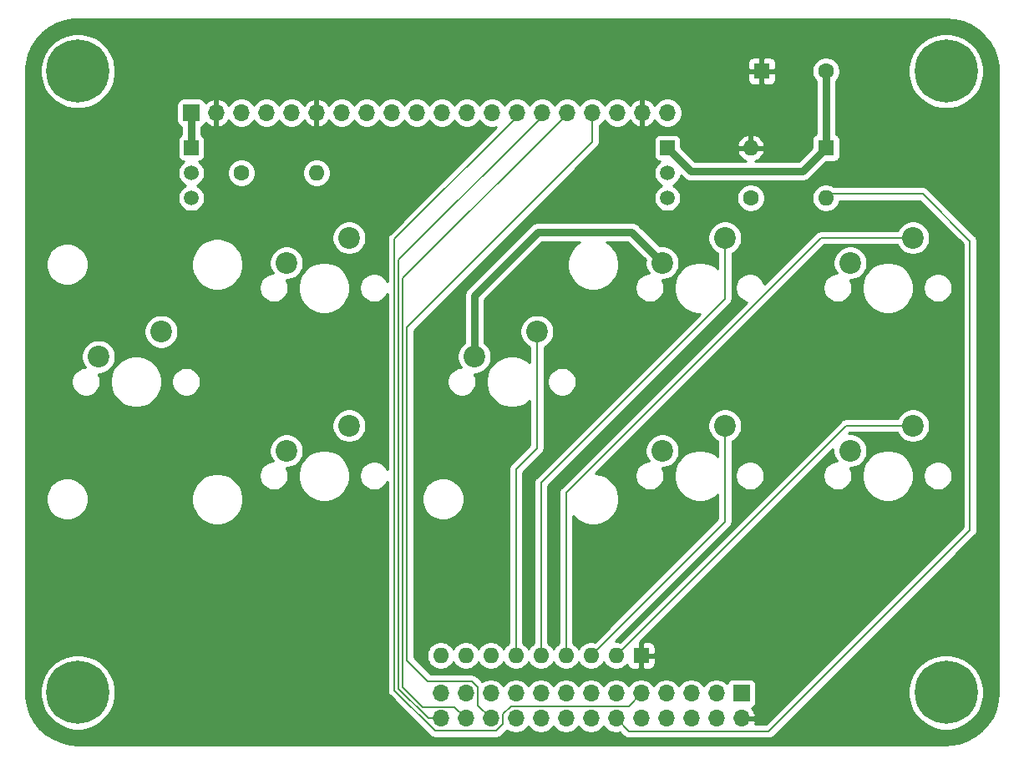
<source format=gtl>
G04 #@! TF.GenerationSoftware,KiCad,Pcbnew,5.1.10*
G04 #@! TF.CreationDate,2022-04-10T18:55:37-07:00*
G04 #@! TF.ProjectId,Z-FIGHTER_Accessory_Board,5a2d4649-4748-4544-9552-5f4163636573,rev?*
G04 #@! TF.SameCoordinates,Original*
G04 #@! TF.FileFunction,Copper,L1,Top*
G04 #@! TF.FilePolarity,Positive*
%FSLAX46Y46*%
G04 Gerber Fmt 4.6, Leading zero omitted, Abs format (unit mm)*
G04 Created by KiCad (PCBNEW 5.1.10) date 2022-04-10 18:55:37*
%MOMM*%
%LPD*%
G01*
G04 APERTURE LIST*
G04 #@! TA.AperFunction,ComponentPad*
%ADD10O,1.700000X1.700000*%
G04 #@! TD*
G04 #@! TA.AperFunction,ComponentPad*
%ADD11R,1.700000X1.700000*%
G04 #@! TD*
G04 #@! TA.AperFunction,ComponentPad*
%ADD12C,2.200000*%
G04 #@! TD*
G04 #@! TA.AperFunction,ComponentPad*
%ADD13R,1.600000X1.600000*%
G04 #@! TD*
G04 #@! TA.AperFunction,ComponentPad*
%ADD14O,1.600000X1.600000*%
G04 #@! TD*
G04 #@! TA.AperFunction,ComponentPad*
%ADD15C,6.400000*%
G04 #@! TD*
G04 #@! TA.AperFunction,ComponentPad*
%ADD16C,1.600000*%
G04 #@! TD*
G04 #@! TA.AperFunction,ComponentPad*
%ADD17R,1.500000X1.500000*%
G04 #@! TD*
G04 #@! TA.AperFunction,ComponentPad*
%ADD18C,1.500000*%
G04 #@! TD*
G04 #@! TA.AperFunction,Conductor*
%ADD19C,0.203200*%
G04 #@! TD*
G04 #@! TA.AperFunction,Conductor*
%ADD20C,0.762000*%
G04 #@! TD*
G04 #@! TA.AperFunction,Conductor*
%ADD21C,0.254000*%
G04 #@! TD*
G04 #@! TA.AperFunction,Conductor*
%ADD22C,0.100000*%
G04 #@! TD*
G04 APERTURE END LIST*
D10*
X106780000Y-166649000D03*
X106780000Y-164109000D03*
X109320000Y-166649000D03*
X109320000Y-164109000D03*
X111860000Y-166649000D03*
X111860000Y-164109000D03*
X114400000Y-166649000D03*
X114400000Y-164109000D03*
X116940000Y-166649000D03*
X116940000Y-164109000D03*
X119480000Y-166649000D03*
X119480000Y-164109000D03*
X122020000Y-166649000D03*
X122020000Y-164109000D03*
X124560000Y-166649000D03*
X124560000Y-164109000D03*
X127100000Y-166649000D03*
X127100000Y-164109000D03*
X129640000Y-166649000D03*
X129640000Y-164109000D03*
X132180000Y-166649000D03*
X132180000Y-164109000D03*
X134720000Y-166649000D03*
X134720000Y-164109000D03*
X137260000Y-166649000D03*
D11*
X137260000Y-164109000D03*
X81500000Y-105224000D03*
D10*
X84040000Y-105224000D03*
X86580000Y-105224000D03*
X89120000Y-105224000D03*
X91660000Y-105224000D03*
X94200000Y-105224000D03*
X96740000Y-105224000D03*
X99280000Y-105224000D03*
X101820000Y-105224000D03*
X104360000Y-105224000D03*
X106900000Y-105224000D03*
X109440000Y-105224000D03*
X111980000Y-105224000D03*
X114520000Y-105224000D03*
X117060000Y-105224000D03*
X119600000Y-105224000D03*
X122140000Y-105224000D03*
X124680000Y-105224000D03*
X127220000Y-105224000D03*
X129760000Y-105224000D03*
D12*
X116540000Y-127420000D03*
X110190000Y-129960000D03*
X154640000Y-136945000D03*
X148290000Y-139485000D03*
X135590000Y-136945000D03*
X129240000Y-139485000D03*
X154640000Y-117895000D03*
X148290000Y-120435000D03*
X135590000Y-117895000D03*
X129240000Y-120435000D03*
X91140000Y-139485000D03*
X97490000Y-136945000D03*
X97490000Y-117895000D03*
X91140000Y-120435000D03*
X78440000Y-127420000D03*
X72090000Y-129960000D03*
D13*
X145825000Y-108780000D03*
D14*
X138205000Y-108780000D03*
D15*
X158000000Y-101000000D03*
D13*
X127100000Y-160261000D03*
D14*
X124560000Y-160261000D03*
X122020000Y-160261000D03*
X119480000Y-160261000D03*
X116940000Y-160261000D03*
X114400000Y-160261000D03*
X111860000Y-160261000D03*
X109320000Y-160261000D03*
X106780000Y-160261000D03*
D15*
X158000000Y-164000000D03*
X70000000Y-101000000D03*
X70000000Y-164000000D03*
D16*
X138205000Y-113860000D03*
D14*
X145825000Y-113860000D03*
X94200000Y-111320000D03*
D16*
X86580000Y-111320000D03*
D13*
X139325000Y-101000000D03*
D16*
X145825000Y-101000000D03*
D17*
X81500000Y-108780000D03*
D18*
X81500000Y-113860000D03*
X81500000Y-111320000D03*
D17*
X129760000Y-108780000D03*
D18*
X129760000Y-113860000D03*
X129760000Y-111320000D03*
D19*
X114520000Y-105605000D02*
X102110767Y-118014233D01*
X102110767Y-118014233D02*
X102110767Y-163805518D01*
X102110767Y-163805518D02*
X106215249Y-167910000D01*
X112390000Y-167910000D02*
X113120000Y-167180000D01*
X106215249Y-167910000D02*
X112390000Y-167910000D01*
X113120000Y-167180000D02*
X113120000Y-166200000D01*
X113120000Y-166200000D02*
X113940000Y-165380000D01*
X113940000Y-165380000D02*
X125829000Y-165380000D01*
X125829000Y-165380000D02*
X127100000Y-164109000D01*
X147876000Y-136945000D02*
X154640000Y-136945000D01*
X124560000Y-160261000D02*
X147876000Y-136945000D01*
X160440000Y-118220000D02*
X155640000Y-113420000D01*
X140040000Y-167940000D02*
X160440000Y-147540000D01*
X160440000Y-147540000D02*
X160440000Y-118220000D01*
X125851000Y-167940000D02*
X140040000Y-167940000D01*
X124560000Y-166649000D02*
X125851000Y-167940000D01*
X155640000Y-113420000D02*
X146385000Y-113420000D01*
X135590000Y-146691000D02*
X122020000Y-160261000D01*
X135590000Y-136945000D02*
X135590000Y-146691000D01*
X145333894Y-117895000D02*
X154640000Y-117895000D01*
X119480000Y-143748894D02*
X145333894Y-117895000D01*
X119480000Y-160261000D02*
X119480000Y-143748894D01*
X135590000Y-124082800D02*
X135590000Y-117895000D01*
X116940000Y-142732800D02*
X135590000Y-124082800D01*
X116940000Y-160261000D02*
X116940000Y-142732800D01*
X114400000Y-141370000D02*
X114400000Y-160261000D01*
X116540000Y-139230000D02*
X114400000Y-141370000D01*
X116540000Y-127420000D02*
X116540000Y-139230000D01*
X109960000Y-162890000D02*
X105480000Y-162890000D01*
X110570000Y-163500000D02*
X109960000Y-162890000D01*
X105480000Y-162890000D02*
X103330000Y-160740000D01*
X110570000Y-165359000D02*
X110570000Y-163500000D01*
X111860000Y-166649000D02*
X110570000Y-165359000D01*
X103353106Y-126955000D02*
X103330000Y-126955000D01*
X122140000Y-108168106D02*
X103353106Y-126955000D01*
X122140000Y-105605000D02*
X122140000Y-108168106D01*
X103330000Y-160740000D02*
X103330000Y-126955000D01*
X119346000Y-105605000D02*
X119600000Y-105605000D01*
X102923589Y-122027411D02*
X119346000Y-105605000D01*
X104960000Y-165490000D02*
X102923589Y-163453589D01*
X102923589Y-163453589D02*
X102923589Y-122027411D01*
X108161000Y-165490000D02*
X104960000Y-165490000D01*
X109320000Y-166649000D02*
X108161000Y-165490000D01*
X117060000Y-105605000D02*
X102517178Y-120147822D01*
X102517178Y-120147822D02*
X102517178Y-163637178D01*
X102517178Y-163637178D02*
X105529000Y-166649000D01*
X105529000Y-166649000D02*
X106780000Y-166649000D01*
D20*
X145825000Y-108780000D02*
X145825000Y-101000000D01*
X143465000Y-111140000D02*
X145825000Y-108780000D01*
X132120000Y-111140000D02*
X143465000Y-111140000D01*
X129760000Y-108780000D02*
X132120000Y-111140000D01*
X81500000Y-111420000D02*
X81840000Y-111420000D01*
X110190000Y-129960000D02*
X110190000Y-123778000D01*
X110190000Y-123778000D02*
X116653600Y-117314400D01*
X126119400Y-117314400D02*
X129240000Y-120435000D01*
X116653600Y-117314400D02*
X126119400Y-117314400D01*
X81500000Y-108780000D02*
X81500000Y-105605000D01*
D21*
X158863608Y-95783397D02*
X159704010Y-95994491D01*
X160498664Y-96340017D01*
X161226206Y-96810685D01*
X161867110Y-97393864D01*
X162404155Y-98073881D01*
X162822930Y-98832489D01*
X163112180Y-99649306D01*
X163266323Y-100514656D01*
X163290000Y-101016736D01*
X163290001Y-163970846D01*
X163216603Y-164863606D01*
X163005509Y-165704010D01*
X162659983Y-166498664D01*
X162189315Y-167226206D01*
X161606136Y-167867110D01*
X160926115Y-168404159D01*
X160167507Y-168822932D01*
X159350692Y-169112181D01*
X158485344Y-169266323D01*
X157983265Y-169290000D01*
X70029142Y-169290000D01*
X69136394Y-169216603D01*
X68295990Y-169005509D01*
X67501336Y-168659983D01*
X66773794Y-168189315D01*
X66132890Y-167606136D01*
X65595841Y-166926115D01*
X65177068Y-166167507D01*
X64887819Y-165350692D01*
X64733677Y-164485344D01*
X64710000Y-163983265D01*
X64710000Y-163622285D01*
X66165000Y-163622285D01*
X66165000Y-164377715D01*
X66312377Y-165118628D01*
X66601467Y-165816554D01*
X67021161Y-166444670D01*
X67555330Y-166978839D01*
X68183446Y-167398533D01*
X68881372Y-167687623D01*
X69622285Y-167835000D01*
X70377715Y-167835000D01*
X71118628Y-167687623D01*
X71816554Y-167398533D01*
X72444670Y-166978839D01*
X72978839Y-166444670D01*
X73398533Y-165816554D01*
X73687623Y-165118628D01*
X73835000Y-164377715D01*
X73835000Y-163622285D01*
X73687623Y-162881372D01*
X73398533Y-162183446D01*
X72978839Y-161555330D01*
X72444670Y-161021161D01*
X71816554Y-160601467D01*
X71118628Y-160312377D01*
X70377715Y-160165000D01*
X69622285Y-160165000D01*
X68881372Y-160312377D01*
X68183446Y-160601467D01*
X67555330Y-161021161D01*
X67021161Y-161555330D01*
X66601467Y-162183446D01*
X66312377Y-162881372D01*
X66165000Y-163622285D01*
X64710000Y-163622285D01*
X64710000Y-144187259D01*
X66740000Y-144187259D01*
X66740000Y-144612741D01*
X66823008Y-145030049D01*
X66985833Y-145423144D01*
X67222219Y-145776920D01*
X67523080Y-146077781D01*
X67876856Y-146314167D01*
X68269951Y-146476992D01*
X68687259Y-146560000D01*
X69112741Y-146560000D01*
X69530049Y-146476992D01*
X69923144Y-146314167D01*
X70276920Y-146077781D01*
X70577781Y-145776920D01*
X70814167Y-145423144D01*
X70976992Y-145030049D01*
X71060000Y-144612741D01*
X71060000Y-144187259D01*
X71050695Y-144140475D01*
X81505000Y-144140475D01*
X81505000Y-144659525D01*
X81606261Y-145168601D01*
X81804893Y-145648141D01*
X82093262Y-146079715D01*
X82460285Y-146446738D01*
X82891859Y-146735107D01*
X83371399Y-146933739D01*
X83880475Y-147035000D01*
X84399525Y-147035000D01*
X84908601Y-146933739D01*
X85388141Y-146735107D01*
X85819715Y-146446738D01*
X86186738Y-146079715D01*
X86475107Y-145648141D01*
X86673739Y-145168601D01*
X86775000Y-144659525D01*
X86775000Y-144140475D01*
X86673739Y-143631399D01*
X86475107Y-143151859D01*
X86186738Y-142720285D01*
X85819715Y-142353262D01*
X85388141Y-142064893D01*
X84938728Y-141878740D01*
X88385000Y-141878740D01*
X88385000Y-142171260D01*
X88442068Y-142458158D01*
X88554010Y-142728411D01*
X88716525Y-142971632D01*
X88923368Y-143178475D01*
X89166589Y-143340990D01*
X89436842Y-143452932D01*
X89723740Y-143510000D01*
X90016260Y-143510000D01*
X90303158Y-143452932D01*
X90573411Y-143340990D01*
X90816632Y-143178475D01*
X91023475Y-142971632D01*
X91185990Y-142728411D01*
X91297932Y-142458158D01*
X91355000Y-142171260D01*
X91355000Y-141878740D01*
X91332471Y-141765475D01*
X92315000Y-141765475D01*
X92315000Y-142284525D01*
X92416261Y-142793601D01*
X92614893Y-143273141D01*
X92903262Y-143704715D01*
X93270285Y-144071738D01*
X93701859Y-144360107D01*
X94181399Y-144558739D01*
X94690475Y-144660000D01*
X95209525Y-144660000D01*
X95718601Y-144558739D01*
X96198141Y-144360107D01*
X96629715Y-144071738D01*
X96996738Y-143704715D01*
X97285107Y-143273141D01*
X97483739Y-142793601D01*
X97585000Y-142284525D01*
X97585000Y-141765475D01*
X97483739Y-141256399D01*
X97285107Y-140776859D01*
X96996738Y-140345285D01*
X96629715Y-139978262D01*
X96198141Y-139689893D01*
X95718601Y-139491261D01*
X95209525Y-139390000D01*
X94690475Y-139390000D01*
X94181399Y-139491261D01*
X93701859Y-139689893D01*
X93270285Y-139978262D01*
X92903262Y-140345285D01*
X92614893Y-140776859D01*
X92416261Y-141256399D01*
X92315000Y-141765475D01*
X91332471Y-141765475D01*
X91297932Y-141591842D01*
X91185990Y-141321589D01*
X91118110Y-141220000D01*
X91310883Y-141220000D01*
X91646081Y-141153325D01*
X91961831Y-141022537D01*
X92245998Y-140832663D01*
X92487663Y-140590998D01*
X92677537Y-140306831D01*
X92808325Y-139991081D01*
X92875000Y-139655883D01*
X92875000Y-139314117D01*
X92808325Y-138978919D01*
X92677537Y-138663169D01*
X92487663Y-138379002D01*
X92245998Y-138137337D01*
X91961831Y-137947463D01*
X91646081Y-137816675D01*
X91310883Y-137750000D01*
X90969117Y-137750000D01*
X90633919Y-137816675D01*
X90318169Y-137947463D01*
X90034002Y-138137337D01*
X89792337Y-138379002D01*
X89602463Y-138663169D01*
X89471675Y-138978919D01*
X89405000Y-139314117D01*
X89405000Y-139655883D01*
X89471675Y-139991081D01*
X89602463Y-140306831D01*
X89758261Y-140540000D01*
X89723740Y-140540000D01*
X89436842Y-140597068D01*
X89166589Y-140709010D01*
X88923368Y-140871525D01*
X88716525Y-141078368D01*
X88554010Y-141321589D01*
X88442068Y-141591842D01*
X88385000Y-141878740D01*
X84938728Y-141878740D01*
X84908601Y-141866261D01*
X84399525Y-141765000D01*
X83880475Y-141765000D01*
X83371399Y-141866261D01*
X82891859Y-142064893D01*
X82460285Y-142353262D01*
X82093262Y-142720285D01*
X81804893Y-143151859D01*
X81606261Y-143631399D01*
X81505000Y-144140475D01*
X71050695Y-144140475D01*
X70976992Y-143769951D01*
X70814167Y-143376856D01*
X70577781Y-143023080D01*
X70276920Y-142722219D01*
X69923144Y-142485833D01*
X69530049Y-142323008D01*
X69112741Y-142240000D01*
X68687259Y-142240000D01*
X68269951Y-142323008D01*
X67876856Y-142485833D01*
X67523080Y-142722219D01*
X67222219Y-143023080D01*
X66985833Y-143376856D01*
X66823008Y-143769951D01*
X66740000Y-144187259D01*
X64710000Y-144187259D01*
X64710000Y-136774117D01*
X95755000Y-136774117D01*
X95755000Y-137115883D01*
X95821675Y-137451081D01*
X95952463Y-137766831D01*
X96142337Y-138050998D01*
X96384002Y-138292663D01*
X96668169Y-138482537D01*
X96983919Y-138613325D01*
X97319117Y-138680000D01*
X97660883Y-138680000D01*
X97996081Y-138613325D01*
X98311831Y-138482537D01*
X98595998Y-138292663D01*
X98837663Y-138050998D01*
X99027537Y-137766831D01*
X99158325Y-137451081D01*
X99225000Y-137115883D01*
X99225000Y-136774117D01*
X99158325Y-136438919D01*
X99027537Y-136123169D01*
X98837663Y-135839002D01*
X98595998Y-135597337D01*
X98311831Y-135407463D01*
X97996081Y-135276675D01*
X97660883Y-135210000D01*
X97319117Y-135210000D01*
X96983919Y-135276675D01*
X96668169Y-135407463D01*
X96384002Y-135597337D01*
X96142337Y-135839002D01*
X95952463Y-136123169D01*
X95821675Y-136438919D01*
X95755000Y-136774117D01*
X64710000Y-136774117D01*
X64710000Y-132353740D01*
X69335000Y-132353740D01*
X69335000Y-132646260D01*
X69392068Y-132933158D01*
X69504010Y-133203411D01*
X69666525Y-133446632D01*
X69873368Y-133653475D01*
X70116589Y-133815990D01*
X70386842Y-133927932D01*
X70673740Y-133985000D01*
X70966260Y-133985000D01*
X71253158Y-133927932D01*
X71523411Y-133815990D01*
X71766632Y-133653475D01*
X71973475Y-133446632D01*
X72135990Y-133203411D01*
X72247932Y-132933158D01*
X72305000Y-132646260D01*
X72305000Y-132353740D01*
X72282471Y-132240475D01*
X73265000Y-132240475D01*
X73265000Y-132759525D01*
X73366261Y-133268601D01*
X73564893Y-133748141D01*
X73853262Y-134179715D01*
X74220285Y-134546738D01*
X74651859Y-134835107D01*
X75131399Y-135033739D01*
X75640475Y-135135000D01*
X76159525Y-135135000D01*
X76668601Y-135033739D01*
X77148141Y-134835107D01*
X77579715Y-134546738D01*
X77946738Y-134179715D01*
X78235107Y-133748141D01*
X78433739Y-133268601D01*
X78535000Y-132759525D01*
X78535000Y-132353740D01*
X79495000Y-132353740D01*
X79495000Y-132646260D01*
X79552068Y-132933158D01*
X79664010Y-133203411D01*
X79826525Y-133446632D01*
X80033368Y-133653475D01*
X80276589Y-133815990D01*
X80546842Y-133927932D01*
X80833740Y-133985000D01*
X81126260Y-133985000D01*
X81413158Y-133927932D01*
X81683411Y-133815990D01*
X81926632Y-133653475D01*
X82133475Y-133446632D01*
X82295990Y-133203411D01*
X82407932Y-132933158D01*
X82465000Y-132646260D01*
X82465000Y-132353740D01*
X82407932Y-132066842D01*
X82295990Y-131796589D01*
X82133475Y-131553368D01*
X81926632Y-131346525D01*
X81683411Y-131184010D01*
X81413158Y-131072068D01*
X81126260Y-131015000D01*
X80833740Y-131015000D01*
X80546842Y-131072068D01*
X80276589Y-131184010D01*
X80033368Y-131346525D01*
X79826525Y-131553368D01*
X79664010Y-131796589D01*
X79552068Y-132066842D01*
X79495000Y-132353740D01*
X78535000Y-132353740D01*
X78535000Y-132240475D01*
X78433739Y-131731399D01*
X78235107Y-131251859D01*
X77946738Y-130820285D01*
X77579715Y-130453262D01*
X77148141Y-130164893D01*
X76668601Y-129966261D01*
X76159525Y-129865000D01*
X75640475Y-129865000D01*
X75131399Y-129966261D01*
X74651859Y-130164893D01*
X74220285Y-130453262D01*
X73853262Y-130820285D01*
X73564893Y-131251859D01*
X73366261Y-131731399D01*
X73265000Y-132240475D01*
X72282471Y-132240475D01*
X72247932Y-132066842D01*
X72135990Y-131796589D01*
X72068110Y-131695000D01*
X72260883Y-131695000D01*
X72596081Y-131628325D01*
X72911831Y-131497537D01*
X73195998Y-131307663D01*
X73437663Y-131065998D01*
X73627537Y-130781831D01*
X73758325Y-130466081D01*
X73825000Y-130130883D01*
X73825000Y-129789117D01*
X73758325Y-129453919D01*
X73627537Y-129138169D01*
X73437663Y-128854002D01*
X73195998Y-128612337D01*
X72911831Y-128422463D01*
X72596081Y-128291675D01*
X72260883Y-128225000D01*
X71919117Y-128225000D01*
X71583919Y-128291675D01*
X71268169Y-128422463D01*
X70984002Y-128612337D01*
X70742337Y-128854002D01*
X70552463Y-129138169D01*
X70421675Y-129453919D01*
X70355000Y-129789117D01*
X70355000Y-130130883D01*
X70421675Y-130466081D01*
X70552463Y-130781831D01*
X70708261Y-131015000D01*
X70673740Y-131015000D01*
X70386842Y-131072068D01*
X70116589Y-131184010D01*
X69873368Y-131346525D01*
X69666525Y-131553368D01*
X69504010Y-131796589D01*
X69392068Y-132066842D01*
X69335000Y-132353740D01*
X64710000Y-132353740D01*
X64710000Y-127249117D01*
X76705000Y-127249117D01*
X76705000Y-127590883D01*
X76771675Y-127926081D01*
X76902463Y-128241831D01*
X77092337Y-128525998D01*
X77334002Y-128767663D01*
X77618169Y-128957537D01*
X77933919Y-129088325D01*
X78269117Y-129155000D01*
X78610883Y-129155000D01*
X78946081Y-129088325D01*
X79261831Y-128957537D01*
X79545998Y-128767663D01*
X79787663Y-128525998D01*
X79977537Y-128241831D01*
X80108325Y-127926081D01*
X80175000Y-127590883D01*
X80175000Y-127249117D01*
X80108325Y-126913919D01*
X79977537Y-126598169D01*
X79787663Y-126314002D01*
X79545998Y-126072337D01*
X79261831Y-125882463D01*
X78946081Y-125751675D01*
X78610883Y-125685000D01*
X78269117Y-125685000D01*
X77933919Y-125751675D01*
X77618169Y-125882463D01*
X77334002Y-126072337D01*
X77092337Y-126314002D01*
X76902463Y-126598169D01*
X76771675Y-126913919D01*
X76705000Y-127249117D01*
X64710000Y-127249117D01*
X64710000Y-120387259D01*
X66740000Y-120387259D01*
X66740000Y-120812741D01*
X66823008Y-121230049D01*
X66985833Y-121623144D01*
X67222219Y-121976920D01*
X67523080Y-122277781D01*
X67876856Y-122514167D01*
X68269951Y-122676992D01*
X68687259Y-122760000D01*
X69112741Y-122760000D01*
X69530049Y-122676992D01*
X69923144Y-122514167D01*
X70276920Y-122277781D01*
X70577781Y-121976920D01*
X70814167Y-121623144D01*
X70976992Y-121230049D01*
X71060000Y-120812741D01*
X71060000Y-120387259D01*
X71050695Y-120340475D01*
X81505000Y-120340475D01*
X81505000Y-120859525D01*
X81606261Y-121368601D01*
X81804893Y-121848141D01*
X82093262Y-122279715D01*
X82460285Y-122646738D01*
X82891859Y-122935107D01*
X83371399Y-123133739D01*
X83880475Y-123235000D01*
X84399525Y-123235000D01*
X84908601Y-123133739D01*
X85388141Y-122935107D01*
X85547330Y-122828740D01*
X88385000Y-122828740D01*
X88385000Y-123121260D01*
X88442068Y-123408158D01*
X88554010Y-123678411D01*
X88716525Y-123921632D01*
X88923368Y-124128475D01*
X89166589Y-124290990D01*
X89436842Y-124402932D01*
X89723740Y-124460000D01*
X90016260Y-124460000D01*
X90303158Y-124402932D01*
X90573411Y-124290990D01*
X90816632Y-124128475D01*
X91023475Y-123921632D01*
X91185990Y-123678411D01*
X91297932Y-123408158D01*
X91355000Y-123121260D01*
X91355000Y-122828740D01*
X91332471Y-122715475D01*
X92315000Y-122715475D01*
X92315000Y-123234525D01*
X92416261Y-123743601D01*
X92614893Y-124223141D01*
X92903262Y-124654715D01*
X93270285Y-125021738D01*
X93701859Y-125310107D01*
X94181399Y-125508739D01*
X94690475Y-125610000D01*
X95209525Y-125610000D01*
X95718601Y-125508739D01*
X96198141Y-125310107D01*
X96629715Y-125021738D01*
X96996738Y-124654715D01*
X97285107Y-124223141D01*
X97483739Y-123743601D01*
X97585000Y-123234525D01*
X97585000Y-122715475D01*
X97483739Y-122206399D01*
X97285107Y-121726859D01*
X96996738Y-121295285D01*
X96629715Y-120928262D01*
X96198141Y-120639893D01*
X95718601Y-120441261D01*
X95209525Y-120340000D01*
X94690475Y-120340000D01*
X94181399Y-120441261D01*
X93701859Y-120639893D01*
X93270285Y-120928262D01*
X92903262Y-121295285D01*
X92614893Y-121726859D01*
X92416261Y-122206399D01*
X92315000Y-122715475D01*
X91332471Y-122715475D01*
X91297932Y-122541842D01*
X91185990Y-122271589D01*
X91118110Y-122170000D01*
X91310883Y-122170000D01*
X91646081Y-122103325D01*
X91961831Y-121972537D01*
X92245998Y-121782663D01*
X92487663Y-121540998D01*
X92677537Y-121256831D01*
X92808325Y-120941081D01*
X92875000Y-120605883D01*
X92875000Y-120264117D01*
X92808325Y-119928919D01*
X92677537Y-119613169D01*
X92487663Y-119329002D01*
X92245998Y-119087337D01*
X91961831Y-118897463D01*
X91646081Y-118766675D01*
X91310883Y-118700000D01*
X90969117Y-118700000D01*
X90633919Y-118766675D01*
X90318169Y-118897463D01*
X90034002Y-119087337D01*
X89792337Y-119329002D01*
X89602463Y-119613169D01*
X89471675Y-119928919D01*
X89405000Y-120264117D01*
X89405000Y-120605883D01*
X89471675Y-120941081D01*
X89602463Y-121256831D01*
X89758261Y-121490000D01*
X89723740Y-121490000D01*
X89436842Y-121547068D01*
X89166589Y-121659010D01*
X88923368Y-121821525D01*
X88716525Y-122028368D01*
X88554010Y-122271589D01*
X88442068Y-122541842D01*
X88385000Y-122828740D01*
X85547330Y-122828740D01*
X85819715Y-122646738D01*
X86186738Y-122279715D01*
X86475107Y-121848141D01*
X86673739Y-121368601D01*
X86775000Y-120859525D01*
X86775000Y-120340475D01*
X86673739Y-119831399D01*
X86475107Y-119351859D01*
X86186738Y-118920285D01*
X85819715Y-118553262D01*
X85388141Y-118264893D01*
X84908601Y-118066261D01*
X84399525Y-117965000D01*
X83880475Y-117965000D01*
X83371399Y-118066261D01*
X82891859Y-118264893D01*
X82460285Y-118553262D01*
X82093262Y-118920285D01*
X81804893Y-119351859D01*
X81606261Y-119831399D01*
X81505000Y-120340475D01*
X71050695Y-120340475D01*
X70976992Y-119969951D01*
X70814167Y-119576856D01*
X70577781Y-119223080D01*
X70276920Y-118922219D01*
X69923144Y-118685833D01*
X69530049Y-118523008D01*
X69112741Y-118440000D01*
X68687259Y-118440000D01*
X68269951Y-118523008D01*
X67876856Y-118685833D01*
X67523080Y-118922219D01*
X67222219Y-119223080D01*
X66985833Y-119576856D01*
X66823008Y-119969951D01*
X66740000Y-120387259D01*
X64710000Y-120387259D01*
X64710000Y-117724117D01*
X95755000Y-117724117D01*
X95755000Y-118065883D01*
X95821675Y-118401081D01*
X95952463Y-118716831D01*
X96142337Y-119000998D01*
X96384002Y-119242663D01*
X96668169Y-119432537D01*
X96983919Y-119563325D01*
X97319117Y-119630000D01*
X97660883Y-119630000D01*
X97996081Y-119563325D01*
X98311831Y-119432537D01*
X98595998Y-119242663D01*
X98837663Y-119000998D01*
X99027537Y-118716831D01*
X99158325Y-118401081D01*
X99225000Y-118065883D01*
X99225000Y-117724117D01*
X99158325Y-117388919D01*
X99027537Y-117073169D01*
X98837663Y-116789002D01*
X98595998Y-116547337D01*
X98311831Y-116357463D01*
X97996081Y-116226675D01*
X97660883Y-116160000D01*
X97319117Y-116160000D01*
X96983919Y-116226675D01*
X96668169Y-116357463D01*
X96384002Y-116547337D01*
X96142337Y-116789002D01*
X95952463Y-117073169D01*
X95821675Y-117388919D01*
X95755000Y-117724117D01*
X64710000Y-117724117D01*
X64710000Y-101029142D01*
X64743449Y-100622285D01*
X66165000Y-100622285D01*
X66165000Y-101377715D01*
X66312377Y-102118628D01*
X66601467Y-102816554D01*
X67021161Y-103444670D01*
X67555330Y-103978839D01*
X68183446Y-104398533D01*
X68881372Y-104687623D01*
X69622285Y-104835000D01*
X70377715Y-104835000D01*
X71118628Y-104687623D01*
X71816554Y-104398533D01*
X71853270Y-104374000D01*
X80011928Y-104374000D01*
X80011928Y-106074000D01*
X80024188Y-106198482D01*
X80060498Y-106318180D01*
X80119463Y-106428494D01*
X80198815Y-106525185D01*
X80295506Y-106604537D01*
X80405820Y-106663502D01*
X80484001Y-106687218D01*
X80484000Y-107452161D01*
X80395506Y-107499463D01*
X80298815Y-107578815D01*
X80219463Y-107675506D01*
X80160498Y-107785820D01*
X80124188Y-107905518D01*
X80111928Y-108030000D01*
X80111928Y-109530000D01*
X80124188Y-109654482D01*
X80160498Y-109774180D01*
X80219463Y-109884494D01*
X80298815Y-109981185D01*
X80395506Y-110060537D01*
X80505820Y-110119502D01*
X80625518Y-110155812D01*
X80733483Y-110166445D01*
X80617114Y-110244201D01*
X80424201Y-110437114D01*
X80272629Y-110663957D01*
X80168225Y-110916011D01*
X80115000Y-111183589D01*
X80115000Y-111456411D01*
X80168225Y-111723989D01*
X80272629Y-111976043D01*
X80424201Y-112202886D01*
X80617114Y-112395799D01*
X80843957Y-112547371D01*
X80946873Y-112590000D01*
X80843957Y-112632629D01*
X80617114Y-112784201D01*
X80424201Y-112977114D01*
X80272629Y-113203957D01*
X80168225Y-113456011D01*
X80115000Y-113723589D01*
X80115000Y-113996411D01*
X80168225Y-114263989D01*
X80272629Y-114516043D01*
X80424201Y-114742886D01*
X80617114Y-114935799D01*
X80843957Y-115087371D01*
X81096011Y-115191775D01*
X81363589Y-115245000D01*
X81636411Y-115245000D01*
X81903989Y-115191775D01*
X82156043Y-115087371D01*
X82382886Y-114935799D01*
X82575799Y-114742886D01*
X82727371Y-114516043D01*
X82831775Y-114263989D01*
X82885000Y-113996411D01*
X82885000Y-113723589D01*
X82831775Y-113456011D01*
X82727371Y-113203957D01*
X82575799Y-112977114D01*
X82382886Y-112784201D01*
X82156043Y-112632629D01*
X82053127Y-112590000D01*
X82156043Y-112547371D01*
X82382886Y-112395799D01*
X82575799Y-112202886D01*
X82727371Y-111976043D01*
X82831775Y-111723989D01*
X82885000Y-111456411D01*
X82885000Y-111183589D01*
X82884021Y-111178665D01*
X85145000Y-111178665D01*
X85145000Y-111461335D01*
X85200147Y-111738574D01*
X85308320Y-111999727D01*
X85465363Y-112234759D01*
X85665241Y-112434637D01*
X85900273Y-112591680D01*
X86161426Y-112699853D01*
X86438665Y-112755000D01*
X86721335Y-112755000D01*
X86998574Y-112699853D01*
X87259727Y-112591680D01*
X87494759Y-112434637D01*
X87694637Y-112234759D01*
X87851680Y-111999727D01*
X87959853Y-111738574D01*
X88015000Y-111461335D01*
X88015000Y-111178665D01*
X92765000Y-111178665D01*
X92765000Y-111461335D01*
X92820147Y-111738574D01*
X92928320Y-111999727D01*
X93085363Y-112234759D01*
X93285241Y-112434637D01*
X93520273Y-112591680D01*
X93781426Y-112699853D01*
X94058665Y-112755000D01*
X94341335Y-112755000D01*
X94618574Y-112699853D01*
X94879727Y-112591680D01*
X95114759Y-112434637D01*
X95314637Y-112234759D01*
X95471680Y-111999727D01*
X95579853Y-111738574D01*
X95635000Y-111461335D01*
X95635000Y-111178665D01*
X95579853Y-110901426D01*
X95471680Y-110640273D01*
X95314637Y-110405241D01*
X95114759Y-110205363D01*
X94879727Y-110048320D01*
X94618574Y-109940147D01*
X94341335Y-109885000D01*
X94058665Y-109885000D01*
X93781426Y-109940147D01*
X93520273Y-110048320D01*
X93285241Y-110205363D01*
X93085363Y-110405241D01*
X92928320Y-110640273D01*
X92820147Y-110901426D01*
X92765000Y-111178665D01*
X88015000Y-111178665D01*
X87959853Y-110901426D01*
X87851680Y-110640273D01*
X87694637Y-110405241D01*
X87494759Y-110205363D01*
X87259727Y-110048320D01*
X86998574Y-109940147D01*
X86721335Y-109885000D01*
X86438665Y-109885000D01*
X86161426Y-109940147D01*
X85900273Y-110048320D01*
X85665241Y-110205363D01*
X85465363Y-110405241D01*
X85308320Y-110640273D01*
X85200147Y-110901426D01*
X85145000Y-111178665D01*
X82884021Y-111178665D01*
X82831775Y-110916011D01*
X82727371Y-110663957D01*
X82575799Y-110437114D01*
X82382886Y-110244201D01*
X82266517Y-110166445D01*
X82374482Y-110155812D01*
X82494180Y-110119502D01*
X82604494Y-110060537D01*
X82701185Y-109981185D01*
X82780537Y-109884494D01*
X82839502Y-109774180D01*
X82875812Y-109654482D01*
X82888072Y-109530000D01*
X82888072Y-108030000D01*
X82875812Y-107905518D01*
X82839502Y-107785820D01*
X82780537Y-107675506D01*
X82701185Y-107578815D01*
X82604494Y-107499463D01*
X82516000Y-107452161D01*
X82516000Y-106687218D01*
X82594180Y-106663502D01*
X82704494Y-106604537D01*
X82801185Y-106525185D01*
X82880537Y-106428494D01*
X82939502Y-106318180D01*
X82963966Y-106237534D01*
X83039731Y-106321588D01*
X83273080Y-106495641D01*
X83535901Y-106620825D01*
X83683110Y-106665476D01*
X83913000Y-106544155D01*
X83913000Y-105351000D01*
X83893000Y-105351000D01*
X83893000Y-105097000D01*
X83913000Y-105097000D01*
X83913000Y-103903845D01*
X84167000Y-103903845D01*
X84167000Y-105097000D01*
X84187000Y-105097000D01*
X84187000Y-105351000D01*
X84167000Y-105351000D01*
X84167000Y-106544155D01*
X84396890Y-106665476D01*
X84544099Y-106620825D01*
X84806920Y-106495641D01*
X85040269Y-106321588D01*
X85235178Y-106105355D01*
X85304805Y-105988466D01*
X85426525Y-106170632D01*
X85633368Y-106377475D01*
X85876589Y-106539990D01*
X86146842Y-106651932D01*
X86433740Y-106709000D01*
X86726260Y-106709000D01*
X87013158Y-106651932D01*
X87283411Y-106539990D01*
X87526632Y-106377475D01*
X87733475Y-106170632D01*
X87850000Y-105996240D01*
X87966525Y-106170632D01*
X88173368Y-106377475D01*
X88416589Y-106539990D01*
X88686842Y-106651932D01*
X88973740Y-106709000D01*
X89266260Y-106709000D01*
X89553158Y-106651932D01*
X89823411Y-106539990D01*
X90066632Y-106377475D01*
X90273475Y-106170632D01*
X90390000Y-105996240D01*
X90506525Y-106170632D01*
X90713368Y-106377475D01*
X90956589Y-106539990D01*
X91226842Y-106651932D01*
X91513740Y-106709000D01*
X91806260Y-106709000D01*
X92093158Y-106651932D01*
X92363411Y-106539990D01*
X92606632Y-106377475D01*
X92813475Y-106170632D01*
X92935195Y-105988466D01*
X93004822Y-106105355D01*
X93199731Y-106321588D01*
X93433080Y-106495641D01*
X93695901Y-106620825D01*
X93843110Y-106665476D01*
X94073000Y-106544155D01*
X94073000Y-105351000D01*
X94053000Y-105351000D01*
X94053000Y-105097000D01*
X94073000Y-105097000D01*
X94073000Y-103903845D01*
X94327000Y-103903845D01*
X94327000Y-105097000D01*
X94347000Y-105097000D01*
X94347000Y-105351000D01*
X94327000Y-105351000D01*
X94327000Y-106544155D01*
X94556890Y-106665476D01*
X94704099Y-106620825D01*
X94966920Y-106495641D01*
X95200269Y-106321588D01*
X95395178Y-106105355D01*
X95464805Y-105988466D01*
X95586525Y-106170632D01*
X95793368Y-106377475D01*
X96036589Y-106539990D01*
X96306842Y-106651932D01*
X96593740Y-106709000D01*
X96886260Y-106709000D01*
X97173158Y-106651932D01*
X97443411Y-106539990D01*
X97686632Y-106377475D01*
X97893475Y-106170632D01*
X98010000Y-105996240D01*
X98126525Y-106170632D01*
X98333368Y-106377475D01*
X98576589Y-106539990D01*
X98846842Y-106651932D01*
X99133740Y-106709000D01*
X99426260Y-106709000D01*
X99713158Y-106651932D01*
X99983411Y-106539990D01*
X100226632Y-106377475D01*
X100433475Y-106170632D01*
X100550000Y-105996240D01*
X100666525Y-106170632D01*
X100873368Y-106377475D01*
X101116589Y-106539990D01*
X101386842Y-106651932D01*
X101673740Y-106709000D01*
X101966260Y-106709000D01*
X102253158Y-106651932D01*
X102523411Y-106539990D01*
X102766632Y-106377475D01*
X102973475Y-106170632D01*
X103090000Y-105996240D01*
X103206525Y-106170632D01*
X103413368Y-106377475D01*
X103656589Y-106539990D01*
X103926842Y-106651932D01*
X104213740Y-106709000D01*
X104506260Y-106709000D01*
X104793158Y-106651932D01*
X105063411Y-106539990D01*
X105306632Y-106377475D01*
X105513475Y-106170632D01*
X105630000Y-105996240D01*
X105746525Y-106170632D01*
X105953368Y-106377475D01*
X106196589Y-106539990D01*
X106466842Y-106651932D01*
X106753740Y-106709000D01*
X107046260Y-106709000D01*
X107333158Y-106651932D01*
X107603411Y-106539990D01*
X107846632Y-106377475D01*
X108053475Y-106170632D01*
X108170000Y-105996240D01*
X108286525Y-106170632D01*
X108493368Y-106377475D01*
X108736589Y-106539990D01*
X109006842Y-106651932D01*
X109293740Y-106709000D01*
X109586260Y-106709000D01*
X109873158Y-106651932D01*
X110143411Y-106539990D01*
X110386632Y-106377475D01*
X110593475Y-106170632D01*
X110710000Y-105996240D01*
X110826525Y-106170632D01*
X111033368Y-106377475D01*
X111276589Y-106539990D01*
X111546842Y-106651932D01*
X111833740Y-106709000D01*
X112126260Y-106709000D01*
X112413158Y-106651932D01*
X112444227Y-106639063D01*
X101615499Y-117467792D01*
X101587392Y-117490859D01*
X101495343Y-117603021D01*
X101426945Y-117730985D01*
X101384825Y-117869835D01*
X101375452Y-117965000D01*
X101370603Y-118014233D01*
X101374167Y-118050416D01*
X101374167Y-122339615D01*
X101345990Y-122271589D01*
X101183475Y-122028368D01*
X100976632Y-121821525D01*
X100733411Y-121659010D01*
X100463158Y-121547068D01*
X100176260Y-121490000D01*
X99883740Y-121490000D01*
X99596842Y-121547068D01*
X99326589Y-121659010D01*
X99083368Y-121821525D01*
X98876525Y-122028368D01*
X98714010Y-122271589D01*
X98602068Y-122541842D01*
X98545000Y-122828740D01*
X98545000Y-123121260D01*
X98602068Y-123408158D01*
X98714010Y-123678411D01*
X98876525Y-123921632D01*
X99083368Y-124128475D01*
X99326589Y-124290990D01*
X99596842Y-124402932D01*
X99883740Y-124460000D01*
X100176260Y-124460000D01*
X100463158Y-124402932D01*
X100733411Y-124290990D01*
X100976632Y-124128475D01*
X101183475Y-123921632D01*
X101345990Y-123678411D01*
X101374167Y-123610385D01*
X101374168Y-141389616D01*
X101345990Y-141321589D01*
X101183475Y-141078368D01*
X100976632Y-140871525D01*
X100733411Y-140709010D01*
X100463158Y-140597068D01*
X100176260Y-140540000D01*
X99883740Y-140540000D01*
X99596842Y-140597068D01*
X99326589Y-140709010D01*
X99083368Y-140871525D01*
X98876525Y-141078368D01*
X98714010Y-141321589D01*
X98602068Y-141591842D01*
X98545000Y-141878740D01*
X98545000Y-142171260D01*
X98602068Y-142458158D01*
X98714010Y-142728411D01*
X98876525Y-142971632D01*
X99083368Y-143178475D01*
X99326589Y-143340990D01*
X99596842Y-143452932D01*
X99883740Y-143510000D01*
X100176260Y-143510000D01*
X100463158Y-143452932D01*
X100733411Y-143340990D01*
X100976632Y-143178475D01*
X101183475Y-142971632D01*
X101345990Y-142728411D01*
X101374168Y-142660384D01*
X101374168Y-163769325D01*
X101370603Y-163805518D01*
X101382328Y-163924553D01*
X101384826Y-163949917D01*
X101393031Y-163976964D01*
X101426945Y-164088765D01*
X101495343Y-164216730D01*
X101548055Y-164280959D01*
X101587393Y-164328893D01*
X101615499Y-164351959D01*
X105668808Y-168405269D01*
X105691874Y-168433375D01*
X105804036Y-168525424D01*
X105932000Y-168593822D01*
X106070850Y-168635942D01*
X106179063Y-168646600D01*
X106179072Y-168646600D01*
X106215248Y-168650163D01*
X106251424Y-168646600D01*
X112353817Y-168646600D01*
X112390000Y-168650164D01*
X112426183Y-168646600D01*
X112426186Y-168646600D01*
X112534399Y-168635942D01*
X112673249Y-168593822D01*
X112801213Y-168525424D01*
X112913375Y-168433375D01*
X112936445Y-168405264D01*
X113504841Y-167836868D01*
X113696589Y-167964990D01*
X113966842Y-168076932D01*
X114253740Y-168134000D01*
X114546260Y-168134000D01*
X114833158Y-168076932D01*
X115103411Y-167964990D01*
X115346632Y-167802475D01*
X115553475Y-167595632D01*
X115670000Y-167421240D01*
X115786525Y-167595632D01*
X115993368Y-167802475D01*
X116236589Y-167964990D01*
X116506842Y-168076932D01*
X116793740Y-168134000D01*
X117086260Y-168134000D01*
X117373158Y-168076932D01*
X117643411Y-167964990D01*
X117886632Y-167802475D01*
X118093475Y-167595632D01*
X118210000Y-167421240D01*
X118326525Y-167595632D01*
X118533368Y-167802475D01*
X118776589Y-167964990D01*
X119046842Y-168076932D01*
X119333740Y-168134000D01*
X119626260Y-168134000D01*
X119913158Y-168076932D01*
X120183411Y-167964990D01*
X120426632Y-167802475D01*
X120633475Y-167595632D01*
X120750000Y-167421240D01*
X120866525Y-167595632D01*
X121073368Y-167802475D01*
X121316589Y-167964990D01*
X121586842Y-168076932D01*
X121873740Y-168134000D01*
X122166260Y-168134000D01*
X122453158Y-168076932D01*
X122723411Y-167964990D01*
X122966632Y-167802475D01*
X123173475Y-167595632D01*
X123290000Y-167421240D01*
X123406525Y-167595632D01*
X123613368Y-167802475D01*
X123856589Y-167964990D01*
X124126842Y-168076932D01*
X124413740Y-168134000D01*
X124706260Y-168134000D01*
X124954009Y-168084719D01*
X125304559Y-168435269D01*
X125327625Y-168463375D01*
X125355731Y-168486441D01*
X125355732Y-168486442D01*
X125403231Y-168525423D01*
X125439787Y-168555424D01*
X125567751Y-168623822D01*
X125706598Y-168665941D01*
X125706601Y-168665942D01*
X125851000Y-168680164D01*
X125887186Y-168676600D01*
X140003817Y-168676600D01*
X140040000Y-168680164D01*
X140076183Y-168676600D01*
X140076186Y-168676600D01*
X140184399Y-168665942D01*
X140323249Y-168623822D01*
X140451213Y-168555424D01*
X140563375Y-168463375D01*
X140586446Y-168435263D01*
X145399424Y-163622285D01*
X154165000Y-163622285D01*
X154165000Y-164377715D01*
X154312377Y-165118628D01*
X154601467Y-165816554D01*
X155021161Y-166444670D01*
X155555330Y-166978839D01*
X156183446Y-167398533D01*
X156881372Y-167687623D01*
X157622285Y-167835000D01*
X158377715Y-167835000D01*
X159118628Y-167687623D01*
X159816554Y-167398533D01*
X160444670Y-166978839D01*
X160978839Y-166444670D01*
X161398533Y-165816554D01*
X161687623Y-165118628D01*
X161835000Y-164377715D01*
X161835000Y-163622285D01*
X161687623Y-162881372D01*
X161398533Y-162183446D01*
X160978839Y-161555330D01*
X160444670Y-161021161D01*
X159816554Y-160601467D01*
X159118628Y-160312377D01*
X158377715Y-160165000D01*
X157622285Y-160165000D01*
X156881372Y-160312377D01*
X156183446Y-160601467D01*
X155555330Y-161021161D01*
X155021161Y-161555330D01*
X154601467Y-162183446D01*
X154312377Y-162881372D01*
X154165000Y-163622285D01*
X145399424Y-163622285D01*
X160935274Y-148086436D01*
X160963374Y-148063375D01*
X160986437Y-148035273D01*
X160986442Y-148035268D01*
X161055424Y-147951213D01*
X161055425Y-147951212D01*
X161123822Y-147823249D01*
X161165942Y-147684399D01*
X161176600Y-147576186D01*
X161176600Y-147576185D01*
X161180164Y-147540000D01*
X161176600Y-147503814D01*
X161176600Y-118256175D01*
X161180163Y-118219999D01*
X161176600Y-118183823D01*
X161176600Y-118183814D01*
X161165942Y-118075601D01*
X161123822Y-117936751D01*
X161055424Y-117808787D01*
X161007672Y-117750601D01*
X160986442Y-117724732D01*
X160986441Y-117724731D01*
X160963375Y-117696625D01*
X160935269Y-117673559D01*
X156186446Y-112924737D01*
X156163375Y-112896625D01*
X156051213Y-112804576D01*
X155923249Y-112736178D01*
X155784399Y-112694058D01*
X155676186Y-112683400D01*
X155676183Y-112683400D01*
X155640000Y-112679836D01*
X155603817Y-112683400D01*
X146647025Y-112683400D01*
X146504727Y-112588320D01*
X146243574Y-112480147D01*
X145966335Y-112425000D01*
X145683665Y-112425000D01*
X145406426Y-112480147D01*
X145145273Y-112588320D01*
X144910241Y-112745363D01*
X144710363Y-112945241D01*
X144553320Y-113180273D01*
X144445147Y-113441426D01*
X144390000Y-113718665D01*
X144390000Y-114001335D01*
X144445147Y-114278574D01*
X144553320Y-114539727D01*
X144710363Y-114774759D01*
X144910241Y-114974637D01*
X145145273Y-115131680D01*
X145406426Y-115239853D01*
X145683665Y-115295000D01*
X145966335Y-115295000D01*
X146243574Y-115239853D01*
X146504727Y-115131680D01*
X146739759Y-114974637D01*
X146939637Y-114774759D01*
X147096680Y-114539727D01*
X147204853Y-114278574D01*
X147229115Y-114156600D01*
X155334891Y-114156600D01*
X159703401Y-118525111D01*
X159703400Y-147234890D01*
X139734891Y-167203400D01*
X138631419Y-167203400D01*
X138701481Y-167005891D01*
X138580814Y-166776000D01*
X137387000Y-166776000D01*
X137387000Y-166796000D01*
X137133000Y-166796000D01*
X137133000Y-166776000D01*
X137113000Y-166776000D01*
X137113000Y-166522000D01*
X137133000Y-166522000D01*
X137133000Y-166502000D01*
X137387000Y-166502000D01*
X137387000Y-166522000D01*
X138580814Y-166522000D01*
X138701481Y-166292109D01*
X138604157Y-166017748D01*
X138455178Y-165767645D01*
X138278374Y-165571498D01*
X138354180Y-165548502D01*
X138464494Y-165489537D01*
X138561185Y-165410185D01*
X138640537Y-165313494D01*
X138699502Y-165203180D01*
X138735812Y-165083482D01*
X138748072Y-164959000D01*
X138748072Y-163259000D01*
X138735812Y-163134518D01*
X138699502Y-163014820D01*
X138640537Y-162904506D01*
X138561185Y-162807815D01*
X138464494Y-162728463D01*
X138354180Y-162669498D01*
X138234482Y-162633188D01*
X138110000Y-162620928D01*
X136410000Y-162620928D01*
X136285518Y-162633188D01*
X136165820Y-162669498D01*
X136055506Y-162728463D01*
X135958815Y-162807815D01*
X135879463Y-162904506D01*
X135820498Y-163014820D01*
X135798487Y-163087380D01*
X135666632Y-162955525D01*
X135423411Y-162793010D01*
X135153158Y-162681068D01*
X134866260Y-162624000D01*
X134573740Y-162624000D01*
X134286842Y-162681068D01*
X134016589Y-162793010D01*
X133773368Y-162955525D01*
X133566525Y-163162368D01*
X133450000Y-163336760D01*
X133333475Y-163162368D01*
X133126632Y-162955525D01*
X132883411Y-162793010D01*
X132613158Y-162681068D01*
X132326260Y-162624000D01*
X132033740Y-162624000D01*
X131746842Y-162681068D01*
X131476589Y-162793010D01*
X131233368Y-162955525D01*
X131026525Y-163162368D01*
X130910000Y-163336760D01*
X130793475Y-163162368D01*
X130586632Y-162955525D01*
X130343411Y-162793010D01*
X130073158Y-162681068D01*
X129786260Y-162624000D01*
X129493740Y-162624000D01*
X129206842Y-162681068D01*
X128936589Y-162793010D01*
X128693368Y-162955525D01*
X128486525Y-163162368D01*
X128370000Y-163336760D01*
X128253475Y-163162368D01*
X128046632Y-162955525D01*
X127803411Y-162793010D01*
X127533158Y-162681068D01*
X127246260Y-162624000D01*
X126953740Y-162624000D01*
X126666842Y-162681068D01*
X126396589Y-162793010D01*
X126153368Y-162955525D01*
X125946525Y-163162368D01*
X125830000Y-163336760D01*
X125713475Y-163162368D01*
X125506632Y-162955525D01*
X125263411Y-162793010D01*
X124993158Y-162681068D01*
X124706260Y-162624000D01*
X124413740Y-162624000D01*
X124126842Y-162681068D01*
X123856589Y-162793010D01*
X123613368Y-162955525D01*
X123406525Y-163162368D01*
X123290000Y-163336760D01*
X123173475Y-163162368D01*
X122966632Y-162955525D01*
X122723411Y-162793010D01*
X122453158Y-162681068D01*
X122166260Y-162624000D01*
X121873740Y-162624000D01*
X121586842Y-162681068D01*
X121316589Y-162793010D01*
X121073368Y-162955525D01*
X120866525Y-163162368D01*
X120750000Y-163336760D01*
X120633475Y-163162368D01*
X120426632Y-162955525D01*
X120183411Y-162793010D01*
X119913158Y-162681068D01*
X119626260Y-162624000D01*
X119333740Y-162624000D01*
X119046842Y-162681068D01*
X118776589Y-162793010D01*
X118533368Y-162955525D01*
X118326525Y-163162368D01*
X118210000Y-163336760D01*
X118093475Y-163162368D01*
X117886632Y-162955525D01*
X117643411Y-162793010D01*
X117373158Y-162681068D01*
X117086260Y-162624000D01*
X116793740Y-162624000D01*
X116506842Y-162681068D01*
X116236589Y-162793010D01*
X115993368Y-162955525D01*
X115786525Y-163162368D01*
X115670000Y-163336760D01*
X115553475Y-163162368D01*
X115346632Y-162955525D01*
X115103411Y-162793010D01*
X114833158Y-162681068D01*
X114546260Y-162624000D01*
X114253740Y-162624000D01*
X113966842Y-162681068D01*
X113696589Y-162793010D01*
X113453368Y-162955525D01*
X113246525Y-163162368D01*
X113130000Y-163336760D01*
X113013475Y-163162368D01*
X112806632Y-162955525D01*
X112563411Y-162793010D01*
X112293158Y-162681068D01*
X112006260Y-162624000D01*
X111713740Y-162624000D01*
X111426842Y-162681068D01*
X111156589Y-162793010D01*
X111005604Y-162893895D01*
X110506445Y-162394736D01*
X110483375Y-162366625D01*
X110371213Y-162274576D01*
X110243249Y-162206178D01*
X110104399Y-162164058D01*
X109996186Y-162153400D01*
X109996183Y-162153400D01*
X109960000Y-162149836D01*
X109923817Y-162153400D01*
X105785110Y-162153400D01*
X104066600Y-160434891D01*
X104066600Y-160119665D01*
X105345000Y-160119665D01*
X105345000Y-160402335D01*
X105400147Y-160679574D01*
X105508320Y-160940727D01*
X105665363Y-161175759D01*
X105865241Y-161375637D01*
X106100273Y-161532680D01*
X106361426Y-161640853D01*
X106638665Y-161696000D01*
X106921335Y-161696000D01*
X107198574Y-161640853D01*
X107459727Y-161532680D01*
X107694759Y-161375637D01*
X107894637Y-161175759D01*
X108050000Y-160943241D01*
X108205363Y-161175759D01*
X108405241Y-161375637D01*
X108640273Y-161532680D01*
X108901426Y-161640853D01*
X109178665Y-161696000D01*
X109461335Y-161696000D01*
X109738574Y-161640853D01*
X109999727Y-161532680D01*
X110234759Y-161375637D01*
X110434637Y-161175759D01*
X110590000Y-160943241D01*
X110745363Y-161175759D01*
X110945241Y-161375637D01*
X111180273Y-161532680D01*
X111441426Y-161640853D01*
X111718665Y-161696000D01*
X112001335Y-161696000D01*
X112278574Y-161640853D01*
X112539727Y-161532680D01*
X112774759Y-161375637D01*
X112974637Y-161175759D01*
X113130000Y-160943241D01*
X113285363Y-161175759D01*
X113485241Y-161375637D01*
X113720273Y-161532680D01*
X113981426Y-161640853D01*
X114258665Y-161696000D01*
X114541335Y-161696000D01*
X114818574Y-161640853D01*
X115079727Y-161532680D01*
X115314759Y-161375637D01*
X115514637Y-161175759D01*
X115670000Y-160943241D01*
X115825363Y-161175759D01*
X116025241Y-161375637D01*
X116260273Y-161532680D01*
X116521426Y-161640853D01*
X116798665Y-161696000D01*
X117081335Y-161696000D01*
X117358574Y-161640853D01*
X117619727Y-161532680D01*
X117854759Y-161375637D01*
X118054637Y-161175759D01*
X118210000Y-160943241D01*
X118365363Y-161175759D01*
X118565241Y-161375637D01*
X118800273Y-161532680D01*
X119061426Y-161640853D01*
X119338665Y-161696000D01*
X119621335Y-161696000D01*
X119898574Y-161640853D01*
X120159727Y-161532680D01*
X120394759Y-161375637D01*
X120594637Y-161175759D01*
X120750000Y-160943241D01*
X120905363Y-161175759D01*
X121105241Y-161375637D01*
X121340273Y-161532680D01*
X121601426Y-161640853D01*
X121878665Y-161696000D01*
X122161335Y-161696000D01*
X122438574Y-161640853D01*
X122699727Y-161532680D01*
X122934759Y-161375637D01*
X123134637Y-161175759D01*
X123290000Y-160943241D01*
X123445363Y-161175759D01*
X123645241Y-161375637D01*
X123880273Y-161532680D01*
X124141426Y-161640853D01*
X124418665Y-161696000D01*
X124701335Y-161696000D01*
X124978574Y-161640853D01*
X125239727Y-161532680D01*
X125474759Y-161375637D01*
X125673357Y-161177039D01*
X125674188Y-161185482D01*
X125710498Y-161305180D01*
X125769463Y-161415494D01*
X125848815Y-161512185D01*
X125945506Y-161591537D01*
X126055820Y-161650502D01*
X126175518Y-161686812D01*
X126300000Y-161699072D01*
X126814250Y-161696000D01*
X126973000Y-161537250D01*
X126973000Y-160388000D01*
X127227000Y-160388000D01*
X127227000Y-161537250D01*
X127385750Y-161696000D01*
X127900000Y-161699072D01*
X128024482Y-161686812D01*
X128144180Y-161650502D01*
X128254494Y-161591537D01*
X128351185Y-161512185D01*
X128430537Y-161415494D01*
X128489502Y-161305180D01*
X128525812Y-161185482D01*
X128538072Y-161061000D01*
X128535000Y-160546750D01*
X128376250Y-160388000D01*
X127227000Y-160388000D01*
X126973000Y-160388000D01*
X126953000Y-160388000D01*
X126953000Y-160134000D01*
X126973000Y-160134000D01*
X126973000Y-158984750D01*
X127227000Y-158984750D01*
X127227000Y-160134000D01*
X128376250Y-160134000D01*
X128535000Y-159975250D01*
X128538072Y-159461000D01*
X128525812Y-159336518D01*
X128489502Y-159216820D01*
X128430537Y-159106506D01*
X128351185Y-159009815D01*
X128254494Y-158930463D01*
X128144180Y-158871498D01*
X128024482Y-158835188D01*
X127900000Y-158822928D01*
X127385750Y-158826000D01*
X127227000Y-158984750D01*
X126973000Y-158984750D01*
X126925480Y-158937230D01*
X146556591Y-139306118D01*
X146555000Y-139314117D01*
X146555000Y-139655883D01*
X146621675Y-139991081D01*
X146752463Y-140306831D01*
X146908261Y-140540000D01*
X146873740Y-140540000D01*
X146586842Y-140597068D01*
X146316589Y-140709010D01*
X146073368Y-140871525D01*
X145866525Y-141078368D01*
X145704010Y-141321589D01*
X145592068Y-141591842D01*
X145535000Y-141878740D01*
X145535000Y-142171260D01*
X145592068Y-142458158D01*
X145704010Y-142728411D01*
X145866525Y-142971632D01*
X146073368Y-143178475D01*
X146316589Y-143340990D01*
X146586842Y-143452932D01*
X146873740Y-143510000D01*
X147166260Y-143510000D01*
X147453158Y-143452932D01*
X147723411Y-143340990D01*
X147966632Y-143178475D01*
X148173475Y-142971632D01*
X148335990Y-142728411D01*
X148447932Y-142458158D01*
X148505000Y-142171260D01*
X148505000Y-141878740D01*
X148482471Y-141765475D01*
X149465000Y-141765475D01*
X149465000Y-142284525D01*
X149566261Y-142793601D01*
X149764893Y-143273141D01*
X150053262Y-143704715D01*
X150420285Y-144071738D01*
X150851859Y-144360107D01*
X151331399Y-144558739D01*
X151840475Y-144660000D01*
X152359525Y-144660000D01*
X152868601Y-144558739D01*
X153348141Y-144360107D01*
X153779715Y-144071738D01*
X154146738Y-143704715D01*
X154435107Y-143273141D01*
X154633739Y-142793601D01*
X154735000Y-142284525D01*
X154735000Y-141878740D01*
X155695000Y-141878740D01*
X155695000Y-142171260D01*
X155752068Y-142458158D01*
X155864010Y-142728411D01*
X156026525Y-142971632D01*
X156233368Y-143178475D01*
X156476589Y-143340990D01*
X156746842Y-143452932D01*
X157033740Y-143510000D01*
X157326260Y-143510000D01*
X157613158Y-143452932D01*
X157883411Y-143340990D01*
X158126632Y-143178475D01*
X158333475Y-142971632D01*
X158495990Y-142728411D01*
X158607932Y-142458158D01*
X158665000Y-142171260D01*
X158665000Y-141878740D01*
X158607932Y-141591842D01*
X158495990Y-141321589D01*
X158333475Y-141078368D01*
X158126632Y-140871525D01*
X157883411Y-140709010D01*
X157613158Y-140597068D01*
X157326260Y-140540000D01*
X157033740Y-140540000D01*
X156746842Y-140597068D01*
X156476589Y-140709010D01*
X156233368Y-140871525D01*
X156026525Y-141078368D01*
X155864010Y-141321589D01*
X155752068Y-141591842D01*
X155695000Y-141878740D01*
X154735000Y-141878740D01*
X154735000Y-141765475D01*
X154633739Y-141256399D01*
X154435107Y-140776859D01*
X154146738Y-140345285D01*
X153779715Y-139978262D01*
X153348141Y-139689893D01*
X152868601Y-139491261D01*
X152359525Y-139390000D01*
X151840475Y-139390000D01*
X151331399Y-139491261D01*
X150851859Y-139689893D01*
X150420285Y-139978262D01*
X150053262Y-140345285D01*
X149764893Y-140776859D01*
X149566261Y-141256399D01*
X149465000Y-141765475D01*
X148482471Y-141765475D01*
X148447932Y-141591842D01*
X148335990Y-141321589D01*
X148268110Y-141220000D01*
X148460883Y-141220000D01*
X148796081Y-141153325D01*
X149111831Y-141022537D01*
X149395998Y-140832663D01*
X149637663Y-140590998D01*
X149827537Y-140306831D01*
X149958325Y-139991081D01*
X150025000Y-139655883D01*
X150025000Y-139314117D01*
X149958325Y-138978919D01*
X149827537Y-138663169D01*
X149637663Y-138379002D01*
X149395998Y-138137337D01*
X149111831Y-137947463D01*
X148796081Y-137816675D01*
X148460883Y-137750000D01*
X148119117Y-137750000D01*
X148111118Y-137751591D01*
X148181109Y-137681600D01*
X153067159Y-137681600D01*
X153102463Y-137766831D01*
X153292337Y-138050998D01*
X153534002Y-138292663D01*
X153818169Y-138482537D01*
X154133919Y-138613325D01*
X154469117Y-138680000D01*
X154810883Y-138680000D01*
X155146081Y-138613325D01*
X155461831Y-138482537D01*
X155745998Y-138292663D01*
X155987663Y-138050998D01*
X156177537Y-137766831D01*
X156308325Y-137451081D01*
X156375000Y-137115883D01*
X156375000Y-136774117D01*
X156308325Y-136438919D01*
X156177537Y-136123169D01*
X155987663Y-135839002D01*
X155745998Y-135597337D01*
X155461831Y-135407463D01*
X155146081Y-135276675D01*
X154810883Y-135210000D01*
X154469117Y-135210000D01*
X154133919Y-135276675D01*
X153818169Y-135407463D01*
X153534002Y-135597337D01*
X153292337Y-135839002D01*
X153102463Y-136123169D01*
X153067159Y-136208400D01*
X147912175Y-136208400D01*
X147875999Y-136204837D01*
X147839823Y-136208400D01*
X147839814Y-136208400D01*
X147731601Y-136219058D01*
X147592751Y-136261178D01*
X147464787Y-136329576D01*
X147352625Y-136421625D01*
X147329554Y-136449737D01*
X124911488Y-158867803D01*
X124701335Y-158826000D01*
X124496709Y-158826000D01*
X136085269Y-147237441D01*
X136113375Y-147214375D01*
X136205424Y-147102213D01*
X136273822Y-146974249D01*
X136315942Y-146835399D01*
X136326600Y-146727186D01*
X136326600Y-146727177D01*
X136330163Y-146691001D01*
X136326600Y-146654825D01*
X136326600Y-141878740D01*
X136645000Y-141878740D01*
X136645000Y-142171260D01*
X136702068Y-142458158D01*
X136814010Y-142728411D01*
X136976525Y-142971632D01*
X137183368Y-143178475D01*
X137426589Y-143340990D01*
X137696842Y-143452932D01*
X137983740Y-143510000D01*
X138276260Y-143510000D01*
X138563158Y-143452932D01*
X138833411Y-143340990D01*
X139076632Y-143178475D01*
X139283475Y-142971632D01*
X139445990Y-142728411D01*
X139557932Y-142458158D01*
X139615000Y-142171260D01*
X139615000Y-141878740D01*
X139557932Y-141591842D01*
X139445990Y-141321589D01*
X139283475Y-141078368D01*
X139076632Y-140871525D01*
X138833411Y-140709010D01*
X138563158Y-140597068D01*
X138276260Y-140540000D01*
X137983740Y-140540000D01*
X137696842Y-140597068D01*
X137426589Y-140709010D01*
X137183368Y-140871525D01*
X136976525Y-141078368D01*
X136814010Y-141321589D01*
X136702068Y-141591842D01*
X136645000Y-141878740D01*
X136326600Y-141878740D01*
X136326600Y-138517841D01*
X136411831Y-138482537D01*
X136695998Y-138292663D01*
X136937663Y-138050998D01*
X137127537Y-137766831D01*
X137258325Y-137451081D01*
X137325000Y-137115883D01*
X137325000Y-136774117D01*
X137258325Y-136438919D01*
X137127537Y-136123169D01*
X136937663Y-135839002D01*
X136695998Y-135597337D01*
X136411831Y-135407463D01*
X136096081Y-135276675D01*
X135760883Y-135210000D01*
X135419117Y-135210000D01*
X135083919Y-135276675D01*
X134768169Y-135407463D01*
X134484002Y-135597337D01*
X134242337Y-135839002D01*
X134052463Y-136123169D01*
X133921675Y-136438919D01*
X133855000Y-136774117D01*
X133855000Y-137115883D01*
X133921675Y-137451081D01*
X134052463Y-137766831D01*
X134242337Y-138050998D01*
X134484002Y-138292663D01*
X134768169Y-138482537D01*
X134853400Y-138517841D01*
X134853400Y-140101947D01*
X134729715Y-139978262D01*
X134298141Y-139689893D01*
X133818601Y-139491261D01*
X133309525Y-139390000D01*
X132790475Y-139390000D01*
X132281399Y-139491261D01*
X131801859Y-139689893D01*
X131370285Y-139978262D01*
X131003262Y-140345285D01*
X130714893Y-140776859D01*
X130516261Y-141256399D01*
X130415000Y-141765475D01*
X130415000Y-142284525D01*
X130516261Y-142793601D01*
X130714893Y-143273141D01*
X131003262Y-143704715D01*
X131370285Y-144071738D01*
X131801859Y-144360107D01*
X132281399Y-144558739D01*
X132790475Y-144660000D01*
X133309525Y-144660000D01*
X133818601Y-144558739D01*
X134298141Y-144360107D01*
X134729715Y-144071738D01*
X134853401Y-143948052D01*
X134853401Y-146385889D01*
X122371488Y-158867803D01*
X122161335Y-158826000D01*
X121878665Y-158826000D01*
X121601426Y-158881147D01*
X121340273Y-158989320D01*
X121105241Y-159146363D01*
X120905363Y-159346241D01*
X120750000Y-159578759D01*
X120594637Y-159346241D01*
X120394759Y-159146363D01*
X120216600Y-159027321D01*
X120216600Y-146103053D01*
X120560285Y-146446738D01*
X120991859Y-146735107D01*
X121471399Y-146933739D01*
X121980475Y-147035000D01*
X122499525Y-147035000D01*
X123008601Y-146933739D01*
X123488141Y-146735107D01*
X123919715Y-146446738D01*
X124286738Y-146079715D01*
X124575107Y-145648141D01*
X124773739Y-145168601D01*
X124875000Y-144659525D01*
X124875000Y-144140475D01*
X124773739Y-143631399D01*
X124575107Y-143151859D01*
X124286738Y-142720285D01*
X123919715Y-142353262D01*
X123488141Y-142064893D01*
X123038728Y-141878740D01*
X126485000Y-141878740D01*
X126485000Y-142171260D01*
X126542068Y-142458158D01*
X126654010Y-142728411D01*
X126816525Y-142971632D01*
X127023368Y-143178475D01*
X127266589Y-143340990D01*
X127536842Y-143452932D01*
X127823740Y-143510000D01*
X128116260Y-143510000D01*
X128403158Y-143452932D01*
X128673411Y-143340990D01*
X128916632Y-143178475D01*
X129123475Y-142971632D01*
X129285990Y-142728411D01*
X129397932Y-142458158D01*
X129455000Y-142171260D01*
X129455000Y-141878740D01*
X129397932Y-141591842D01*
X129285990Y-141321589D01*
X129218110Y-141220000D01*
X129410883Y-141220000D01*
X129746081Y-141153325D01*
X130061831Y-141022537D01*
X130345998Y-140832663D01*
X130587663Y-140590998D01*
X130777537Y-140306831D01*
X130908325Y-139991081D01*
X130975000Y-139655883D01*
X130975000Y-139314117D01*
X130908325Y-138978919D01*
X130777537Y-138663169D01*
X130587663Y-138379002D01*
X130345998Y-138137337D01*
X130061831Y-137947463D01*
X129746081Y-137816675D01*
X129410883Y-137750000D01*
X129069117Y-137750000D01*
X128733919Y-137816675D01*
X128418169Y-137947463D01*
X128134002Y-138137337D01*
X127892337Y-138379002D01*
X127702463Y-138663169D01*
X127571675Y-138978919D01*
X127505000Y-139314117D01*
X127505000Y-139655883D01*
X127571675Y-139991081D01*
X127702463Y-140306831D01*
X127858261Y-140540000D01*
X127823740Y-140540000D01*
X127536842Y-140597068D01*
X127266589Y-140709010D01*
X127023368Y-140871525D01*
X126816525Y-141078368D01*
X126654010Y-141321589D01*
X126542068Y-141591842D01*
X126485000Y-141878740D01*
X123038728Y-141878740D01*
X123008601Y-141866261D01*
X122504595Y-141766008D01*
X141441863Y-122828740D01*
X145535000Y-122828740D01*
X145535000Y-123121260D01*
X145592068Y-123408158D01*
X145704010Y-123678411D01*
X145866525Y-123921632D01*
X146073368Y-124128475D01*
X146316589Y-124290990D01*
X146586842Y-124402932D01*
X146873740Y-124460000D01*
X147166260Y-124460000D01*
X147453158Y-124402932D01*
X147723411Y-124290990D01*
X147966632Y-124128475D01*
X148173475Y-123921632D01*
X148335990Y-123678411D01*
X148447932Y-123408158D01*
X148505000Y-123121260D01*
X148505000Y-122828740D01*
X148482471Y-122715475D01*
X149465000Y-122715475D01*
X149465000Y-123234525D01*
X149566261Y-123743601D01*
X149764893Y-124223141D01*
X150053262Y-124654715D01*
X150420285Y-125021738D01*
X150851859Y-125310107D01*
X151331399Y-125508739D01*
X151840475Y-125610000D01*
X152359525Y-125610000D01*
X152868601Y-125508739D01*
X153348141Y-125310107D01*
X153779715Y-125021738D01*
X154146738Y-124654715D01*
X154435107Y-124223141D01*
X154633739Y-123743601D01*
X154735000Y-123234525D01*
X154735000Y-122828740D01*
X155695000Y-122828740D01*
X155695000Y-123121260D01*
X155752068Y-123408158D01*
X155864010Y-123678411D01*
X156026525Y-123921632D01*
X156233368Y-124128475D01*
X156476589Y-124290990D01*
X156746842Y-124402932D01*
X157033740Y-124460000D01*
X157326260Y-124460000D01*
X157613158Y-124402932D01*
X157883411Y-124290990D01*
X158126632Y-124128475D01*
X158333475Y-123921632D01*
X158495990Y-123678411D01*
X158607932Y-123408158D01*
X158665000Y-123121260D01*
X158665000Y-122828740D01*
X158607932Y-122541842D01*
X158495990Y-122271589D01*
X158333475Y-122028368D01*
X158126632Y-121821525D01*
X157883411Y-121659010D01*
X157613158Y-121547068D01*
X157326260Y-121490000D01*
X157033740Y-121490000D01*
X156746842Y-121547068D01*
X156476589Y-121659010D01*
X156233368Y-121821525D01*
X156026525Y-122028368D01*
X155864010Y-122271589D01*
X155752068Y-122541842D01*
X155695000Y-122828740D01*
X154735000Y-122828740D01*
X154735000Y-122715475D01*
X154633739Y-122206399D01*
X154435107Y-121726859D01*
X154146738Y-121295285D01*
X153779715Y-120928262D01*
X153348141Y-120639893D01*
X152868601Y-120441261D01*
X152359525Y-120340000D01*
X151840475Y-120340000D01*
X151331399Y-120441261D01*
X150851859Y-120639893D01*
X150420285Y-120928262D01*
X150053262Y-121295285D01*
X149764893Y-121726859D01*
X149566261Y-122206399D01*
X149465000Y-122715475D01*
X148482471Y-122715475D01*
X148447932Y-122541842D01*
X148335990Y-122271589D01*
X148268110Y-122170000D01*
X148460883Y-122170000D01*
X148796081Y-122103325D01*
X149111831Y-121972537D01*
X149395998Y-121782663D01*
X149637663Y-121540998D01*
X149827537Y-121256831D01*
X149958325Y-120941081D01*
X150025000Y-120605883D01*
X150025000Y-120264117D01*
X149958325Y-119928919D01*
X149827537Y-119613169D01*
X149637663Y-119329002D01*
X149395998Y-119087337D01*
X149111831Y-118897463D01*
X148796081Y-118766675D01*
X148460883Y-118700000D01*
X148119117Y-118700000D01*
X147783919Y-118766675D01*
X147468169Y-118897463D01*
X147184002Y-119087337D01*
X146942337Y-119329002D01*
X146752463Y-119613169D01*
X146621675Y-119928919D01*
X146555000Y-120264117D01*
X146555000Y-120605883D01*
X146621675Y-120941081D01*
X146752463Y-121256831D01*
X146908261Y-121490000D01*
X146873740Y-121490000D01*
X146586842Y-121547068D01*
X146316589Y-121659010D01*
X146073368Y-121821525D01*
X145866525Y-122028368D01*
X145704010Y-122271589D01*
X145592068Y-122541842D01*
X145535000Y-122828740D01*
X141441863Y-122828740D01*
X145639004Y-118631600D01*
X153067159Y-118631600D01*
X153102463Y-118716831D01*
X153292337Y-119000998D01*
X153534002Y-119242663D01*
X153818169Y-119432537D01*
X154133919Y-119563325D01*
X154469117Y-119630000D01*
X154810883Y-119630000D01*
X155146081Y-119563325D01*
X155461831Y-119432537D01*
X155745998Y-119242663D01*
X155987663Y-119000998D01*
X156177537Y-118716831D01*
X156308325Y-118401081D01*
X156375000Y-118065883D01*
X156375000Y-117724117D01*
X156308325Y-117388919D01*
X156177537Y-117073169D01*
X155987663Y-116789002D01*
X155745998Y-116547337D01*
X155461831Y-116357463D01*
X155146081Y-116226675D01*
X154810883Y-116160000D01*
X154469117Y-116160000D01*
X154133919Y-116226675D01*
X153818169Y-116357463D01*
X153534002Y-116547337D01*
X153292337Y-116789002D01*
X153102463Y-117073169D01*
X153067159Y-117158400D01*
X145370080Y-117158400D01*
X145333894Y-117154836D01*
X145297708Y-117158400D01*
X145189495Y-117169058D01*
X145050645Y-117211178D01*
X144922681Y-117279576D01*
X144810519Y-117371625D01*
X144787453Y-117399731D01*
X139572434Y-122614750D01*
X139557932Y-122541842D01*
X139445990Y-122271589D01*
X139283475Y-122028368D01*
X139076632Y-121821525D01*
X138833411Y-121659010D01*
X138563158Y-121547068D01*
X138276260Y-121490000D01*
X137983740Y-121490000D01*
X137696842Y-121547068D01*
X137426589Y-121659010D01*
X137183368Y-121821525D01*
X136976525Y-122028368D01*
X136814010Y-122271589D01*
X136702068Y-122541842D01*
X136645000Y-122828740D01*
X136645000Y-123121260D01*
X136702068Y-123408158D01*
X136814010Y-123678411D01*
X136976525Y-123921632D01*
X137183368Y-124128475D01*
X137426589Y-124290990D01*
X137696842Y-124402932D01*
X137769750Y-124417434D01*
X118984732Y-143202453D01*
X118956626Y-143225519D01*
X118933560Y-143253625D01*
X118933558Y-143253627D01*
X118864576Y-143337682D01*
X118796178Y-143465647D01*
X118754059Y-143604496D01*
X118739836Y-143748894D01*
X118743401Y-143785087D01*
X118743400Y-159027321D01*
X118565241Y-159146363D01*
X118365363Y-159346241D01*
X118210000Y-159578759D01*
X118054637Y-159346241D01*
X117854759Y-159146363D01*
X117676600Y-159027321D01*
X117676600Y-143037909D01*
X136085274Y-124629236D01*
X136113374Y-124606175D01*
X136136437Y-124578073D01*
X136136442Y-124578068D01*
X136205424Y-124494013D01*
X136223604Y-124460000D01*
X136273822Y-124366049D01*
X136315942Y-124227199D01*
X136326600Y-124118986D01*
X136326600Y-124118985D01*
X136330164Y-124082800D01*
X136326600Y-124046614D01*
X136326600Y-119467841D01*
X136411831Y-119432537D01*
X136695998Y-119242663D01*
X136937663Y-119000998D01*
X137127537Y-118716831D01*
X137258325Y-118401081D01*
X137325000Y-118065883D01*
X137325000Y-117724117D01*
X137258325Y-117388919D01*
X137127537Y-117073169D01*
X136937663Y-116789002D01*
X136695998Y-116547337D01*
X136411831Y-116357463D01*
X136096081Y-116226675D01*
X135760883Y-116160000D01*
X135419117Y-116160000D01*
X135083919Y-116226675D01*
X134768169Y-116357463D01*
X134484002Y-116547337D01*
X134242337Y-116789002D01*
X134052463Y-117073169D01*
X133921675Y-117388919D01*
X133855000Y-117724117D01*
X133855000Y-118065883D01*
X133921675Y-118401081D01*
X134052463Y-118716831D01*
X134242337Y-119000998D01*
X134484002Y-119242663D01*
X134768169Y-119432537D01*
X134853401Y-119467841D01*
X134853400Y-121051947D01*
X134729715Y-120928262D01*
X134298141Y-120639893D01*
X133818601Y-120441261D01*
X133309525Y-120340000D01*
X132790475Y-120340000D01*
X132281399Y-120441261D01*
X131801859Y-120639893D01*
X131370285Y-120928262D01*
X131003262Y-121295285D01*
X130714893Y-121726859D01*
X130516261Y-122206399D01*
X130415000Y-122715475D01*
X130415000Y-123234525D01*
X130516261Y-123743601D01*
X130714893Y-124223141D01*
X131003262Y-124654715D01*
X131370285Y-125021738D01*
X131801859Y-125310107D01*
X132281399Y-125508739D01*
X132790475Y-125610000D01*
X133021090Y-125610000D01*
X116444732Y-142186359D01*
X116416626Y-142209425D01*
X116393560Y-142237531D01*
X116393558Y-142237533D01*
X116324576Y-142321588D01*
X116256178Y-142449553D01*
X116214059Y-142588402D01*
X116199836Y-142732800D01*
X116203401Y-142768993D01*
X116203400Y-159027321D01*
X116025241Y-159146363D01*
X115825363Y-159346241D01*
X115670000Y-159578759D01*
X115514637Y-159346241D01*
X115314759Y-159146363D01*
X115136600Y-159027321D01*
X115136600Y-141675109D01*
X117035269Y-139776441D01*
X117063375Y-139753375D01*
X117086442Y-139725268D01*
X117155424Y-139641214D01*
X117189623Y-139577231D01*
X117223822Y-139513249D01*
X117265942Y-139374399D01*
X117276600Y-139266186D01*
X117276600Y-139266184D01*
X117280164Y-139230001D01*
X117276600Y-139193817D01*
X117276600Y-132353740D01*
X117595000Y-132353740D01*
X117595000Y-132646260D01*
X117652068Y-132933158D01*
X117764010Y-133203411D01*
X117926525Y-133446632D01*
X118133368Y-133653475D01*
X118376589Y-133815990D01*
X118646842Y-133927932D01*
X118933740Y-133985000D01*
X119226260Y-133985000D01*
X119513158Y-133927932D01*
X119783411Y-133815990D01*
X120026632Y-133653475D01*
X120233475Y-133446632D01*
X120395990Y-133203411D01*
X120507932Y-132933158D01*
X120565000Y-132646260D01*
X120565000Y-132353740D01*
X120507932Y-132066842D01*
X120395990Y-131796589D01*
X120233475Y-131553368D01*
X120026632Y-131346525D01*
X119783411Y-131184010D01*
X119513158Y-131072068D01*
X119226260Y-131015000D01*
X118933740Y-131015000D01*
X118646842Y-131072068D01*
X118376589Y-131184010D01*
X118133368Y-131346525D01*
X117926525Y-131553368D01*
X117764010Y-131796589D01*
X117652068Y-132066842D01*
X117595000Y-132353740D01*
X117276600Y-132353740D01*
X117276600Y-128992841D01*
X117361831Y-128957537D01*
X117645998Y-128767663D01*
X117887663Y-128525998D01*
X118077537Y-128241831D01*
X118208325Y-127926081D01*
X118275000Y-127590883D01*
X118275000Y-127249117D01*
X118208325Y-126913919D01*
X118077537Y-126598169D01*
X117887663Y-126314002D01*
X117645998Y-126072337D01*
X117361831Y-125882463D01*
X117046081Y-125751675D01*
X116710883Y-125685000D01*
X116369117Y-125685000D01*
X116033919Y-125751675D01*
X115718169Y-125882463D01*
X115434002Y-126072337D01*
X115192337Y-126314002D01*
X115002463Y-126598169D01*
X114871675Y-126913919D01*
X114805000Y-127249117D01*
X114805000Y-127590883D01*
X114871675Y-127926081D01*
X115002463Y-128241831D01*
X115192337Y-128525998D01*
X115434002Y-128767663D01*
X115718169Y-128957537D01*
X115803400Y-128992841D01*
X115803400Y-130576947D01*
X115679715Y-130453262D01*
X115248141Y-130164893D01*
X114768601Y-129966261D01*
X114259525Y-129865000D01*
X113740475Y-129865000D01*
X113231399Y-129966261D01*
X112751859Y-130164893D01*
X112320285Y-130453262D01*
X111953262Y-130820285D01*
X111664893Y-131251859D01*
X111466261Y-131731399D01*
X111365000Y-132240475D01*
X111365000Y-132759525D01*
X111466261Y-133268601D01*
X111664893Y-133748141D01*
X111953262Y-134179715D01*
X112320285Y-134546738D01*
X112751859Y-134835107D01*
X113231399Y-135033739D01*
X113740475Y-135135000D01*
X114259525Y-135135000D01*
X114768601Y-135033739D01*
X115248141Y-134835107D01*
X115679715Y-134546738D01*
X115803401Y-134423052D01*
X115803401Y-138924889D01*
X113904732Y-140823559D01*
X113876625Y-140846626D01*
X113784576Y-140958788D01*
X113716178Y-141086752D01*
X113674058Y-141225602D01*
X113664604Y-141321589D01*
X113659836Y-141370000D01*
X113663400Y-141406183D01*
X113663401Y-159027321D01*
X113485241Y-159146363D01*
X113285363Y-159346241D01*
X113130000Y-159578759D01*
X112974637Y-159346241D01*
X112774759Y-159146363D01*
X112539727Y-158989320D01*
X112278574Y-158881147D01*
X112001335Y-158826000D01*
X111718665Y-158826000D01*
X111441426Y-158881147D01*
X111180273Y-158989320D01*
X110945241Y-159146363D01*
X110745363Y-159346241D01*
X110590000Y-159578759D01*
X110434637Y-159346241D01*
X110234759Y-159146363D01*
X109999727Y-158989320D01*
X109738574Y-158881147D01*
X109461335Y-158826000D01*
X109178665Y-158826000D01*
X108901426Y-158881147D01*
X108640273Y-158989320D01*
X108405241Y-159146363D01*
X108205363Y-159346241D01*
X108050000Y-159578759D01*
X107894637Y-159346241D01*
X107694759Y-159146363D01*
X107459727Y-158989320D01*
X107198574Y-158881147D01*
X106921335Y-158826000D01*
X106638665Y-158826000D01*
X106361426Y-158881147D01*
X106100273Y-158989320D01*
X105865241Y-159146363D01*
X105665363Y-159346241D01*
X105508320Y-159581273D01*
X105400147Y-159842426D01*
X105345000Y-160119665D01*
X104066600Y-160119665D01*
X104066600Y-144187259D01*
X104840000Y-144187259D01*
X104840000Y-144612741D01*
X104923008Y-145030049D01*
X105085833Y-145423144D01*
X105322219Y-145776920D01*
X105623080Y-146077781D01*
X105976856Y-146314167D01*
X106369951Y-146476992D01*
X106787259Y-146560000D01*
X107212741Y-146560000D01*
X107630049Y-146476992D01*
X108023144Y-146314167D01*
X108376920Y-146077781D01*
X108677781Y-145776920D01*
X108914167Y-145423144D01*
X109076992Y-145030049D01*
X109160000Y-144612741D01*
X109160000Y-144187259D01*
X109076992Y-143769951D01*
X108914167Y-143376856D01*
X108677781Y-143023080D01*
X108376920Y-142722219D01*
X108023144Y-142485833D01*
X107630049Y-142323008D01*
X107212741Y-142240000D01*
X106787259Y-142240000D01*
X106369951Y-142323008D01*
X105976856Y-142485833D01*
X105623080Y-142722219D01*
X105322219Y-143023080D01*
X105085833Y-143376856D01*
X104923008Y-143769951D01*
X104840000Y-144187259D01*
X104066600Y-144187259D01*
X104066600Y-132353740D01*
X107435000Y-132353740D01*
X107435000Y-132646260D01*
X107492068Y-132933158D01*
X107604010Y-133203411D01*
X107766525Y-133446632D01*
X107973368Y-133653475D01*
X108216589Y-133815990D01*
X108486842Y-133927932D01*
X108773740Y-133985000D01*
X109066260Y-133985000D01*
X109353158Y-133927932D01*
X109623411Y-133815990D01*
X109866632Y-133653475D01*
X110073475Y-133446632D01*
X110235990Y-133203411D01*
X110347932Y-132933158D01*
X110405000Y-132646260D01*
X110405000Y-132353740D01*
X110347932Y-132066842D01*
X110235990Y-131796589D01*
X110168110Y-131695000D01*
X110360883Y-131695000D01*
X110696081Y-131628325D01*
X111011831Y-131497537D01*
X111295998Y-131307663D01*
X111537663Y-131065998D01*
X111727537Y-130781831D01*
X111858325Y-130466081D01*
X111925000Y-130130883D01*
X111925000Y-129789117D01*
X111858325Y-129453919D01*
X111727537Y-129138169D01*
X111537663Y-128854002D01*
X111295998Y-128612337D01*
X111206000Y-128552202D01*
X111206000Y-124198840D01*
X117074441Y-118330400D01*
X120893821Y-118330400D01*
X120560285Y-118553262D01*
X120193262Y-118920285D01*
X119904893Y-119351859D01*
X119706261Y-119831399D01*
X119605000Y-120340475D01*
X119605000Y-120859525D01*
X119706261Y-121368601D01*
X119904893Y-121848141D01*
X120193262Y-122279715D01*
X120560285Y-122646738D01*
X120991859Y-122935107D01*
X121471399Y-123133739D01*
X121980475Y-123235000D01*
X122499525Y-123235000D01*
X123008601Y-123133739D01*
X123488141Y-122935107D01*
X123919715Y-122646738D01*
X124286738Y-122279715D01*
X124575107Y-121848141D01*
X124773739Y-121368601D01*
X124875000Y-120859525D01*
X124875000Y-120340475D01*
X124773739Y-119831399D01*
X124575107Y-119351859D01*
X124286738Y-118920285D01*
X123919715Y-118553262D01*
X123586179Y-118330400D01*
X125698560Y-118330400D01*
X127526116Y-120157957D01*
X127505000Y-120264117D01*
X127505000Y-120605883D01*
X127571675Y-120941081D01*
X127702463Y-121256831D01*
X127858261Y-121490000D01*
X127823740Y-121490000D01*
X127536842Y-121547068D01*
X127266589Y-121659010D01*
X127023368Y-121821525D01*
X126816525Y-122028368D01*
X126654010Y-122271589D01*
X126542068Y-122541842D01*
X126485000Y-122828740D01*
X126485000Y-123121260D01*
X126542068Y-123408158D01*
X126654010Y-123678411D01*
X126816525Y-123921632D01*
X127023368Y-124128475D01*
X127266589Y-124290990D01*
X127536842Y-124402932D01*
X127823740Y-124460000D01*
X128116260Y-124460000D01*
X128403158Y-124402932D01*
X128673411Y-124290990D01*
X128916632Y-124128475D01*
X129123475Y-123921632D01*
X129285990Y-123678411D01*
X129397932Y-123408158D01*
X129455000Y-123121260D01*
X129455000Y-122828740D01*
X129397932Y-122541842D01*
X129285990Y-122271589D01*
X129218110Y-122170000D01*
X129410883Y-122170000D01*
X129746081Y-122103325D01*
X130061831Y-121972537D01*
X130345998Y-121782663D01*
X130587663Y-121540998D01*
X130777537Y-121256831D01*
X130908325Y-120941081D01*
X130975000Y-120605883D01*
X130975000Y-120264117D01*
X130908325Y-119928919D01*
X130777537Y-119613169D01*
X130587663Y-119329002D01*
X130345998Y-119087337D01*
X130061831Y-118897463D01*
X129746081Y-118766675D01*
X129410883Y-118700000D01*
X129069117Y-118700000D01*
X128962957Y-118721116D01*
X126873112Y-116631272D01*
X126841296Y-116592504D01*
X126686590Y-116465540D01*
X126510087Y-116371198D01*
X126318571Y-116313102D01*
X126169302Y-116298400D01*
X126119400Y-116293485D01*
X126069498Y-116298400D01*
X116703502Y-116298400D01*
X116653600Y-116293485D01*
X116603698Y-116298400D01*
X116454429Y-116313102D01*
X116262913Y-116371198D01*
X116086410Y-116465540D01*
X115931704Y-116592504D01*
X115899892Y-116631267D01*
X109506868Y-123024292D01*
X109468105Y-123056104D01*
X109341141Y-123210810D01*
X109270679Y-123342636D01*
X109246799Y-123387313D01*
X109188702Y-123578830D01*
X109169085Y-123778000D01*
X109174001Y-123827912D01*
X109174000Y-128552202D01*
X109084002Y-128612337D01*
X108842337Y-128854002D01*
X108652463Y-129138169D01*
X108521675Y-129453919D01*
X108455000Y-129789117D01*
X108455000Y-130130883D01*
X108521675Y-130466081D01*
X108652463Y-130781831D01*
X108808261Y-131015000D01*
X108773740Y-131015000D01*
X108486842Y-131072068D01*
X108216589Y-131184010D01*
X107973368Y-131346525D01*
X107766525Y-131553368D01*
X107604010Y-131796589D01*
X107492068Y-132066842D01*
X107435000Y-132353740D01*
X104066600Y-132353740D01*
X104066600Y-127283215D01*
X122635269Y-108714547D01*
X122663375Y-108691481D01*
X122755424Y-108579319D01*
X122823822Y-108451355D01*
X122865942Y-108312505D01*
X122876600Y-108204292D01*
X122876600Y-108204283D01*
X122880163Y-108168107D01*
X122876600Y-108131931D01*
X122876600Y-108030000D01*
X128371928Y-108030000D01*
X128371928Y-109530000D01*
X128384188Y-109654482D01*
X128420498Y-109774180D01*
X128479463Y-109884494D01*
X128558815Y-109981185D01*
X128655506Y-110060537D01*
X128765820Y-110119502D01*
X128885518Y-110155812D01*
X128993483Y-110166445D01*
X128877114Y-110244201D01*
X128684201Y-110437114D01*
X128532629Y-110663957D01*
X128428225Y-110916011D01*
X128375000Y-111183589D01*
X128375000Y-111456411D01*
X128428225Y-111723989D01*
X128532629Y-111976043D01*
X128684201Y-112202886D01*
X128877114Y-112395799D01*
X129103957Y-112547371D01*
X129206873Y-112590000D01*
X129103957Y-112632629D01*
X128877114Y-112784201D01*
X128684201Y-112977114D01*
X128532629Y-113203957D01*
X128428225Y-113456011D01*
X128375000Y-113723589D01*
X128375000Y-113996411D01*
X128428225Y-114263989D01*
X128532629Y-114516043D01*
X128684201Y-114742886D01*
X128877114Y-114935799D01*
X129103957Y-115087371D01*
X129356011Y-115191775D01*
X129623589Y-115245000D01*
X129896411Y-115245000D01*
X130163989Y-115191775D01*
X130416043Y-115087371D01*
X130642886Y-114935799D01*
X130835799Y-114742886D01*
X130987371Y-114516043D01*
X131091775Y-114263989D01*
X131145000Y-113996411D01*
X131145000Y-113723589D01*
X131144021Y-113718665D01*
X136770000Y-113718665D01*
X136770000Y-114001335D01*
X136825147Y-114278574D01*
X136933320Y-114539727D01*
X137090363Y-114774759D01*
X137290241Y-114974637D01*
X137525273Y-115131680D01*
X137786426Y-115239853D01*
X138063665Y-115295000D01*
X138346335Y-115295000D01*
X138623574Y-115239853D01*
X138884727Y-115131680D01*
X139119759Y-114974637D01*
X139319637Y-114774759D01*
X139476680Y-114539727D01*
X139584853Y-114278574D01*
X139640000Y-114001335D01*
X139640000Y-113718665D01*
X139584853Y-113441426D01*
X139476680Y-113180273D01*
X139319637Y-112945241D01*
X139119759Y-112745363D01*
X138884727Y-112588320D01*
X138623574Y-112480147D01*
X138346335Y-112425000D01*
X138063665Y-112425000D01*
X137786426Y-112480147D01*
X137525273Y-112588320D01*
X137290241Y-112745363D01*
X137090363Y-112945241D01*
X136933320Y-113180273D01*
X136825147Y-113441426D01*
X136770000Y-113718665D01*
X131144021Y-113718665D01*
X131091775Y-113456011D01*
X130987371Y-113203957D01*
X130835799Y-112977114D01*
X130642886Y-112784201D01*
X130416043Y-112632629D01*
X130313127Y-112590000D01*
X130416043Y-112547371D01*
X130642886Y-112395799D01*
X130835799Y-112202886D01*
X130987371Y-111976043D01*
X131091775Y-111723989D01*
X131120871Y-111577712D01*
X131366292Y-111823133D01*
X131398104Y-111861896D01*
X131552810Y-111988860D01*
X131729313Y-112083202D01*
X131920829Y-112141298D01*
X132119999Y-112160915D01*
X132169901Y-112156000D01*
X143415098Y-112156000D01*
X143465000Y-112160915D01*
X143514902Y-112156000D01*
X143664171Y-112141298D01*
X143855687Y-112083202D01*
X144032190Y-111988860D01*
X144186896Y-111861896D01*
X144218712Y-111823128D01*
X145823769Y-110218072D01*
X146625000Y-110218072D01*
X146749482Y-110205812D01*
X146869180Y-110169502D01*
X146979494Y-110110537D01*
X147076185Y-110031185D01*
X147155537Y-109934494D01*
X147214502Y-109824180D01*
X147250812Y-109704482D01*
X147263072Y-109580000D01*
X147263072Y-107980000D01*
X147250812Y-107855518D01*
X147214502Y-107735820D01*
X147155537Y-107625506D01*
X147076185Y-107528815D01*
X146979494Y-107449463D01*
X146869180Y-107390498D01*
X146841000Y-107381950D01*
X146841000Y-102013396D01*
X146939637Y-101914759D01*
X147096680Y-101679727D01*
X147204853Y-101418574D01*
X147260000Y-101141335D01*
X147260000Y-100858665D01*
X147212981Y-100622285D01*
X154165000Y-100622285D01*
X154165000Y-101377715D01*
X154312377Y-102118628D01*
X154601467Y-102816554D01*
X155021161Y-103444670D01*
X155555330Y-103978839D01*
X156183446Y-104398533D01*
X156881372Y-104687623D01*
X157622285Y-104835000D01*
X158377715Y-104835000D01*
X159118628Y-104687623D01*
X159816554Y-104398533D01*
X160444670Y-103978839D01*
X160978839Y-103444670D01*
X161398533Y-102816554D01*
X161687623Y-102118628D01*
X161835000Y-101377715D01*
X161835000Y-100622285D01*
X161687623Y-99881372D01*
X161398533Y-99183446D01*
X160978839Y-98555330D01*
X160444670Y-98021161D01*
X159816554Y-97601467D01*
X159118628Y-97312377D01*
X158377715Y-97165000D01*
X157622285Y-97165000D01*
X156881372Y-97312377D01*
X156183446Y-97601467D01*
X155555330Y-98021161D01*
X155021161Y-98555330D01*
X154601467Y-99183446D01*
X154312377Y-99881372D01*
X154165000Y-100622285D01*
X147212981Y-100622285D01*
X147204853Y-100581426D01*
X147096680Y-100320273D01*
X146939637Y-100085241D01*
X146739759Y-99885363D01*
X146504727Y-99728320D01*
X146243574Y-99620147D01*
X145966335Y-99565000D01*
X145683665Y-99565000D01*
X145406426Y-99620147D01*
X145145273Y-99728320D01*
X144910241Y-99885363D01*
X144710363Y-100085241D01*
X144553320Y-100320273D01*
X144445147Y-100581426D01*
X144390000Y-100858665D01*
X144390000Y-101141335D01*
X144445147Y-101418574D01*
X144553320Y-101679727D01*
X144710363Y-101914759D01*
X144809001Y-102013397D01*
X144809000Y-107381950D01*
X144780820Y-107390498D01*
X144670506Y-107449463D01*
X144573815Y-107528815D01*
X144494463Y-107625506D01*
X144435498Y-107735820D01*
X144399188Y-107855518D01*
X144386928Y-107980000D01*
X144386928Y-108781231D01*
X143044160Y-110124000D01*
X138687827Y-110124000D01*
X138818881Y-110077070D01*
X139060131Y-109932385D01*
X139268519Y-109743414D01*
X139436037Y-109517420D01*
X139556246Y-109263087D01*
X139596904Y-109129039D01*
X139474915Y-108907000D01*
X138332000Y-108907000D01*
X138332000Y-108927000D01*
X138078000Y-108927000D01*
X138078000Y-108907000D01*
X136935085Y-108907000D01*
X136813096Y-109129039D01*
X136853754Y-109263087D01*
X136973963Y-109517420D01*
X137141481Y-109743414D01*
X137349869Y-109932385D01*
X137591119Y-110077070D01*
X137722173Y-110124000D01*
X132540841Y-110124000D01*
X131148072Y-108731232D01*
X131148072Y-108430961D01*
X136813096Y-108430961D01*
X136935085Y-108653000D01*
X138078000Y-108653000D01*
X138078000Y-107509376D01*
X138332000Y-107509376D01*
X138332000Y-108653000D01*
X139474915Y-108653000D01*
X139596904Y-108430961D01*
X139556246Y-108296913D01*
X139436037Y-108042580D01*
X139268519Y-107816586D01*
X139060131Y-107627615D01*
X138818881Y-107482930D01*
X138554040Y-107388091D01*
X138332000Y-107509376D01*
X138078000Y-107509376D01*
X137855960Y-107388091D01*
X137591119Y-107482930D01*
X137349869Y-107627615D01*
X137141481Y-107816586D01*
X136973963Y-108042580D01*
X136853754Y-108296913D01*
X136813096Y-108430961D01*
X131148072Y-108430961D01*
X131148072Y-108030000D01*
X131135812Y-107905518D01*
X131099502Y-107785820D01*
X131040537Y-107675506D01*
X130961185Y-107578815D01*
X130864494Y-107499463D01*
X130754180Y-107440498D01*
X130634482Y-107404188D01*
X130510000Y-107391928D01*
X129010000Y-107391928D01*
X128885518Y-107404188D01*
X128765820Y-107440498D01*
X128655506Y-107499463D01*
X128558815Y-107578815D01*
X128479463Y-107675506D01*
X128420498Y-107785820D01*
X128384188Y-107905518D01*
X128371928Y-108030000D01*
X122876600Y-108030000D01*
X122876600Y-106517814D01*
X123086632Y-106377475D01*
X123293475Y-106170632D01*
X123410000Y-105996240D01*
X123526525Y-106170632D01*
X123733368Y-106377475D01*
X123976589Y-106539990D01*
X124246842Y-106651932D01*
X124533740Y-106709000D01*
X124826260Y-106709000D01*
X125113158Y-106651932D01*
X125383411Y-106539990D01*
X125626632Y-106377475D01*
X125833475Y-106170632D01*
X125955195Y-105988466D01*
X126024822Y-106105355D01*
X126219731Y-106321588D01*
X126453080Y-106495641D01*
X126715901Y-106620825D01*
X126863110Y-106665476D01*
X127093000Y-106544155D01*
X127093000Y-105351000D01*
X127073000Y-105351000D01*
X127073000Y-105097000D01*
X127093000Y-105097000D01*
X127093000Y-103903845D01*
X127347000Y-103903845D01*
X127347000Y-105097000D01*
X127367000Y-105097000D01*
X127367000Y-105351000D01*
X127347000Y-105351000D01*
X127347000Y-106544155D01*
X127576890Y-106665476D01*
X127724099Y-106620825D01*
X127986920Y-106495641D01*
X128220269Y-106321588D01*
X128415178Y-106105355D01*
X128484805Y-105988466D01*
X128606525Y-106170632D01*
X128813368Y-106377475D01*
X129056589Y-106539990D01*
X129326842Y-106651932D01*
X129613740Y-106709000D01*
X129906260Y-106709000D01*
X130193158Y-106651932D01*
X130463411Y-106539990D01*
X130706632Y-106377475D01*
X130913475Y-106170632D01*
X131075990Y-105927411D01*
X131187932Y-105657158D01*
X131245000Y-105370260D01*
X131245000Y-105077740D01*
X131187932Y-104790842D01*
X131075990Y-104520589D01*
X130913475Y-104277368D01*
X130706632Y-104070525D01*
X130463411Y-103908010D01*
X130193158Y-103796068D01*
X129906260Y-103739000D01*
X129613740Y-103739000D01*
X129326842Y-103796068D01*
X129056589Y-103908010D01*
X128813368Y-104070525D01*
X128606525Y-104277368D01*
X128484805Y-104459534D01*
X128415178Y-104342645D01*
X128220269Y-104126412D01*
X127986920Y-103952359D01*
X127724099Y-103827175D01*
X127576890Y-103782524D01*
X127347000Y-103903845D01*
X127093000Y-103903845D01*
X126863110Y-103782524D01*
X126715901Y-103827175D01*
X126453080Y-103952359D01*
X126219731Y-104126412D01*
X126024822Y-104342645D01*
X125955195Y-104459534D01*
X125833475Y-104277368D01*
X125626632Y-104070525D01*
X125383411Y-103908010D01*
X125113158Y-103796068D01*
X124826260Y-103739000D01*
X124533740Y-103739000D01*
X124246842Y-103796068D01*
X123976589Y-103908010D01*
X123733368Y-104070525D01*
X123526525Y-104277368D01*
X123410000Y-104451760D01*
X123293475Y-104277368D01*
X123086632Y-104070525D01*
X122843411Y-103908010D01*
X122573158Y-103796068D01*
X122286260Y-103739000D01*
X121993740Y-103739000D01*
X121706842Y-103796068D01*
X121436589Y-103908010D01*
X121193368Y-104070525D01*
X120986525Y-104277368D01*
X120870000Y-104451760D01*
X120753475Y-104277368D01*
X120546632Y-104070525D01*
X120303411Y-103908010D01*
X120033158Y-103796068D01*
X119746260Y-103739000D01*
X119453740Y-103739000D01*
X119166842Y-103796068D01*
X118896589Y-103908010D01*
X118653368Y-104070525D01*
X118446525Y-104277368D01*
X118330000Y-104451760D01*
X118213475Y-104277368D01*
X118006632Y-104070525D01*
X117763411Y-103908010D01*
X117493158Y-103796068D01*
X117206260Y-103739000D01*
X116913740Y-103739000D01*
X116626842Y-103796068D01*
X116356589Y-103908010D01*
X116113368Y-104070525D01*
X115906525Y-104277368D01*
X115790000Y-104451760D01*
X115673475Y-104277368D01*
X115466632Y-104070525D01*
X115223411Y-103908010D01*
X114953158Y-103796068D01*
X114666260Y-103739000D01*
X114373740Y-103739000D01*
X114086842Y-103796068D01*
X113816589Y-103908010D01*
X113573368Y-104070525D01*
X113366525Y-104277368D01*
X113250000Y-104451760D01*
X113133475Y-104277368D01*
X112926632Y-104070525D01*
X112683411Y-103908010D01*
X112413158Y-103796068D01*
X112126260Y-103739000D01*
X111833740Y-103739000D01*
X111546842Y-103796068D01*
X111276589Y-103908010D01*
X111033368Y-104070525D01*
X110826525Y-104277368D01*
X110710000Y-104451760D01*
X110593475Y-104277368D01*
X110386632Y-104070525D01*
X110143411Y-103908010D01*
X109873158Y-103796068D01*
X109586260Y-103739000D01*
X109293740Y-103739000D01*
X109006842Y-103796068D01*
X108736589Y-103908010D01*
X108493368Y-104070525D01*
X108286525Y-104277368D01*
X108170000Y-104451760D01*
X108053475Y-104277368D01*
X107846632Y-104070525D01*
X107603411Y-103908010D01*
X107333158Y-103796068D01*
X107046260Y-103739000D01*
X106753740Y-103739000D01*
X106466842Y-103796068D01*
X106196589Y-103908010D01*
X105953368Y-104070525D01*
X105746525Y-104277368D01*
X105630000Y-104451760D01*
X105513475Y-104277368D01*
X105306632Y-104070525D01*
X105063411Y-103908010D01*
X104793158Y-103796068D01*
X104506260Y-103739000D01*
X104213740Y-103739000D01*
X103926842Y-103796068D01*
X103656589Y-103908010D01*
X103413368Y-104070525D01*
X103206525Y-104277368D01*
X103090000Y-104451760D01*
X102973475Y-104277368D01*
X102766632Y-104070525D01*
X102523411Y-103908010D01*
X102253158Y-103796068D01*
X101966260Y-103739000D01*
X101673740Y-103739000D01*
X101386842Y-103796068D01*
X101116589Y-103908010D01*
X100873368Y-104070525D01*
X100666525Y-104277368D01*
X100550000Y-104451760D01*
X100433475Y-104277368D01*
X100226632Y-104070525D01*
X99983411Y-103908010D01*
X99713158Y-103796068D01*
X99426260Y-103739000D01*
X99133740Y-103739000D01*
X98846842Y-103796068D01*
X98576589Y-103908010D01*
X98333368Y-104070525D01*
X98126525Y-104277368D01*
X98010000Y-104451760D01*
X97893475Y-104277368D01*
X97686632Y-104070525D01*
X97443411Y-103908010D01*
X97173158Y-103796068D01*
X96886260Y-103739000D01*
X96593740Y-103739000D01*
X96306842Y-103796068D01*
X96036589Y-103908010D01*
X95793368Y-104070525D01*
X95586525Y-104277368D01*
X95464805Y-104459534D01*
X95395178Y-104342645D01*
X95200269Y-104126412D01*
X94966920Y-103952359D01*
X94704099Y-103827175D01*
X94556890Y-103782524D01*
X94327000Y-103903845D01*
X94073000Y-103903845D01*
X93843110Y-103782524D01*
X93695901Y-103827175D01*
X93433080Y-103952359D01*
X93199731Y-104126412D01*
X93004822Y-104342645D01*
X92935195Y-104459534D01*
X92813475Y-104277368D01*
X92606632Y-104070525D01*
X92363411Y-103908010D01*
X92093158Y-103796068D01*
X91806260Y-103739000D01*
X91513740Y-103739000D01*
X91226842Y-103796068D01*
X90956589Y-103908010D01*
X90713368Y-104070525D01*
X90506525Y-104277368D01*
X90390000Y-104451760D01*
X90273475Y-104277368D01*
X90066632Y-104070525D01*
X89823411Y-103908010D01*
X89553158Y-103796068D01*
X89266260Y-103739000D01*
X88973740Y-103739000D01*
X88686842Y-103796068D01*
X88416589Y-103908010D01*
X88173368Y-104070525D01*
X87966525Y-104277368D01*
X87850000Y-104451760D01*
X87733475Y-104277368D01*
X87526632Y-104070525D01*
X87283411Y-103908010D01*
X87013158Y-103796068D01*
X86726260Y-103739000D01*
X86433740Y-103739000D01*
X86146842Y-103796068D01*
X85876589Y-103908010D01*
X85633368Y-104070525D01*
X85426525Y-104277368D01*
X85304805Y-104459534D01*
X85235178Y-104342645D01*
X85040269Y-104126412D01*
X84806920Y-103952359D01*
X84544099Y-103827175D01*
X84396890Y-103782524D01*
X84167000Y-103903845D01*
X83913000Y-103903845D01*
X83683110Y-103782524D01*
X83535901Y-103827175D01*
X83273080Y-103952359D01*
X83039731Y-104126412D01*
X82963966Y-104210466D01*
X82939502Y-104129820D01*
X82880537Y-104019506D01*
X82801185Y-103922815D01*
X82704494Y-103843463D01*
X82594180Y-103784498D01*
X82474482Y-103748188D01*
X82350000Y-103735928D01*
X80650000Y-103735928D01*
X80525518Y-103748188D01*
X80405820Y-103784498D01*
X80295506Y-103843463D01*
X80198815Y-103922815D01*
X80119463Y-104019506D01*
X80060498Y-104129820D01*
X80024188Y-104249518D01*
X80011928Y-104374000D01*
X71853270Y-104374000D01*
X72444670Y-103978839D01*
X72978839Y-103444670D01*
X73398533Y-102816554D01*
X73687623Y-102118628D01*
X73751002Y-101800000D01*
X137886928Y-101800000D01*
X137899188Y-101924482D01*
X137935498Y-102044180D01*
X137994463Y-102154494D01*
X138073815Y-102251185D01*
X138170506Y-102330537D01*
X138280820Y-102389502D01*
X138400518Y-102425812D01*
X138525000Y-102438072D01*
X139039250Y-102435000D01*
X139198000Y-102276250D01*
X139198000Y-101127000D01*
X139452000Y-101127000D01*
X139452000Y-102276250D01*
X139610750Y-102435000D01*
X140125000Y-102438072D01*
X140249482Y-102425812D01*
X140369180Y-102389502D01*
X140479494Y-102330537D01*
X140576185Y-102251185D01*
X140655537Y-102154494D01*
X140714502Y-102044180D01*
X140750812Y-101924482D01*
X140763072Y-101800000D01*
X140760000Y-101285750D01*
X140601250Y-101127000D01*
X139452000Y-101127000D01*
X139198000Y-101127000D01*
X138048750Y-101127000D01*
X137890000Y-101285750D01*
X137886928Y-101800000D01*
X73751002Y-101800000D01*
X73835000Y-101377715D01*
X73835000Y-100622285D01*
X73751003Y-100200000D01*
X137886928Y-100200000D01*
X137890000Y-100714250D01*
X138048750Y-100873000D01*
X139198000Y-100873000D01*
X139198000Y-99723750D01*
X139452000Y-99723750D01*
X139452000Y-100873000D01*
X140601250Y-100873000D01*
X140760000Y-100714250D01*
X140763072Y-100200000D01*
X140750812Y-100075518D01*
X140714502Y-99955820D01*
X140655537Y-99845506D01*
X140576185Y-99748815D01*
X140479494Y-99669463D01*
X140369180Y-99610498D01*
X140249482Y-99574188D01*
X140125000Y-99561928D01*
X139610750Y-99565000D01*
X139452000Y-99723750D01*
X139198000Y-99723750D01*
X139039250Y-99565000D01*
X138525000Y-99561928D01*
X138400518Y-99574188D01*
X138280820Y-99610498D01*
X138170506Y-99669463D01*
X138073815Y-99748815D01*
X137994463Y-99845506D01*
X137935498Y-99955820D01*
X137899188Y-100075518D01*
X137886928Y-100200000D01*
X73751003Y-100200000D01*
X73687623Y-99881372D01*
X73398533Y-99183446D01*
X72978839Y-98555330D01*
X72444670Y-98021161D01*
X71816554Y-97601467D01*
X71118628Y-97312377D01*
X70377715Y-97165000D01*
X69622285Y-97165000D01*
X68881372Y-97312377D01*
X68183446Y-97601467D01*
X67555330Y-98021161D01*
X67021161Y-98555330D01*
X66601467Y-99183446D01*
X66312377Y-99881372D01*
X66165000Y-100622285D01*
X64743449Y-100622285D01*
X64783397Y-100136392D01*
X64994491Y-99295990D01*
X65340017Y-98501336D01*
X65810685Y-97773794D01*
X66393864Y-97132890D01*
X67073881Y-96595845D01*
X67832489Y-96177070D01*
X68649306Y-95887820D01*
X69514656Y-95733677D01*
X70016736Y-95710000D01*
X157970858Y-95710000D01*
X158863608Y-95783397D01*
G04 #@! TA.AperFunction,Conductor*
D22*
G36*
X158863608Y-95783397D02*
G01*
X159704010Y-95994491D01*
X160498664Y-96340017D01*
X161226206Y-96810685D01*
X161867110Y-97393864D01*
X162404155Y-98073881D01*
X162822930Y-98832489D01*
X163112180Y-99649306D01*
X163266323Y-100514656D01*
X163290000Y-101016736D01*
X163290001Y-163970846D01*
X163216603Y-164863606D01*
X163005509Y-165704010D01*
X162659983Y-166498664D01*
X162189315Y-167226206D01*
X161606136Y-167867110D01*
X160926115Y-168404159D01*
X160167507Y-168822932D01*
X159350692Y-169112181D01*
X158485344Y-169266323D01*
X157983265Y-169290000D01*
X70029142Y-169290000D01*
X69136394Y-169216603D01*
X68295990Y-169005509D01*
X67501336Y-168659983D01*
X66773794Y-168189315D01*
X66132890Y-167606136D01*
X65595841Y-166926115D01*
X65177068Y-166167507D01*
X64887819Y-165350692D01*
X64733677Y-164485344D01*
X64710000Y-163983265D01*
X64710000Y-163622285D01*
X66165000Y-163622285D01*
X66165000Y-164377715D01*
X66312377Y-165118628D01*
X66601467Y-165816554D01*
X67021161Y-166444670D01*
X67555330Y-166978839D01*
X68183446Y-167398533D01*
X68881372Y-167687623D01*
X69622285Y-167835000D01*
X70377715Y-167835000D01*
X71118628Y-167687623D01*
X71816554Y-167398533D01*
X72444670Y-166978839D01*
X72978839Y-166444670D01*
X73398533Y-165816554D01*
X73687623Y-165118628D01*
X73835000Y-164377715D01*
X73835000Y-163622285D01*
X73687623Y-162881372D01*
X73398533Y-162183446D01*
X72978839Y-161555330D01*
X72444670Y-161021161D01*
X71816554Y-160601467D01*
X71118628Y-160312377D01*
X70377715Y-160165000D01*
X69622285Y-160165000D01*
X68881372Y-160312377D01*
X68183446Y-160601467D01*
X67555330Y-161021161D01*
X67021161Y-161555330D01*
X66601467Y-162183446D01*
X66312377Y-162881372D01*
X66165000Y-163622285D01*
X64710000Y-163622285D01*
X64710000Y-144187259D01*
X66740000Y-144187259D01*
X66740000Y-144612741D01*
X66823008Y-145030049D01*
X66985833Y-145423144D01*
X67222219Y-145776920D01*
X67523080Y-146077781D01*
X67876856Y-146314167D01*
X68269951Y-146476992D01*
X68687259Y-146560000D01*
X69112741Y-146560000D01*
X69530049Y-146476992D01*
X69923144Y-146314167D01*
X70276920Y-146077781D01*
X70577781Y-145776920D01*
X70814167Y-145423144D01*
X70976992Y-145030049D01*
X71060000Y-144612741D01*
X71060000Y-144187259D01*
X71050695Y-144140475D01*
X81505000Y-144140475D01*
X81505000Y-144659525D01*
X81606261Y-145168601D01*
X81804893Y-145648141D01*
X82093262Y-146079715D01*
X82460285Y-146446738D01*
X82891859Y-146735107D01*
X83371399Y-146933739D01*
X83880475Y-147035000D01*
X84399525Y-147035000D01*
X84908601Y-146933739D01*
X85388141Y-146735107D01*
X85819715Y-146446738D01*
X86186738Y-146079715D01*
X86475107Y-145648141D01*
X86673739Y-145168601D01*
X86775000Y-144659525D01*
X86775000Y-144140475D01*
X86673739Y-143631399D01*
X86475107Y-143151859D01*
X86186738Y-142720285D01*
X85819715Y-142353262D01*
X85388141Y-142064893D01*
X84938728Y-141878740D01*
X88385000Y-141878740D01*
X88385000Y-142171260D01*
X88442068Y-142458158D01*
X88554010Y-142728411D01*
X88716525Y-142971632D01*
X88923368Y-143178475D01*
X89166589Y-143340990D01*
X89436842Y-143452932D01*
X89723740Y-143510000D01*
X90016260Y-143510000D01*
X90303158Y-143452932D01*
X90573411Y-143340990D01*
X90816632Y-143178475D01*
X91023475Y-142971632D01*
X91185990Y-142728411D01*
X91297932Y-142458158D01*
X91355000Y-142171260D01*
X91355000Y-141878740D01*
X91332471Y-141765475D01*
X92315000Y-141765475D01*
X92315000Y-142284525D01*
X92416261Y-142793601D01*
X92614893Y-143273141D01*
X92903262Y-143704715D01*
X93270285Y-144071738D01*
X93701859Y-144360107D01*
X94181399Y-144558739D01*
X94690475Y-144660000D01*
X95209525Y-144660000D01*
X95718601Y-144558739D01*
X96198141Y-144360107D01*
X96629715Y-144071738D01*
X96996738Y-143704715D01*
X97285107Y-143273141D01*
X97483739Y-142793601D01*
X97585000Y-142284525D01*
X97585000Y-141765475D01*
X97483739Y-141256399D01*
X97285107Y-140776859D01*
X96996738Y-140345285D01*
X96629715Y-139978262D01*
X96198141Y-139689893D01*
X95718601Y-139491261D01*
X95209525Y-139390000D01*
X94690475Y-139390000D01*
X94181399Y-139491261D01*
X93701859Y-139689893D01*
X93270285Y-139978262D01*
X92903262Y-140345285D01*
X92614893Y-140776859D01*
X92416261Y-141256399D01*
X92315000Y-141765475D01*
X91332471Y-141765475D01*
X91297932Y-141591842D01*
X91185990Y-141321589D01*
X91118110Y-141220000D01*
X91310883Y-141220000D01*
X91646081Y-141153325D01*
X91961831Y-141022537D01*
X92245998Y-140832663D01*
X92487663Y-140590998D01*
X92677537Y-140306831D01*
X92808325Y-139991081D01*
X92875000Y-139655883D01*
X92875000Y-139314117D01*
X92808325Y-138978919D01*
X92677537Y-138663169D01*
X92487663Y-138379002D01*
X92245998Y-138137337D01*
X91961831Y-137947463D01*
X91646081Y-137816675D01*
X91310883Y-137750000D01*
X90969117Y-137750000D01*
X90633919Y-137816675D01*
X90318169Y-137947463D01*
X90034002Y-138137337D01*
X89792337Y-138379002D01*
X89602463Y-138663169D01*
X89471675Y-138978919D01*
X89405000Y-139314117D01*
X89405000Y-139655883D01*
X89471675Y-139991081D01*
X89602463Y-140306831D01*
X89758261Y-140540000D01*
X89723740Y-140540000D01*
X89436842Y-140597068D01*
X89166589Y-140709010D01*
X88923368Y-140871525D01*
X88716525Y-141078368D01*
X88554010Y-141321589D01*
X88442068Y-141591842D01*
X88385000Y-141878740D01*
X84938728Y-141878740D01*
X84908601Y-141866261D01*
X84399525Y-141765000D01*
X83880475Y-141765000D01*
X83371399Y-141866261D01*
X82891859Y-142064893D01*
X82460285Y-142353262D01*
X82093262Y-142720285D01*
X81804893Y-143151859D01*
X81606261Y-143631399D01*
X81505000Y-144140475D01*
X71050695Y-144140475D01*
X70976992Y-143769951D01*
X70814167Y-143376856D01*
X70577781Y-143023080D01*
X70276920Y-142722219D01*
X69923144Y-142485833D01*
X69530049Y-142323008D01*
X69112741Y-142240000D01*
X68687259Y-142240000D01*
X68269951Y-142323008D01*
X67876856Y-142485833D01*
X67523080Y-142722219D01*
X67222219Y-143023080D01*
X66985833Y-143376856D01*
X66823008Y-143769951D01*
X66740000Y-144187259D01*
X64710000Y-144187259D01*
X64710000Y-136774117D01*
X95755000Y-136774117D01*
X95755000Y-137115883D01*
X95821675Y-137451081D01*
X95952463Y-137766831D01*
X96142337Y-138050998D01*
X96384002Y-138292663D01*
X96668169Y-138482537D01*
X96983919Y-138613325D01*
X97319117Y-138680000D01*
X97660883Y-138680000D01*
X97996081Y-138613325D01*
X98311831Y-138482537D01*
X98595998Y-138292663D01*
X98837663Y-138050998D01*
X99027537Y-137766831D01*
X99158325Y-137451081D01*
X99225000Y-137115883D01*
X99225000Y-136774117D01*
X99158325Y-136438919D01*
X99027537Y-136123169D01*
X98837663Y-135839002D01*
X98595998Y-135597337D01*
X98311831Y-135407463D01*
X97996081Y-135276675D01*
X97660883Y-135210000D01*
X97319117Y-135210000D01*
X96983919Y-135276675D01*
X96668169Y-135407463D01*
X96384002Y-135597337D01*
X96142337Y-135839002D01*
X95952463Y-136123169D01*
X95821675Y-136438919D01*
X95755000Y-136774117D01*
X64710000Y-136774117D01*
X64710000Y-132353740D01*
X69335000Y-132353740D01*
X69335000Y-132646260D01*
X69392068Y-132933158D01*
X69504010Y-133203411D01*
X69666525Y-133446632D01*
X69873368Y-133653475D01*
X70116589Y-133815990D01*
X70386842Y-133927932D01*
X70673740Y-133985000D01*
X70966260Y-133985000D01*
X71253158Y-133927932D01*
X71523411Y-133815990D01*
X71766632Y-133653475D01*
X71973475Y-133446632D01*
X72135990Y-133203411D01*
X72247932Y-132933158D01*
X72305000Y-132646260D01*
X72305000Y-132353740D01*
X72282471Y-132240475D01*
X73265000Y-132240475D01*
X73265000Y-132759525D01*
X73366261Y-133268601D01*
X73564893Y-133748141D01*
X73853262Y-134179715D01*
X74220285Y-134546738D01*
X74651859Y-134835107D01*
X75131399Y-135033739D01*
X75640475Y-135135000D01*
X76159525Y-135135000D01*
X76668601Y-135033739D01*
X77148141Y-134835107D01*
X77579715Y-134546738D01*
X77946738Y-134179715D01*
X78235107Y-133748141D01*
X78433739Y-133268601D01*
X78535000Y-132759525D01*
X78535000Y-132353740D01*
X79495000Y-132353740D01*
X79495000Y-132646260D01*
X79552068Y-132933158D01*
X79664010Y-133203411D01*
X79826525Y-133446632D01*
X80033368Y-133653475D01*
X80276589Y-133815990D01*
X80546842Y-133927932D01*
X80833740Y-133985000D01*
X81126260Y-133985000D01*
X81413158Y-133927932D01*
X81683411Y-133815990D01*
X81926632Y-133653475D01*
X82133475Y-133446632D01*
X82295990Y-133203411D01*
X82407932Y-132933158D01*
X82465000Y-132646260D01*
X82465000Y-132353740D01*
X82407932Y-132066842D01*
X82295990Y-131796589D01*
X82133475Y-131553368D01*
X81926632Y-131346525D01*
X81683411Y-131184010D01*
X81413158Y-131072068D01*
X81126260Y-131015000D01*
X80833740Y-131015000D01*
X80546842Y-131072068D01*
X80276589Y-131184010D01*
X80033368Y-131346525D01*
X79826525Y-131553368D01*
X79664010Y-131796589D01*
X79552068Y-132066842D01*
X79495000Y-132353740D01*
X78535000Y-132353740D01*
X78535000Y-132240475D01*
X78433739Y-131731399D01*
X78235107Y-131251859D01*
X77946738Y-130820285D01*
X77579715Y-130453262D01*
X77148141Y-130164893D01*
X76668601Y-129966261D01*
X76159525Y-129865000D01*
X75640475Y-129865000D01*
X75131399Y-129966261D01*
X74651859Y-130164893D01*
X74220285Y-130453262D01*
X73853262Y-130820285D01*
X73564893Y-131251859D01*
X73366261Y-131731399D01*
X73265000Y-132240475D01*
X72282471Y-132240475D01*
X72247932Y-132066842D01*
X72135990Y-131796589D01*
X72068110Y-131695000D01*
X72260883Y-131695000D01*
X72596081Y-131628325D01*
X72911831Y-131497537D01*
X73195998Y-131307663D01*
X73437663Y-131065998D01*
X73627537Y-130781831D01*
X73758325Y-130466081D01*
X73825000Y-130130883D01*
X73825000Y-129789117D01*
X73758325Y-129453919D01*
X73627537Y-129138169D01*
X73437663Y-128854002D01*
X73195998Y-128612337D01*
X72911831Y-128422463D01*
X72596081Y-128291675D01*
X72260883Y-128225000D01*
X71919117Y-128225000D01*
X71583919Y-128291675D01*
X71268169Y-128422463D01*
X70984002Y-128612337D01*
X70742337Y-128854002D01*
X70552463Y-129138169D01*
X70421675Y-129453919D01*
X70355000Y-129789117D01*
X70355000Y-130130883D01*
X70421675Y-130466081D01*
X70552463Y-130781831D01*
X70708261Y-131015000D01*
X70673740Y-131015000D01*
X70386842Y-131072068D01*
X70116589Y-131184010D01*
X69873368Y-131346525D01*
X69666525Y-131553368D01*
X69504010Y-131796589D01*
X69392068Y-132066842D01*
X69335000Y-132353740D01*
X64710000Y-132353740D01*
X64710000Y-127249117D01*
X76705000Y-127249117D01*
X76705000Y-127590883D01*
X76771675Y-127926081D01*
X76902463Y-128241831D01*
X77092337Y-128525998D01*
X77334002Y-128767663D01*
X77618169Y-128957537D01*
X77933919Y-129088325D01*
X78269117Y-129155000D01*
X78610883Y-129155000D01*
X78946081Y-129088325D01*
X79261831Y-128957537D01*
X79545998Y-128767663D01*
X79787663Y-128525998D01*
X79977537Y-128241831D01*
X80108325Y-127926081D01*
X80175000Y-127590883D01*
X80175000Y-127249117D01*
X80108325Y-126913919D01*
X79977537Y-126598169D01*
X79787663Y-126314002D01*
X79545998Y-126072337D01*
X79261831Y-125882463D01*
X78946081Y-125751675D01*
X78610883Y-125685000D01*
X78269117Y-125685000D01*
X77933919Y-125751675D01*
X77618169Y-125882463D01*
X77334002Y-126072337D01*
X77092337Y-126314002D01*
X76902463Y-126598169D01*
X76771675Y-126913919D01*
X76705000Y-127249117D01*
X64710000Y-127249117D01*
X64710000Y-120387259D01*
X66740000Y-120387259D01*
X66740000Y-120812741D01*
X66823008Y-121230049D01*
X66985833Y-121623144D01*
X67222219Y-121976920D01*
X67523080Y-122277781D01*
X67876856Y-122514167D01*
X68269951Y-122676992D01*
X68687259Y-122760000D01*
X69112741Y-122760000D01*
X69530049Y-122676992D01*
X69923144Y-122514167D01*
X70276920Y-122277781D01*
X70577781Y-121976920D01*
X70814167Y-121623144D01*
X70976992Y-121230049D01*
X71060000Y-120812741D01*
X71060000Y-120387259D01*
X71050695Y-120340475D01*
X81505000Y-120340475D01*
X81505000Y-120859525D01*
X81606261Y-121368601D01*
X81804893Y-121848141D01*
X82093262Y-122279715D01*
X82460285Y-122646738D01*
X82891859Y-122935107D01*
X83371399Y-123133739D01*
X83880475Y-123235000D01*
X84399525Y-123235000D01*
X84908601Y-123133739D01*
X85388141Y-122935107D01*
X85547330Y-122828740D01*
X88385000Y-122828740D01*
X88385000Y-123121260D01*
X88442068Y-123408158D01*
X88554010Y-123678411D01*
X88716525Y-123921632D01*
X88923368Y-124128475D01*
X89166589Y-124290990D01*
X89436842Y-124402932D01*
X89723740Y-124460000D01*
X90016260Y-124460000D01*
X90303158Y-124402932D01*
X90573411Y-124290990D01*
X90816632Y-124128475D01*
X91023475Y-123921632D01*
X91185990Y-123678411D01*
X91297932Y-123408158D01*
X91355000Y-123121260D01*
X91355000Y-122828740D01*
X91332471Y-122715475D01*
X92315000Y-122715475D01*
X92315000Y-123234525D01*
X92416261Y-123743601D01*
X92614893Y-124223141D01*
X92903262Y-124654715D01*
X93270285Y-125021738D01*
X93701859Y-125310107D01*
X94181399Y-125508739D01*
X94690475Y-125610000D01*
X95209525Y-125610000D01*
X95718601Y-125508739D01*
X96198141Y-125310107D01*
X96629715Y-125021738D01*
X96996738Y-124654715D01*
X97285107Y-124223141D01*
X97483739Y-123743601D01*
X97585000Y-123234525D01*
X97585000Y-122715475D01*
X97483739Y-122206399D01*
X97285107Y-121726859D01*
X96996738Y-121295285D01*
X96629715Y-120928262D01*
X96198141Y-120639893D01*
X95718601Y-120441261D01*
X95209525Y-120340000D01*
X94690475Y-120340000D01*
X94181399Y-120441261D01*
X93701859Y-120639893D01*
X93270285Y-120928262D01*
X92903262Y-121295285D01*
X92614893Y-121726859D01*
X92416261Y-122206399D01*
X92315000Y-122715475D01*
X91332471Y-122715475D01*
X91297932Y-122541842D01*
X91185990Y-122271589D01*
X91118110Y-122170000D01*
X91310883Y-122170000D01*
X91646081Y-122103325D01*
X91961831Y-121972537D01*
X92245998Y-121782663D01*
X92487663Y-121540998D01*
X92677537Y-121256831D01*
X92808325Y-120941081D01*
X92875000Y-120605883D01*
X92875000Y-120264117D01*
X92808325Y-119928919D01*
X92677537Y-119613169D01*
X92487663Y-119329002D01*
X92245998Y-119087337D01*
X91961831Y-118897463D01*
X91646081Y-118766675D01*
X91310883Y-118700000D01*
X90969117Y-118700000D01*
X90633919Y-118766675D01*
X90318169Y-118897463D01*
X90034002Y-119087337D01*
X89792337Y-119329002D01*
X89602463Y-119613169D01*
X89471675Y-119928919D01*
X89405000Y-120264117D01*
X89405000Y-120605883D01*
X89471675Y-120941081D01*
X89602463Y-121256831D01*
X89758261Y-121490000D01*
X89723740Y-121490000D01*
X89436842Y-121547068D01*
X89166589Y-121659010D01*
X88923368Y-121821525D01*
X88716525Y-122028368D01*
X88554010Y-122271589D01*
X88442068Y-122541842D01*
X88385000Y-122828740D01*
X85547330Y-122828740D01*
X85819715Y-122646738D01*
X86186738Y-122279715D01*
X86475107Y-121848141D01*
X86673739Y-121368601D01*
X86775000Y-120859525D01*
X86775000Y-120340475D01*
X86673739Y-119831399D01*
X86475107Y-119351859D01*
X86186738Y-118920285D01*
X85819715Y-118553262D01*
X85388141Y-118264893D01*
X84908601Y-118066261D01*
X84399525Y-117965000D01*
X83880475Y-117965000D01*
X83371399Y-118066261D01*
X82891859Y-118264893D01*
X82460285Y-118553262D01*
X82093262Y-118920285D01*
X81804893Y-119351859D01*
X81606261Y-119831399D01*
X81505000Y-120340475D01*
X71050695Y-120340475D01*
X70976992Y-119969951D01*
X70814167Y-119576856D01*
X70577781Y-119223080D01*
X70276920Y-118922219D01*
X69923144Y-118685833D01*
X69530049Y-118523008D01*
X69112741Y-118440000D01*
X68687259Y-118440000D01*
X68269951Y-118523008D01*
X67876856Y-118685833D01*
X67523080Y-118922219D01*
X67222219Y-119223080D01*
X66985833Y-119576856D01*
X66823008Y-119969951D01*
X66740000Y-120387259D01*
X64710000Y-120387259D01*
X64710000Y-117724117D01*
X95755000Y-117724117D01*
X95755000Y-118065883D01*
X95821675Y-118401081D01*
X95952463Y-118716831D01*
X96142337Y-119000998D01*
X96384002Y-119242663D01*
X96668169Y-119432537D01*
X96983919Y-119563325D01*
X97319117Y-119630000D01*
X97660883Y-119630000D01*
X97996081Y-119563325D01*
X98311831Y-119432537D01*
X98595998Y-119242663D01*
X98837663Y-119000998D01*
X99027537Y-118716831D01*
X99158325Y-118401081D01*
X99225000Y-118065883D01*
X99225000Y-117724117D01*
X99158325Y-117388919D01*
X99027537Y-117073169D01*
X98837663Y-116789002D01*
X98595998Y-116547337D01*
X98311831Y-116357463D01*
X97996081Y-116226675D01*
X97660883Y-116160000D01*
X97319117Y-116160000D01*
X96983919Y-116226675D01*
X96668169Y-116357463D01*
X96384002Y-116547337D01*
X96142337Y-116789002D01*
X95952463Y-117073169D01*
X95821675Y-117388919D01*
X95755000Y-117724117D01*
X64710000Y-117724117D01*
X64710000Y-101029142D01*
X64743449Y-100622285D01*
X66165000Y-100622285D01*
X66165000Y-101377715D01*
X66312377Y-102118628D01*
X66601467Y-102816554D01*
X67021161Y-103444670D01*
X67555330Y-103978839D01*
X68183446Y-104398533D01*
X68881372Y-104687623D01*
X69622285Y-104835000D01*
X70377715Y-104835000D01*
X71118628Y-104687623D01*
X71816554Y-104398533D01*
X71853270Y-104374000D01*
X80011928Y-104374000D01*
X80011928Y-106074000D01*
X80024188Y-106198482D01*
X80060498Y-106318180D01*
X80119463Y-106428494D01*
X80198815Y-106525185D01*
X80295506Y-106604537D01*
X80405820Y-106663502D01*
X80484001Y-106687218D01*
X80484000Y-107452161D01*
X80395506Y-107499463D01*
X80298815Y-107578815D01*
X80219463Y-107675506D01*
X80160498Y-107785820D01*
X80124188Y-107905518D01*
X80111928Y-108030000D01*
X80111928Y-109530000D01*
X80124188Y-109654482D01*
X80160498Y-109774180D01*
X80219463Y-109884494D01*
X80298815Y-109981185D01*
X80395506Y-110060537D01*
X80505820Y-110119502D01*
X80625518Y-110155812D01*
X80733483Y-110166445D01*
X80617114Y-110244201D01*
X80424201Y-110437114D01*
X80272629Y-110663957D01*
X80168225Y-110916011D01*
X80115000Y-111183589D01*
X80115000Y-111456411D01*
X80168225Y-111723989D01*
X80272629Y-111976043D01*
X80424201Y-112202886D01*
X80617114Y-112395799D01*
X80843957Y-112547371D01*
X80946873Y-112590000D01*
X80843957Y-112632629D01*
X80617114Y-112784201D01*
X80424201Y-112977114D01*
X80272629Y-113203957D01*
X80168225Y-113456011D01*
X80115000Y-113723589D01*
X80115000Y-113996411D01*
X80168225Y-114263989D01*
X80272629Y-114516043D01*
X80424201Y-114742886D01*
X80617114Y-114935799D01*
X80843957Y-115087371D01*
X81096011Y-115191775D01*
X81363589Y-115245000D01*
X81636411Y-115245000D01*
X81903989Y-115191775D01*
X82156043Y-115087371D01*
X82382886Y-114935799D01*
X82575799Y-114742886D01*
X82727371Y-114516043D01*
X82831775Y-114263989D01*
X82885000Y-113996411D01*
X82885000Y-113723589D01*
X82831775Y-113456011D01*
X82727371Y-113203957D01*
X82575799Y-112977114D01*
X82382886Y-112784201D01*
X82156043Y-112632629D01*
X82053127Y-112590000D01*
X82156043Y-112547371D01*
X82382886Y-112395799D01*
X82575799Y-112202886D01*
X82727371Y-111976043D01*
X82831775Y-111723989D01*
X82885000Y-111456411D01*
X82885000Y-111183589D01*
X82884021Y-111178665D01*
X85145000Y-111178665D01*
X85145000Y-111461335D01*
X85200147Y-111738574D01*
X85308320Y-111999727D01*
X85465363Y-112234759D01*
X85665241Y-112434637D01*
X85900273Y-112591680D01*
X86161426Y-112699853D01*
X86438665Y-112755000D01*
X86721335Y-112755000D01*
X86998574Y-112699853D01*
X87259727Y-112591680D01*
X87494759Y-112434637D01*
X87694637Y-112234759D01*
X87851680Y-111999727D01*
X87959853Y-111738574D01*
X88015000Y-111461335D01*
X88015000Y-111178665D01*
X92765000Y-111178665D01*
X92765000Y-111461335D01*
X92820147Y-111738574D01*
X92928320Y-111999727D01*
X93085363Y-112234759D01*
X93285241Y-112434637D01*
X93520273Y-112591680D01*
X93781426Y-112699853D01*
X94058665Y-112755000D01*
X94341335Y-112755000D01*
X94618574Y-112699853D01*
X94879727Y-112591680D01*
X95114759Y-112434637D01*
X95314637Y-112234759D01*
X95471680Y-111999727D01*
X95579853Y-111738574D01*
X95635000Y-111461335D01*
X95635000Y-111178665D01*
X95579853Y-110901426D01*
X95471680Y-110640273D01*
X95314637Y-110405241D01*
X95114759Y-110205363D01*
X94879727Y-110048320D01*
X94618574Y-109940147D01*
X94341335Y-109885000D01*
X94058665Y-109885000D01*
X93781426Y-109940147D01*
X93520273Y-110048320D01*
X93285241Y-110205363D01*
X93085363Y-110405241D01*
X92928320Y-110640273D01*
X92820147Y-110901426D01*
X92765000Y-111178665D01*
X88015000Y-111178665D01*
X87959853Y-110901426D01*
X87851680Y-110640273D01*
X87694637Y-110405241D01*
X87494759Y-110205363D01*
X87259727Y-110048320D01*
X86998574Y-109940147D01*
X86721335Y-109885000D01*
X86438665Y-109885000D01*
X86161426Y-109940147D01*
X85900273Y-110048320D01*
X85665241Y-110205363D01*
X85465363Y-110405241D01*
X85308320Y-110640273D01*
X85200147Y-110901426D01*
X85145000Y-111178665D01*
X82884021Y-111178665D01*
X82831775Y-110916011D01*
X82727371Y-110663957D01*
X82575799Y-110437114D01*
X82382886Y-110244201D01*
X82266517Y-110166445D01*
X82374482Y-110155812D01*
X82494180Y-110119502D01*
X82604494Y-110060537D01*
X82701185Y-109981185D01*
X82780537Y-109884494D01*
X82839502Y-109774180D01*
X82875812Y-109654482D01*
X82888072Y-109530000D01*
X82888072Y-108030000D01*
X82875812Y-107905518D01*
X82839502Y-107785820D01*
X82780537Y-107675506D01*
X82701185Y-107578815D01*
X82604494Y-107499463D01*
X82516000Y-107452161D01*
X82516000Y-106687218D01*
X82594180Y-106663502D01*
X82704494Y-106604537D01*
X82801185Y-106525185D01*
X82880537Y-106428494D01*
X82939502Y-106318180D01*
X82963966Y-106237534D01*
X83039731Y-106321588D01*
X83273080Y-106495641D01*
X83535901Y-106620825D01*
X83683110Y-106665476D01*
X83913000Y-106544155D01*
X83913000Y-105351000D01*
X83893000Y-105351000D01*
X83893000Y-105097000D01*
X83913000Y-105097000D01*
X83913000Y-103903845D01*
X84167000Y-103903845D01*
X84167000Y-105097000D01*
X84187000Y-105097000D01*
X84187000Y-105351000D01*
X84167000Y-105351000D01*
X84167000Y-106544155D01*
X84396890Y-106665476D01*
X84544099Y-106620825D01*
X84806920Y-106495641D01*
X85040269Y-106321588D01*
X85235178Y-106105355D01*
X85304805Y-105988466D01*
X85426525Y-106170632D01*
X85633368Y-106377475D01*
X85876589Y-106539990D01*
X86146842Y-106651932D01*
X86433740Y-106709000D01*
X86726260Y-106709000D01*
X87013158Y-106651932D01*
X87283411Y-106539990D01*
X87526632Y-106377475D01*
X87733475Y-106170632D01*
X87850000Y-105996240D01*
X87966525Y-106170632D01*
X88173368Y-106377475D01*
X88416589Y-106539990D01*
X88686842Y-106651932D01*
X88973740Y-106709000D01*
X89266260Y-106709000D01*
X89553158Y-106651932D01*
X89823411Y-106539990D01*
X90066632Y-106377475D01*
X90273475Y-106170632D01*
X90390000Y-105996240D01*
X90506525Y-106170632D01*
X90713368Y-106377475D01*
X90956589Y-106539990D01*
X91226842Y-106651932D01*
X91513740Y-106709000D01*
X91806260Y-106709000D01*
X92093158Y-106651932D01*
X92363411Y-106539990D01*
X92606632Y-106377475D01*
X92813475Y-106170632D01*
X92935195Y-105988466D01*
X93004822Y-106105355D01*
X93199731Y-106321588D01*
X93433080Y-106495641D01*
X93695901Y-106620825D01*
X93843110Y-106665476D01*
X94073000Y-106544155D01*
X94073000Y-105351000D01*
X94053000Y-105351000D01*
X94053000Y-105097000D01*
X94073000Y-105097000D01*
X94073000Y-103903845D01*
X94327000Y-103903845D01*
X94327000Y-105097000D01*
X94347000Y-105097000D01*
X94347000Y-105351000D01*
X94327000Y-105351000D01*
X94327000Y-106544155D01*
X94556890Y-106665476D01*
X94704099Y-106620825D01*
X94966920Y-106495641D01*
X95200269Y-106321588D01*
X95395178Y-106105355D01*
X95464805Y-105988466D01*
X95586525Y-106170632D01*
X95793368Y-106377475D01*
X96036589Y-106539990D01*
X96306842Y-106651932D01*
X96593740Y-106709000D01*
X96886260Y-106709000D01*
X97173158Y-106651932D01*
X97443411Y-106539990D01*
X97686632Y-106377475D01*
X97893475Y-106170632D01*
X98010000Y-105996240D01*
X98126525Y-106170632D01*
X98333368Y-106377475D01*
X98576589Y-106539990D01*
X98846842Y-106651932D01*
X99133740Y-106709000D01*
X99426260Y-106709000D01*
X99713158Y-106651932D01*
X99983411Y-106539990D01*
X100226632Y-106377475D01*
X100433475Y-106170632D01*
X100550000Y-105996240D01*
X100666525Y-106170632D01*
X100873368Y-106377475D01*
X101116589Y-106539990D01*
X101386842Y-106651932D01*
X101673740Y-106709000D01*
X101966260Y-106709000D01*
X102253158Y-106651932D01*
X102523411Y-106539990D01*
X102766632Y-106377475D01*
X102973475Y-106170632D01*
X103090000Y-105996240D01*
X103206525Y-106170632D01*
X103413368Y-106377475D01*
X103656589Y-106539990D01*
X103926842Y-106651932D01*
X104213740Y-106709000D01*
X104506260Y-106709000D01*
X104793158Y-106651932D01*
X105063411Y-106539990D01*
X105306632Y-106377475D01*
X105513475Y-106170632D01*
X105630000Y-105996240D01*
X105746525Y-106170632D01*
X105953368Y-106377475D01*
X106196589Y-106539990D01*
X106466842Y-106651932D01*
X106753740Y-106709000D01*
X107046260Y-106709000D01*
X107333158Y-106651932D01*
X107603411Y-106539990D01*
X107846632Y-106377475D01*
X108053475Y-106170632D01*
X108170000Y-105996240D01*
X108286525Y-106170632D01*
X108493368Y-106377475D01*
X108736589Y-106539990D01*
X109006842Y-106651932D01*
X109293740Y-106709000D01*
X109586260Y-106709000D01*
X109873158Y-106651932D01*
X110143411Y-106539990D01*
X110386632Y-106377475D01*
X110593475Y-106170632D01*
X110710000Y-105996240D01*
X110826525Y-106170632D01*
X111033368Y-106377475D01*
X111276589Y-106539990D01*
X111546842Y-106651932D01*
X111833740Y-106709000D01*
X112126260Y-106709000D01*
X112413158Y-106651932D01*
X112444227Y-106639063D01*
X101615499Y-117467792D01*
X101587392Y-117490859D01*
X101495343Y-117603021D01*
X101426945Y-117730985D01*
X101384825Y-117869835D01*
X101375452Y-117965000D01*
X101370603Y-118014233D01*
X101374167Y-118050416D01*
X101374167Y-122339615D01*
X101345990Y-122271589D01*
X101183475Y-122028368D01*
X100976632Y-121821525D01*
X100733411Y-121659010D01*
X100463158Y-121547068D01*
X100176260Y-121490000D01*
X99883740Y-121490000D01*
X99596842Y-121547068D01*
X99326589Y-121659010D01*
X99083368Y-121821525D01*
X98876525Y-122028368D01*
X98714010Y-122271589D01*
X98602068Y-122541842D01*
X98545000Y-122828740D01*
X98545000Y-123121260D01*
X98602068Y-123408158D01*
X98714010Y-123678411D01*
X98876525Y-123921632D01*
X99083368Y-124128475D01*
X99326589Y-124290990D01*
X99596842Y-124402932D01*
X99883740Y-124460000D01*
X100176260Y-124460000D01*
X100463158Y-124402932D01*
X100733411Y-124290990D01*
X100976632Y-124128475D01*
X101183475Y-123921632D01*
X101345990Y-123678411D01*
X101374167Y-123610385D01*
X101374168Y-141389616D01*
X101345990Y-141321589D01*
X101183475Y-141078368D01*
X100976632Y-140871525D01*
X100733411Y-140709010D01*
X100463158Y-140597068D01*
X100176260Y-140540000D01*
X99883740Y-140540000D01*
X99596842Y-140597068D01*
X99326589Y-140709010D01*
X99083368Y-140871525D01*
X98876525Y-141078368D01*
X98714010Y-141321589D01*
X98602068Y-141591842D01*
X98545000Y-141878740D01*
X98545000Y-142171260D01*
X98602068Y-142458158D01*
X98714010Y-142728411D01*
X98876525Y-142971632D01*
X99083368Y-143178475D01*
X99326589Y-143340990D01*
X99596842Y-143452932D01*
X99883740Y-143510000D01*
X100176260Y-143510000D01*
X100463158Y-143452932D01*
X100733411Y-143340990D01*
X100976632Y-143178475D01*
X101183475Y-142971632D01*
X101345990Y-142728411D01*
X101374168Y-142660384D01*
X101374168Y-163769325D01*
X101370603Y-163805518D01*
X101382328Y-163924553D01*
X101384826Y-163949917D01*
X101393031Y-163976964D01*
X101426945Y-164088765D01*
X101495343Y-164216730D01*
X101548055Y-164280959D01*
X101587393Y-164328893D01*
X101615499Y-164351959D01*
X105668808Y-168405269D01*
X105691874Y-168433375D01*
X105804036Y-168525424D01*
X105932000Y-168593822D01*
X106070850Y-168635942D01*
X106179063Y-168646600D01*
X106179072Y-168646600D01*
X106215248Y-168650163D01*
X106251424Y-168646600D01*
X112353817Y-168646600D01*
X112390000Y-168650164D01*
X112426183Y-168646600D01*
X112426186Y-168646600D01*
X112534399Y-168635942D01*
X112673249Y-168593822D01*
X112801213Y-168525424D01*
X112913375Y-168433375D01*
X112936445Y-168405264D01*
X113504841Y-167836868D01*
X113696589Y-167964990D01*
X113966842Y-168076932D01*
X114253740Y-168134000D01*
X114546260Y-168134000D01*
X114833158Y-168076932D01*
X115103411Y-167964990D01*
X115346632Y-167802475D01*
X115553475Y-167595632D01*
X115670000Y-167421240D01*
X115786525Y-167595632D01*
X115993368Y-167802475D01*
X116236589Y-167964990D01*
X116506842Y-168076932D01*
X116793740Y-168134000D01*
X117086260Y-168134000D01*
X117373158Y-168076932D01*
X117643411Y-167964990D01*
X117886632Y-167802475D01*
X118093475Y-167595632D01*
X118210000Y-167421240D01*
X118326525Y-167595632D01*
X118533368Y-167802475D01*
X118776589Y-167964990D01*
X119046842Y-168076932D01*
X119333740Y-168134000D01*
X119626260Y-168134000D01*
X119913158Y-168076932D01*
X120183411Y-167964990D01*
X120426632Y-167802475D01*
X120633475Y-167595632D01*
X120750000Y-167421240D01*
X120866525Y-167595632D01*
X121073368Y-167802475D01*
X121316589Y-167964990D01*
X121586842Y-168076932D01*
X121873740Y-168134000D01*
X122166260Y-168134000D01*
X122453158Y-168076932D01*
X122723411Y-167964990D01*
X122966632Y-167802475D01*
X123173475Y-167595632D01*
X123290000Y-167421240D01*
X123406525Y-167595632D01*
X123613368Y-167802475D01*
X123856589Y-167964990D01*
X124126842Y-168076932D01*
X124413740Y-168134000D01*
X124706260Y-168134000D01*
X124954009Y-168084719D01*
X125304559Y-168435269D01*
X125327625Y-168463375D01*
X125355731Y-168486441D01*
X125355732Y-168486442D01*
X125403231Y-168525423D01*
X125439787Y-168555424D01*
X125567751Y-168623822D01*
X125706598Y-168665941D01*
X125706601Y-168665942D01*
X125851000Y-168680164D01*
X125887186Y-168676600D01*
X140003817Y-168676600D01*
X140040000Y-168680164D01*
X140076183Y-168676600D01*
X140076186Y-168676600D01*
X140184399Y-168665942D01*
X140323249Y-168623822D01*
X140451213Y-168555424D01*
X140563375Y-168463375D01*
X140586446Y-168435263D01*
X145399424Y-163622285D01*
X154165000Y-163622285D01*
X154165000Y-164377715D01*
X154312377Y-165118628D01*
X154601467Y-165816554D01*
X155021161Y-166444670D01*
X155555330Y-166978839D01*
X156183446Y-167398533D01*
X156881372Y-167687623D01*
X157622285Y-167835000D01*
X158377715Y-167835000D01*
X159118628Y-167687623D01*
X159816554Y-167398533D01*
X160444670Y-166978839D01*
X160978839Y-166444670D01*
X161398533Y-165816554D01*
X161687623Y-165118628D01*
X161835000Y-164377715D01*
X161835000Y-163622285D01*
X161687623Y-162881372D01*
X161398533Y-162183446D01*
X160978839Y-161555330D01*
X160444670Y-161021161D01*
X159816554Y-160601467D01*
X159118628Y-160312377D01*
X158377715Y-160165000D01*
X157622285Y-160165000D01*
X156881372Y-160312377D01*
X156183446Y-160601467D01*
X155555330Y-161021161D01*
X155021161Y-161555330D01*
X154601467Y-162183446D01*
X154312377Y-162881372D01*
X154165000Y-163622285D01*
X145399424Y-163622285D01*
X160935274Y-148086436D01*
X160963374Y-148063375D01*
X160986437Y-148035273D01*
X160986442Y-148035268D01*
X161055424Y-147951213D01*
X161055425Y-147951212D01*
X161123822Y-147823249D01*
X161165942Y-147684399D01*
X161176600Y-147576186D01*
X161176600Y-147576185D01*
X161180164Y-147540000D01*
X161176600Y-147503814D01*
X161176600Y-118256175D01*
X161180163Y-118219999D01*
X161176600Y-118183823D01*
X161176600Y-118183814D01*
X161165942Y-118075601D01*
X161123822Y-117936751D01*
X161055424Y-117808787D01*
X161007672Y-117750601D01*
X160986442Y-117724732D01*
X160986441Y-117724731D01*
X160963375Y-117696625D01*
X160935269Y-117673559D01*
X156186446Y-112924737D01*
X156163375Y-112896625D01*
X156051213Y-112804576D01*
X155923249Y-112736178D01*
X155784399Y-112694058D01*
X155676186Y-112683400D01*
X155676183Y-112683400D01*
X155640000Y-112679836D01*
X155603817Y-112683400D01*
X146647025Y-112683400D01*
X146504727Y-112588320D01*
X146243574Y-112480147D01*
X145966335Y-112425000D01*
X145683665Y-112425000D01*
X145406426Y-112480147D01*
X145145273Y-112588320D01*
X144910241Y-112745363D01*
X144710363Y-112945241D01*
X144553320Y-113180273D01*
X144445147Y-113441426D01*
X144390000Y-113718665D01*
X144390000Y-114001335D01*
X144445147Y-114278574D01*
X144553320Y-114539727D01*
X144710363Y-114774759D01*
X144910241Y-114974637D01*
X145145273Y-115131680D01*
X145406426Y-115239853D01*
X145683665Y-115295000D01*
X145966335Y-115295000D01*
X146243574Y-115239853D01*
X146504727Y-115131680D01*
X146739759Y-114974637D01*
X146939637Y-114774759D01*
X147096680Y-114539727D01*
X147204853Y-114278574D01*
X147229115Y-114156600D01*
X155334891Y-114156600D01*
X159703401Y-118525111D01*
X159703400Y-147234890D01*
X139734891Y-167203400D01*
X138631419Y-167203400D01*
X138701481Y-167005891D01*
X138580814Y-166776000D01*
X137387000Y-166776000D01*
X137387000Y-166796000D01*
X137133000Y-166796000D01*
X137133000Y-166776000D01*
X137113000Y-166776000D01*
X137113000Y-166522000D01*
X137133000Y-166522000D01*
X137133000Y-166502000D01*
X137387000Y-166502000D01*
X137387000Y-166522000D01*
X138580814Y-166522000D01*
X138701481Y-166292109D01*
X138604157Y-166017748D01*
X138455178Y-165767645D01*
X138278374Y-165571498D01*
X138354180Y-165548502D01*
X138464494Y-165489537D01*
X138561185Y-165410185D01*
X138640537Y-165313494D01*
X138699502Y-165203180D01*
X138735812Y-165083482D01*
X138748072Y-164959000D01*
X138748072Y-163259000D01*
X138735812Y-163134518D01*
X138699502Y-163014820D01*
X138640537Y-162904506D01*
X138561185Y-162807815D01*
X138464494Y-162728463D01*
X138354180Y-162669498D01*
X138234482Y-162633188D01*
X138110000Y-162620928D01*
X136410000Y-162620928D01*
X136285518Y-162633188D01*
X136165820Y-162669498D01*
X136055506Y-162728463D01*
X135958815Y-162807815D01*
X135879463Y-162904506D01*
X135820498Y-163014820D01*
X135798487Y-163087380D01*
X135666632Y-162955525D01*
X135423411Y-162793010D01*
X135153158Y-162681068D01*
X134866260Y-162624000D01*
X134573740Y-162624000D01*
X134286842Y-162681068D01*
X134016589Y-162793010D01*
X133773368Y-162955525D01*
X133566525Y-163162368D01*
X133450000Y-163336760D01*
X133333475Y-163162368D01*
X133126632Y-162955525D01*
X132883411Y-162793010D01*
X132613158Y-162681068D01*
X132326260Y-162624000D01*
X132033740Y-162624000D01*
X131746842Y-162681068D01*
X131476589Y-162793010D01*
X131233368Y-162955525D01*
X131026525Y-163162368D01*
X130910000Y-163336760D01*
X130793475Y-163162368D01*
X130586632Y-162955525D01*
X130343411Y-162793010D01*
X130073158Y-162681068D01*
X129786260Y-162624000D01*
X129493740Y-162624000D01*
X129206842Y-162681068D01*
X128936589Y-162793010D01*
X128693368Y-162955525D01*
X128486525Y-163162368D01*
X128370000Y-163336760D01*
X128253475Y-163162368D01*
X128046632Y-162955525D01*
X127803411Y-162793010D01*
X127533158Y-162681068D01*
X127246260Y-162624000D01*
X126953740Y-162624000D01*
X126666842Y-162681068D01*
X126396589Y-162793010D01*
X126153368Y-162955525D01*
X125946525Y-163162368D01*
X125830000Y-163336760D01*
X125713475Y-163162368D01*
X125506632Y-162955525D01*
X125263411Y-162793010D01*
X124993158Y-162681068D01*
X124706260Y-162624000D01*
X124413740Y-162624000D01*
X124126842Y-162681068D01*
X123856589Y-162793010D01*
X123613368Y-162955525D01*
X123406525Y-163162368D01*
X123290000Y-163336760D01*
X123173475Y-163162368D01*
X122966632Y-162955525D01*
X122723411Y-162793010D01*
X122453158Y-162681068D01*
X122166260Y-162624000D01*
X121873740Y-162624000D01*
X121586842Y-162681068D01*
X121316589Y-162793010D01*
X121073368Y-162955525D01*
X120866525Y-163162368D01*
X120750000Y-163336760D01*
X120633475Y-163162368D01*
X120426632Y-162955525D01*
X120183411Y-162793010D01*
X119913158Y-162681068D01*
X119626260Y-162624000D01*
X119333740Y-162624000D01*
X119046842Y-162681068D01*
X118776589Y-162793010D01*
X118533368Y-162955525D01*
X118326525Y-163162368D01*
X118210000Y-163336760D01*
X118093475Y-163162368D01*
X117886632Y-162955525D01*
X117643411Y-162793010D01*
X117373158Y-162681068D01*
X117086260Y-162624000D01*
X116793740Y-162624000D01*
X116506842Y-162681068D01*
X116236589Y-162793010D01*
X115993368Y-162955525D01*
X115786525Y-163162368D01*
X115670000Y-163336760D01*
X115553475Y-163162368D01*
X115346632Y-162955525D01*
X115103411Y-162793010D01*
X114833158Y-162681068D01*
X114546260Y-162624000D01*
X114253740Y-162624000D01*
X113966842Y-162681068D01*
X113696589Y-162793010D01*
X113453368Y-162955525D01*
X113246525Y-163162368D01*
X113130000Y-163336760D01*
X113013475Y-163162368D01*
X112806632Y-162955525D01*
X112563411Y-162793010D01*
X112293158Y-162681068D01*
X112006260Y-162624000D01*
X111713740Y-162624000D01*
X111426842Y-162681068D01*
X111156589Y-162793010D01*
X111005604Y-162893895D01*
X110506445Y-162394736D01*
X110483375Y-162366625D01*
X110371213Y-162274576D01*
X110243249Y-162206178D01*
X110104399Y-162164058D01*
X109996186Y-162153400D01*
X109996183Y-162153400D01*
X109960000Y-162149836D01*
X109923817Y-162153400D01*
X105785110Y-162153400D01*
X104066600Y-160434891D01*
X104066600Y-160119665D01*
X105345000Y-160119665D01*
X105345000Y-160402335D01*
X105400147Y-160679574D01*
X105508320Y-160940727D01*
X105665363Y-161175759D01*
X105865241Y-161375637D01*
X106100273Y-161532680D01*
X106361426Y-161640853D01*
X106638665Y-161696000D01*
X106921335Y-161696000D01*
X107198574Y-161640853D01*
X107459727Y-161532680D01*
X107694759Y-161375637D01*
X107894637Y-161175759D01*
X108050000Y-160943241D01*
X108205363Y-161175759D01*
X108405241Y-161375637D01*
X108640273Y-161532680D01*
X108901426Y-161640853D01*
X109178665Y-161696000D01*
X109461335Y-161696000D01*
X109738574Y-161640853D01*
X109999727Y-161532680D01*
X110234759Y-161375637D01*
X110434637Y-161175759D01*
X110590000Y-160943241D01*
X110745363Y-161175759D01*
X110945241Y-161375637D01*
X111180273Y-161532680D01*
X111441426Y-161640853D01*
X111718665Y-161696000D01*
X112001335Y-161696000D01*
X112278574Y-161640853D01*
X112539727Y-161532680D01*
X112774759Y-161375637D01*
X112974637Y-161175759D01*
X113130000Y-160943241D01*
X113285363Y-161175759D01*
X113485241Y-161375637D01*
X113720273Y-161532680D01*
X113981426Y-161640853D01*
X114258665Y-161696000D01*
X114541335Y-161696000D01*
X114818574Y-161640853D01*
X115079727Y-161532680D01*
X115314759Y-161375637D01*
X115514637Y-161175759D01*
X115670000Y-160943241D01*
X115825363Y-161175759D01*
X116025241Y-161375637D01*
X116260273Y-161532680D01*
X116521426Y-161640853D01*
X116798665Y-161696000D01*
X117081335Y-161696000D01*
X117358574Y-161640853D01*
X117619727Y-161532680D01*
X117854759Y-161375637D01*
X118054637Y-161175759D01*
X118210000Y-160943241D01*
X118365363Y-161175759D01*
X118565241Y-161375637D01*
X118800273Y-161532680D01*
X119061426Y-161640853D01*
X119338665Y-161696000D01*
X119621335Y-161696000D01*
X119898574Y-161640853D01*
X120159727Y-161532680D01*
X120394759Y-161375637D01*
X120594637Y-161175759D01*
X120750000Y-160943241D01*
X120905363Y-161175759D01*
X121105241Y-161375637D01*
X121340273Y-161532680D01*
X121601426Y-161640853D01*
X121878665Y-161696000D01*
X122161335Y-161696000D01*
X122438574Y-161640853D01*
X122699727Y-161532680D01*
X122934759Y-161375637D01*
X123134637Y-161175759D01*
X123290000Y-160943241D01*
X123445363Y-161175759D01*
X123645241Y-161375637D01*
X123880273Y-161532680D01*
X124141426Y-161640853D01*
X124418665Y-161696000D01*
X124701335Y-161696000D01*
X124978574Y-161640853D01*
X125239727Y-161532680D01*
X125474759Y-161375637D01*
X125673357Y-161177039D01*
X125674188Y-161185482D01*
X125710498Y-161305180D01*
X125769463Y-161415494D01*
X125848815Y-161512185D01*
X125945506Y-161591537D01*
X126055820Y-161650502D01*
X126175518Y-161686812D01*
X126300000Y-161699072D01*
X126814250Y-161696000D01*
X126973000Y-161537250D01*
X126973000Y-160388000D01*
X127227000Y-160388000D01*
X127227000Y-161537250D01*
X127385750Y-161696000D01*
X127900000Y-161699072D01*
X128024482Y-161686812D01*
X128144180Y-161650502D01*
X128254494Y-161591537D01*
X128351185Y-161512185D01*
X128430537Y-161415494D01*
X128489502Y-161305180D01*
X128525812Y-161185482D01*
X128538072Y-161061000D01*
X128535000Y-160546750D01*
X128376250Y-160388000D01*
X127227000Y-160388000D01*
X126973000Y-160388000D01*
X126953000Y-160388000D01*
X126953000Y-160134000D01*
X126973000Y-160134000D01*
X126973000Y-158984750D01*
X127227000Y-158984750D01*
X127227000Y-160134000D01*
X128376250Y-160134000D01*
X128535000Y-159975250D01*
X128538072Y-159461000D01*
X128525812Y-159336518D01*
X128489502Y-159216820D01*
X128430537Y-159106506D01*
X128351185Y-159009815D01*
X128254494Y-158930463D01*
X128144180Y-158871498D01*
X128024482Y-158835188D01*
X127900000Y-158822928D01*
X127385750Y-158826000D01*
X127227000Y-158984750D01*
X126973000Y-158984750D01*
X126925480Y-158937230D01*
X146556591Y-139306118D01*
X146555000Y-139314117D01*
X146555000Y-139655883D01*
X146621675Y-139991081D01*
X146752463Y-140306831D01*
X146908261Y-140540000D01*
X146873740Y-140540000D01*
X146586842Y-140597068D01*
X146316589Y-140709010D01*
X146073368Y-140871525D01*
X145866525Y-141078368D01*
X145704010Y-141321589D01*
X145592068Y-141591842D01*
X145535000Y-141878740D01*
X145535000Y-142171260D01*
X145592068Y-142458158D01*
X145704010Y-142728411D01*
X145866525Y-142971632D01*
X146073368Y-143178475D01*
X146316589Y-143340990D01*
X146586842Y-143452932D01*
X146873740Y-143510000D01*
X147166260Y-143510000D01*
X147453158Y-143452932D01*
X147723411Y-143340990D01*
X147966632Y-143178475D01*
X148173475Y-142971632D01*
X148335990Y-142728411D01*
X148447932Y-142458158D01*
X148505000Y-142171260D01*
X148505000Y-141878740D01*
X148482471Y-141765475D01*
X149465000Y-141765475D01*
X149465000Y-142284525D01*
X149566261Y-142793601D01*
X149764893Y-143273141D01*
X150053262Y-143704715D01*
X150420285Y-144071738D01*
X150851859Y-144360107D01*
X151331399Y-144558739D01*
X151840475Y-144660000D01*
X152359525Y-144660000D01*
X152868601Y-144558739D01*
X153348141Y-144360107D01*
X153779715Y-144071738D01*
X154146738Y-143704715D01*
X154435107Y-143273141D01*
X154633739Y-142793601D01*
X154735000Y-142284525D01*
X154735000Y-141878740D01*
X155695000Y-141878740D01*
X155695000Y-142171260D01*
X155752068Y-142458158D01*
X155864010Y-142728411D01*
X156026525Y-142971632D01*
X156233368Y-143178475D01*
X156476589Y-143340990D01*
X156746842Y-143452932D01*
X157033740Y-143510000D01*
X157326260Y-143510000D01*
X157613158Y-143452932D01*
X157883411Y-143340990D01*
X158126632Y-143178475D01*
X158333475Y-142971632D01*
X158495990Y-142728411D01*
X158607932Y-142458158D01*
X158665000Y-142171260D01*
X158665000Y-141878740D01*
X158607932Y-141591842D01*
X158495990Y-141321589D01*
X158333475Y-141078368D01*
X158126632Y-140871525D01*
X157883411Y-140709010D01*
X157613158Y-140597068D01*
X157326260Y-140540000D01*
X157033740Y-140540000D01*
X156746842Y-140597068D01*
X156476589Y-140709010D01*
X156233368Y-140871525D01*
X156026525Y-141078368D01*
X155864010Y-141321589D01*
X155752068Y-141591842D01*
X155695000Y-141878740D01*
X154735000Y-141878740D01*
X154735000Y-141765475D01*
X154633739Y-141256399D01*
X154435107Y-140776859D01*
X154146738Y-140345285D01*
X153779715Y-139978262D01*
X153348141Y-139689893D01*
X152868601Y-139491261D01*
X152359525Y-139390000D01*
X151840475Y-139390000D01*
X151331399Y-139491261D01*
X150851859Y-139689893D01*
X150420285Y-139978262D01*
X150053262Y-140345285D01*
X149764893Y-140776859D01*
X149566261Y-141256399D01*
X149465000Y-141765475D01*
X148482471Y-141765475D01*
X148447932Y-141591842D01*
X148335990Y-141321589D01*
X148268110Y-141220000D01*
X148460883Y-141220000D01*
X148796081Y-141153325D01*
X149111831Y-141022537D01*
X149395998Y-140832663D01*
X149637663Y-140590998D01*
X149827537Y-140306831D01*
X149958325Y-139991081D01*
X150025000Y-139655883D01*
X150025000Y-139314117D01*
X149958325Y-138978919D01*
X149827537Y-138663169D01*
X149637663Y-138379002D01*
X149395998Y-138137337D01*
X149111831Y-137947463D01*
X148796081Y-137816675D01*
X148460883Y-137750000D01*
X148119117Y-137750000D01*
X148111118Y-137751591D01*
X148181109Y-137681600D01*
X153067159Y-137681600D01*
X153102463Y-137766831D01*
X153292337Y-138050998D01*
X153534002Y-138292663D01*
X153818169Y-138482537D01*
X154133919Y-138613325D01*
X154469117Y-138680000D01*
X154810883Y-138680000D01*
X155146081Y-138613325D01*
X155461831Y-138482537D01*
X155745998Y-138292663D01*
X155987663Y-138050998D01*
X156177537Y-137766831D01*
X156308325Y-137451081D01*
X156375000Y-137115883D01*
X156375000Y-136774117D01*
X156308325Y-136438919D01*
X156177537Y-136123169D01*
X155987663Y-135839002D01*
X155745998Y-135597337D01*
X155461831Y-135407463D01*
X155146081Y-135276675D01*
X154810883Y-135210000D01*
X154469117Y-135210000D01*
X154133919Y-135276675D01*
X153818169Y-135407463D01*
X153534002Y-135597337D01*
X153292337Y-135839002D01*
X153102463Y-136123169D01*
X153067159Y-136208400D01*
X147912175Y-136208400D01*
X147875999Y-136204837D01*
X147839823Y-136208400D01*
X147839814Y-136208400D01*
X147731601Y-136219058D01*
X147592751Y-136261178D01*
X147464787Y-136329576D01*
X147352625Y-136421625D01*
X147329554Y-136449737D01*
X124911488Y-158867803D01*
X124701335Y-158826000D01*
X124496709Y-158826000D01*
X136085269Y-147237441D01*
X136113375Y-147214375D01*
X136205424Y-147102213D01*
X136273822Y-146974249D01*
X136315942Y-146835399D01*
X136326600Y-146727186D01*
X136326600Y-146727177D01*
X136330163Y-146691001D01*
X136326600Y-146654825D01*
X136326600Y-141878740D01*
X136645000Y-141878740D01*
X136645000Y-142171260D01*
X136702068Y-142458158D01*
X136814010Y-142728411D01*
X136976525Y-142971632D01*
X137183368Y-143178475D01*
X137426589Y-143340990D01*
X137696842Y-143452932D01*
X137983740Y-143510000D01*
X138276260Y-143510000D01*
X138563158Y-143452932D01*
X138833411Y-143340990D01*
X139076632Y-143178475D01*
X139283475Y-142971632D01*
X139445990Y-142728411D01*
X139557932Y-142458158D01*
X139615000Y-142171260D01*
X139615000Y-141878740D01*
X139557932Y-141591842D01*
X139445990Y-141321589D01*
X139283475Y-141078368D01*
X139076632Y-140871525D01*
X138833411Y-140709010D01*
X138563158Y-140597068D01*
X138276260Y-140540000D01*
X137983740Y-140540000D01*
X137696842Y-140597068D01*
X137426589Y-140709010D01*
X137183368Y-140871525D01*
X136976525Y-141078368D01*
X136814010Y-141321589D01*
X136702068Y-141591842D01*
X136645000Y-141878740D01*
X136326600Y-141878740D01*
X136326600Y-138517841D01*
X136411831Y-138482537D01*
X136695998Y-138292663D01*
X136937663Y-138050998D01*
X137127537Y-137766831D01*
X137258325Y-137451081D01*
X137325000Y-137115883D01*
X137325000Y-136774117D01*
X137258325Y-136438919D01*
X137127537Y-136123169D01*
X136937663Y-135839002D01*
X136695998Y-135597337D01*
X136411831Y-135407463D01*
X136096081Y-135276675D01*
X135760883Y-135210000D01*
X135419117Y-135210000D01*
X135083919Y-135276675D01*
X134768169Y-135407463D01*
X134484002Y-135597337D01*
X134242337Y-135839002D01*
X134052463Y-136123169D01*
X133921675Y-136438919D01*
X133855000Y-136774117D01*
X133855000Y-137115883D01*
X133921675Y-137451081D01*
X134052463Y-137766831D01*
X134242337Y-138050998D01*
X134484002Y-138292663D01*
X134768169Y-138482537D01*
X134853400Y-138517841D01*
X134853400Y-140101947D01*
X134729715Y-139978262D01*
X134298141Y-139689893D01*
X133818601Y-139491261D01*
X133309525Y-139390000D01*
X132790475Y-139390000D01*
X132281399Y-139491261D01*
X131801859Y-139689893D01*
X131370285Y-139978262D01*
X131003262Y-140345285D01*
X130714893Y-140776859D01*
X130516261Y-141256399D01*
X130415000Y-141765475D01*
X130415000Y-142284525D01*
X130516261Y-142793601D01*
X130714893Y-143273141D01*
X131003262Y-143704715D01*
X131370285Y-144071738D01*
X131801859Y-144360107D01*
X132281399Y-144558739D01*
X132790475Y-144660000D01*
X133309525Y-144660000D01*
X133818601Y-144558739D01*
X134298141Y-144360107D01*
X134729715Y-144071738D01*
X134853401Y-143948052D01*
X134853401Y-146385889D01*
X122371488Y-158867803D01*
X122161335Y-158826000D01*
X121878665Y-158826000D01*
X121601426Y-158881147D01*
X121340273Y-158989320D01*
X121105241Y-159146363D01*
X120905363Y-159346241D01*
X120750000Y-159578759D01*
X120594637Y-159346241D01*
X120394759Y-159146363D01*
X120216600Y-159027321D01*
X120216600Y-146103053D01*
X120560285Y-146446738D01*
X120991859Y-146735107D01*
X121471399Y-146933739D01*
X121980475Y-147035000D01*
X122499525Y-147035000D01*
X123008601Y-146933739D01*
X123488141Y-146735107D01*
X123919715Y-146446738D01*
X124286738Y-146079715D01*
X124575107Y-145648141D01*
X124773739Y-145168601D01*
X124875000Y-144659525D01*
X124875000Y-144140475D01*
X124773739Y-143631399D01*
X124575107Y-143151859D01*
X124286738Y-142720285D01*
X123919715Y-142353262D01*
X123488141Y-142064893D01*
X123038728Y-141878740D01*
X126485000Y-141878740D01*
X126485000Y-142171260D01*
X126542068Y-142458158D01*
X126654010Y-142728411D01*
X126816525Y-142971632D01*
X127023368Y-143178475D01*
X127266589Y-143340990D01*
X127536842Y-143452932D01*
X127823740Y-143510000D01*
X128116260Y-143510000D01*
X128403158Y-143452932D01*
X128673411Y-143340990D01*
X128916632Y-143178475D01*
X129123475Y-142971632D01*
X129285990Y-142728411D01*
X129397932Y-142458158D01*
X129455000Y-142171260D01*
X129455000Y-141878740D01*
X129397932Y-141591842D01*
X129285990Y-141321589D01*
X129218110Y-141220000D01*
X129410883Y-141220000D01*
X129746081Y-141153325D01*
X130061831Y-141022537D01*
X130345998Y-140832663D01*
X130587663Y-140590998D01*
X130777537Y-140306831D01*
X130908325Y-139991081D01*
X130975000Y-139655883D01*
X130975000Y-139314117D01*
X130908325Y-138978919D01*
X130777537Y-138663169D01*
X130587663Y-138379002D01*
X130345998Y-138137337D01*
X130061831Y-137947463D01*
X129746081Y-137816675D01*
X129410883Y-137750000D01*
X129069117Y-137750000D01*
X128733919Y-137816675D01*
X128418169Y-137947463D01*
X128134002Y-138137337D01*
X127892337Y-138379002D01*
X127702463Y-138663169D01*
X127571675Y-138978919D01*
X127505000Y-139314117D01*
X127505000Y-139655883D01*
X127571675Y-139991081D01*
X127702463Y-140306831D01*
X127858261Y-140540000D01*
X127823740Y-140540000D01*
X127536842Y-140597068D01*
X127266589Y-140709010D01*
X127023368Y-140871525D01*
X126816525Y-141078368D01*
X126654010Y-141321589D01*
X126542068Y-141591842D01*
X126485000Y-141878740D01*
X123038728Y-141878740D01*
X123008601Y-141866261D01*
X122504595Y-141766008D01*
X141441863Y-122828740D01*
X145535000Y-122828740D01*
X145535000Y-123121260D01*
X145592068Y-123408158D01*
X145704010Y-123678411D01*
X145866525Y-123921632D01*
X146073368Y-124128475D01*
X146316589Y-124290990D01*
X146586842Y-124402932D01*
X146873740Y-124460000D01*
X147166260Y-124460000D01*
X147453158Y-124402932D01*
X147723411Y-124290990D01*
X147966632Y-124128475D01*
X148173475Y-123921632D01*
X148335990Y-123678411D01*
X148447932Y-123408158D01*
X148505000Y-123121260D01*
X148505000Y-122828740D01*
X148482471Y-122715475D01*
X149465000Y-122715475D01*
X149465000Y-123234525D01*
X149566261Y-123743601D01*
X149764893Y-124223141D01*
X150053262Y-124654715D01*
X150420285Y-125021738D01*
X150851859Y-125310107D01*
X151331399Y-125508739D01*
X151840475Y-125610000D01*
X152359525Y-125610000D01*
X152868601Y-125508739D01*
X153348141Y-125310107D01*
X153779715Y-125021738D01*
X154146738Y-124654715D01*
X154435107Y-124223141D01*
X154633739Y-123743601D01*
X154735000Y-123234525D01*
X154735000Y-122828740D01*
X155695000Y-122828740D01*
X155695000Y-123121260D01*
X155752068Y-123408158D01*
X155864010Y-123678411D01*
X156026525Y-123921632D01*
X156233368Y-124128475D01*
X156476589Y-124290990D01*
X156746842Y-124402932D01*
X157033740Y-124460000D01*
X157326260Y-124460000D01*
X157613158Y-124402932D01*
X157883411Y-124290990D01*
X158126632Y-124128475D01*
X158333475Y-123921632D01*
X158495990Y-123678411D01*
X158607932Y-123408158D01*
X158665000Y-123121260D01*
X158665000Y-122828740D01*
X158607932Y-122541842D01*
X158495990Y-122271589D01*
X158333475Y-122028368D01*
X158126632Y-121821525D01*
X157883411Y-121659010D01*
X157613158Y-121547068D01*
X157326260Y-121490000D01*
X157033740Y-121490000D01*
X156746842Y-121547068D01*
X156476589Y-121659010D01*
X156233368Y-121821525D01*
X156026525Y-122028368D01*
X155864010Y-122271589D01*
X155752068Y-122541842D01*
X155695000Y-122828740D01*
X154735000Y-122828740D01*
X154735000Y-122715475D01*
X154633739Y-122206399D01*
X154435107Y-121726859D01*
X154146738Y-121295285D01*
X153779715Y-120928262D01*
X153348141Y-120639893D01*
X152868601Y-120441261D01*
X152359525Y-120340000D01*
X151840475Y-120340000D01*
X151331399Y-120441261D01*
X150851859Y-120639893D01*
X150420285Y-120928262D01*
X150053262Y-121295285D01*
X149764893Y-121726859D01*
X149566261Y-122206399D01*
X149465000Y-122715475D01*
X148482471Y-122715475D01*
X148447932Y-122541842D01*
X148335990Y-122271589D01*
X148268110Y-122170000D01*
X148460883Y-122170000D01*
X148796081Y-122103325D01*
X149111831Y-121972537D01*
X149395998Y-121782663D01*
X149637663Y-121540998D01*
X149827537Y-121256831D01*
X149958325Y-120941081D01*
X150025000Y-120605883D01*
X150025000Y-120264117D01*
X149958325Y-119928919D01*
X149827537Y-119613169D01*
X149637663Y-119329002D01*
X149395998Y-119087337D01*
X149111831Y-118897463D01*
X148796081Y-118766675D01*
X148460883Y-118700000D01*
X148119117Y-118700000D01*
X147783919Y-118766675D01*
X147468169Y-118897463D01*
X147184002Y-119087337D01*
X146942337Y-119329002D01*
X146752463Y-119613169D01*
X146621675Y-119928919D01*
X146555000Y-120264117D01*
X146555000Y-120605883D01*
X146621675Y-120941081D01*
X146752463Y-121256831D01*
X146908261Y-121490000D01*
X146873740Y-121490000D01*
X146586842Y-121547068D01*
X146316589Y-121659010D01*
X146073368Y-121821525D01*
X145866525Y-122028368D01*
X145704010Y-122271589D01*
X145592068Y-122541842D01*
X145535000Y-122828740D01*
X141441863Y-122828740D01*
X145639004Y-118631600D01*
X153067159Y-118631600D01*
X153102463Y-118716831D01*
X153292337Y-119000998D01*
X153534002Y-119242663D01*
X153818169Y-119432537D01*
X154133919Y-119563325D01*
X154469117Y-119630000D01*
X154810883Y-119630000D01*
X155146081Y-119563325D01*
X155461831Y-119432537D01*
X155745998Y-119242663D01*
X155987663Y-119000998D01*
X156177537Y-118716831D01*
X156308325Y-118401081D01*
X156375000Y-118065883D01*
X156375000Y-117724117D01*
X156308325Y-117388919D01*
X156177537Y-117073169D01*
X155987663Y-116789002D01*
X155745998Y-116547337D01*
X155461831Y-116357463D01*
X155146081Y-116226675D01*
X154810883Y-116160000D01*
X154469117Y-116160000D01*
X154133919Y-116226675D01*
X153818169Y-116357463D01*
X153534002Y-116547337D01*
X153292337Y-116789002D01*
X153102463Y-117073169D01*
X153067159Y-117158400D01*
X145370080Y-117158400D01*
X145333894Y-117154836D01*
X145297708Y-117158400D01*
X145189495Y-117169058D01*
X145050645Y-117211178D01*
X144922681Y-117279576D01*
X144810519Y-117371625D01*
X144787453Y-117399731D01*
X139572434Y-122614750D01*
X139557932Y-122541842D01*
X139445990Y-122271589D01*
X139283475Y-122028368D01*
X139076632Y-121821525D01*
X138833411Y-121659010D01*
X138563158Y-121547068D01*
X138276260Y-121490000D01*
X137983740Y-121490000D01*
X137696842Y-121547068D01*
X137426589Y-121659010D01*
X137183368Y-121821525D01*
X136976525Y-122028368D01*
X136814010Y-122271589D01*
X136702068Y-122541842D01*
X136645000Y-122828740D01*
X136645000Y-123121260D01*
X136702068Y-123408158D01*
X136814010Y-123678411D01*
X136976525Y-123921632D01*
X137183368Y-124128475D01*
X137426589Y-124290990D01*
X137696842Y-124402932D01*
X137769750Y-124417434D01*
X118984732Y-143202453D01*
X118956626Y-143225519D01*
X118933560Y-143253625D01*
X118933558Y-143253627D01*
X118864576Y-143337682D01*
X118796178Y-143465647D01*
X118754059Y-143604496D01*
X118739836Y-143748894D01*
X118743401Y-143785087D01*
X118743400Y-159027321D01*
X118565241Y-159146363D01*
X118365363Y-159346241D01*
X118210000Y-159578759D01*
X118054637Y-159346241D01*
X117854759Y-159146363D01*
X117676600Y-159027321D01*
X117676600Y-143037909D01*
X136085274Y-124629236D01*
X136113374Y-124606175D01*
X136136437Y-124578073D01*
X136136442Y-124578068D01*
X136205424Y-124494013D01*
X136223604Y-124460000D01*
X136273822Y-124366049D01*
X136315942Y-124227199D01*
X136326600Y-124118986D01*
X136326600Y-124118985D01*
X136330164Y-124082800D01*
X136326600Y-124046614D01*
X136326600Y-119467841D01*
X136411831Y-119432537D01*
X136695998Y-119242663D01*
X136937663Y-119000998D01*
X137127537Y-118716831D01*
X137258325Y-118401081D01*
X137325000Y-118065883D01*
X137325000Y-117724117D01*
X137258325Y-117388919D01*
X137127537Y-117073169D01*
X136937663Y-116789002D01*
X136695998Y-116547337D01*
X136411831Y-116357463D01*
X136096081Y-116226675D01*
X135760883Y-116160000D01*
X135419117Y-116160000D01*
X135083919Y-116226675D01*
X134768169Y-116357463D01*
X134484002Y-116547337D01*
X134242337Y-116789002D01*
X134052463Y-117073169D01*
X133921675Y-117388919D01*
X133855000Y-117724117D01*
X133855000Y-118065883D01*
X133921675Y-118401081D01*
X134052463Y-118716831D01*
X134242337Y-119000998D01*
X134484002Y-119242663D01*
X134768169Y-119432537D01*
X134853401Y-119467841D01*
X134853400Y-121051947D01*
X134729715Y-120928262D01*
X134298141Y-120639893D01*
X133818601Y-120441261D01*
X133309525Y-120340000D01*
X132790475Y-120340000D01*
X132281399Y-120441261D01*
X131801859Y-120639893D01*
X131370285Y-120928262D01*
X131003262Y-121295285D01*
X130714893Y-121726859D01*
X130516261Y-122206399D01*
X130415000Y-122715475D01*
X130415000Y-123234525D01*
X130516261Y-123743601D01*
X130714893Y-124223141D01*
X131003262Y-124654715D01*
X131370285Y-125021738D01*
X131801859Y-125310107D01*
X132281399Y-125508739D01*
X132790475Y-125610000D01*
X133021090Y-125610000D01*
X116444732Y-142186359D01*
X116416626Y-142209425D01*
X116393560Y-142237531D01*
X116393558Y-142237533D01*
X116324576Y-142321588D01*
X116256178Y-142449553D01*
X116214059Y-142588402D01*
X116199836Y-142732800D01*
X116203401Y-142768993D01*
X116203400Y-159027321D01*
X116025241Y-159146363D01*
X115825363Y-159346241D01*
X115670000Y-159578759D01*
X115514637Y-159346241D01*
X115314759Y-159146363D01*
X115136600Y-159027321D01*
X115136600Y-141675109D01*
X117035269Y-139776441D01*
X117063375Y-139753375D01*
X117086442Y-139725268D01*
X117155424Y-139641214D01*
X117189623Y-139577231D01*
X117223822Y-139513249D01*
X117265942Y-139374399D01*
X117276600Y-139266186D01*
X117276600Y-139266184D01*
X117280164Y-139230001D01*
X117276600Y-139193817D01*
X117276600Y-132353740D01*
X117595000Y-132353740D01*
X117595000Y-132646260D01*
X117652068Y-132933158D01*
X117764010Y-133203411D01*
X117926525Y-133446632D01*
X118133368Y-133653475D01*
X118376589Y-133815990D01*
X118646842Y-133927932D01*
X118933740Y-133985000D01*
X119226260Y-133985000D01*
X119513158Y-133927932D01*
X119783411Y-133815990D01*
X120026632Y-133653475D01*
X120233475Y-133446632D01*
X120395990Y-133203411D01*
X120507932Y-132933158D01*
X120565000Y-132646260D01*
X120565000Y-132353740D01*
X120507932Y-132066842D01*
X120395990Y-131796589D01*
X120233475Y-131553368D01*
X120026632Y-131346525D01*
X119783411Y-131184010D01*
X119513158Y-131072068D01*
X119226260Y-131015000D01*
X118933740Y-131015000D01*
X118646842Y-131072068D01*
X118376589Y-131184010D01*
X118133368Y-131346525D01*
X117926525Y-131553368D01*
X117764010Y-131796589D01*
X117652068Y-132066842D01*
X117595000Y-132353740D01*
X117276600Y-132353740D01*
X117276600Y-128992841D01*
X117361831Y-128957537D01*
X117645998Y-128767663D01*
X117887663Y-128525998D01*
X118077537Y-128241831D01*
X118208325Y-127926081D01*
X118275000Y-127590883D01*
X118275000Y-127249117D01*
X118208325Y-126913919D01*
X118077537Y-126598169D01*
X117887663Y-126314002D01*
X117645998Y-126072337D01*
X117361831Y-125882463D01*
X117046081Y-125751675D01*
X116710883Y-125685000D01*
X116369117Y-125685000D01*
X116033919Y-125751675D01*
X115718169Y-125882463D01*
X115434002Y-126072337D01*
X115192337Y-126314002D01*
X115002463Y-126598169D01*
X114871675Y-126913919D01*
X114805000Y-127249117D01*
X114805000Y-127590883D01*
X114871675Y-127926081D01*
X115002463Y-128241831D01*
X115192337Y-128525998D01*
X115434002Y-128767663D01*
X115718169Y-128957537D01*
X115803400Y-128992841D01*
X115803400Y-130576947D01*
X115679715Y-130453262D01*
X115248141Y-130164893D01*
X114768601Y-129966261D01*
X114259525Y-129865000D01*
X113740475Y-129865000D01*
X113231399Y-129966261D01*
X112751859Y-130164893D01*
X112320285Y-130453262D01*
X111953262Y-130820285D01*
X111664893Y-131251859D01*
X111466261Y-131731399D01*
X111365000Y-132240475D01*
X111365000Y-132759525D01*
X111466261Y-133268601D01*
X111664893Y-133748141D01*
X111953262Y-134179715D01*
X112320285Y-134546738D01*
X112751859Y-134835107D01*
X113231399Y-135033739D01*
X113740475Y-135135000D01*
X114259525Y-135135000D01*
X114768601Y-135033739D01*
X115248141Y-134835107D01*
X115679715Y-134546738D01*
X115803401Y-134423052D01*
X115803401Y-138924889D01*
X113904732Y-140823559D01*
X113876625Y-140846626D01*
X113784576Y-140958788D01*
X113716178Y-141086752D01*
X113674058Y-141225602D01*
X113664604Y-141321589D01*
X113659836Y-141370000D01*
X113663400Y-141406183D01*
X113663401Y-159027321D01*
X113485241Y-159146363D01*
X113285363Y-159346241D01*
X113130000Y-159578759D01*
X112974637Y-159346241D01*
X112774759Y-159146363D01*
X112539727Y-158989320D01*
X112278574Y-158881147D01*
X112001335Y-158826000D01*
X111718665Y-158826000D01*
X111441426Y-158881147D01*
X111180273Y-158989320D01*
X110945241Y-159146363D01*
X110745363Y-159346241D01*
X110590000Y-159578759D01*
X110434637Y-159346241D01*
X110234759Y-159146363D01*
X109999727Y-158989320D01*
X109738574Y-158881147D01*
X109461335Y-158826000D01*
X109178665Y-158826000D01*
X108901426Y-158881147D01*
X108640273Y-158989320D01*
X108405241Y-159146363D01*
X108205363Y-159346241D01*
X108050000Y-159578759D01*
X107894637Y-159346241D01*
X107694759Y-159146363D01*
X107459727Y-158989320D01*
X107198574Y-158881147D01*
X106921335Y-158826000D01*
X106638665Y-158826000D01*
X106361426Y-158881147D01*
X106100273Y-158989320D01*
X105865241Y-159146363D01*
X105665363Y-159346241D01*
X105508320Y-159581273D01*
X105400147Y-159842426D01*
X105345000Y-160119665D01*
X104066600Y-160119665D01*
X104066600Y-144187259D01*
X104840000Y-144187259D01*
X104840000Y-144612741D01*
X104923008Y-145030049D01*
X105085833Y-145423144D01*
X105322219Y-145776920D01*
X105623080Y-146077781D01*
X105976856Y-146314167D01*
X106369951Y-146476992D01*
X106787259Y-146560000D01*
X107212741Y-146560000D01*
X107630049Y-146476992D01*
X108023144Y-146314167D01*
X108376920Y-146077781D01*
X108677781Y-145776920D01*
X108914167Y-145423144D01*
X109076992Y-145030049D01*
X109160000Y-144612741D01*
X109160000Y-144187259D01*
X109076992Y-143769951D01*
X108914167Y-143376856D01*
X108677781Y-143023080D01*
X108376920Y-142722219D01*
X108023144Y-142485833D01*
X107630049Y-142323008D01*
X107212741Y-142240000D01*
X106787259Y-142240000D01*
X106369951Y-142323008D01*
X105976856Y-142485833D01*
X105623080Y-142722219D01*
X105322219Y-143023080D01*
X105085833Y-143376856D01*
X104923008Y-143769951D01*
X104840000Y-144187259D01*
X104066600Y-144187259D01*
X104066600Y-132353740D01*
X107435000Y-132353740D01*
X107435000Y-132646260D01*
X107492068Y-132933158D01*
X107604010Y-133203411D01*
X107766525Y-133446632D01*
X107973368Y-133653475D01*
X108216589Y-133815990D01*
X108486842Y-133927932D01*
X108773740Y-133985000D01*
X109066260Y-133985000D01*
X109353158Y-133927932D01*
X109623411Y-133815990D01*
X109866632Y-133653475D01*
X110073475Y-133446632D01*
X110235990Y-133203411D01*
X110347932Y-132933158D01*
X110405000Y-132646260D01*
X110405000Y-132353740D01*
X110347932Y-132066842D01*
X110235990Y-131796589D01*
X110168110Y-131695000D01*
X110360883Y-131695000D01*
X110696081Y-131628325D01*
X111011831Y-131497537D01*
X111295998Y-131307663D01*
X111537663Y-131065998D01*
X111727537Y-130781831D01*
X111858325Y-130466081D01*
X111925000Y-130130883D01*
X111925000Y-129789117D01*
X111858325Y-129453919D01*
X111727537Y-129138169D01*
X111537663Y-128854002D01*
X111295998Y-128612337D01*
X111206000Y-128552202D01*
X111206000Y-124198840D01*
X117074441Y-118330400D01*
X120893821Y-118330400D01*
X120560285Y-118553262D01*
X120193262Y-118920285D01*
X119904893Y-119351859D01*
X119706261Y-119831399D01*
X119605000Y-120340475D01*
X119605000Y-120859525D01*
X119706261Y-121368601D01*
X119904893Y-121848141D01*
X120193262Y-122279715D01*
X120560285Y-122646738D01*
X120991859Y-122935107D01*
X121471399Y-123133739D01*
X121980475Y-123235000D01*
X122499525Y-123235000D01*
X123008601Y-123133739D01*
X123488141Y-122935107D01*
X123919715Y-122646738D01*
X124286738Y-122279715D01*
X124575107Y-121848141D01*
X124773739Y-121368601D01*
X124875000Y-120859525D01*
X124875000Y-120340475D01*
X124773739Y-119831399D01*
X124575107Y-119351859D01*
X124286738Y-118920285D01*
X123919715Y-118553262D01*
X123586179Y-118330400D01*
X125698560Y-118330400D01*
X127526116Y-120157957D01*
X127505000Y-120264117D01*
X127505000Y-120605883D01*
X127571675Y-120941081D01*
X127702463Y-121256831D01*
X127858261Y-121490000D01*
X127823740Y-121490000D01*
X127536842Y-121547068D01*
X127266589Y-121659010D01*
X127023368Y-121821525D01*
X126816525Y-122028368D01*
X126654010Y-122271589D01*
X126542068Y-122541842D01*
X126485000Y-122828740D01*
X126485000Y-123121260D01*
X126542068Y-123408158D01*
X126654010Y-123678411D01*
X126816525Y-123921632D01*
X127023368Y-124128475D01*
X127266589Y-124290990D01*
X127536842Y-124402932D01*
X127823740Y-124460000D01*
X128116260Y-124460000D01*
X128403158Y-124402932D01*
X128673411Y-124290990D01*
X128916632Y-124128475D01*
X129123475Y-123921632D01*
X129285990Y-123678411D01*
X129397932Y-123408158D01*
X129455000Y-123121260D01*
X129455000Y-122828740D01*
X129397932Y-122541842D01*
X129285990Y-122271589D01*
X129218110Y-122170000D01*
X129410883Y-122170000D01*
X129746081Y-122103325D01*
X130061831Y-121972537D01*
X130345998Y-121782663D01*
X130587663Y-121540998D01*
X130777537Y-121256831D01*
X130908325Y-120941081D01*
X130975000Y-120605883D01*
X130975000Y-120264117D01*
X130908325Y-119928919D01*
X130777537Y-119613169D01*
X130587663Y-119329002D01*
X130345998Y-119087337D01*
X130061831Y-118897463D01*
X129746081Y-118766675D01*
X129410883Y-118700000D01*
X129069117Y-118700000D01*
X128962957Y-118721116D01*
X126873112Y-116631272D01*
X126841296Y-116592504D01*
X126686590Y-116465540D01*
X126510087Y-116371198D01*
X126318571Y-116313102D01*
X126169302Y-116298400D01*
X126119400Y-116293485D01*
X126069498Y-116298400D01*
X116703502Y-116298400D01*
X116653600Y-116293485D01*
X116603698Y-116298400D01*
X116454429Y-116313102D01*
X116262913Y-116371198D01*
X116086410Y-116465540D01*
X115931704Y-116592504D01*
X115899892Y-116631267D01*
X109506868Y-123024292D01*
X109468105Y-123056104D01*
X109341141Y-123210810D01*
X109270679Y-123342636D01*
X109246799Y-123387313D01*
X109188702Y-123578830D01*
X109169085Y-123778000D01*
X109174001Y-123827912D01*
X109174000Y-128552202D01*
X109084002Y-128612337D01*
X108842337Y-128854002D01*
X108652463Y-129138169D01*
X108521675Y-129453919D01*
X108455000Y-129789117D01*
X108455000Y-130130883D01*
X108521675Y-130466081D01*
X108652463Y-130781831D01*
X108808261Y-131015000D01*
X108773740Y-131015000D01*
X108486842Y-131072068D01*
X108216589Y-131184010D01*
X107973368Y-131346525D01*
X107766525Y-131553368D01*
X107604010Y-131796589D01*
X107492068Y-132066842D01*
X107435000Y-132353740D01*
X104066600Y-132353740D01*
X104066600Y-127283215D01*
X122635269Y-108714547D01*
X122663375Y-108691481D01*
X122755424Y-108579319D01*
X122823822Y-108451355D01*
X122865942Y-108312505D01*
X122876600Y-108204292D01*
X122876600Y-108204283D01*
X122880163Y-108168107D01*
X122876600Y-108131931D01*
X122876600Y-108030000D01*
X128371928Y-108030000D01*
X128371928Y-109530000D01*
X128384188Y-109654482D01*
X128420498Y-109774180D01*
X128479463Y-109884494D01*
X128558815Y-109981185D01*
X128655506Y-110060537D01*
X128765820Y-110119502D01*
X128885518Y-110155812D01*
X128993483Y-110166445D01*
X128877114Y-110244201D01*
X128684201Y-110437114D01*
X128532629Y-110663957D01*
X128428225Y-110916011D01*
X128375000Y-111183589D01*
X128375000Y-111456411D01*
X128428225Y-111723989D01*
X128532629Y-111976043D01*
X128684201Y-112202886D01*
X128877114Y-112395799D01*
X129103957Y-112547371D01*
X129206873Y-112590000D01*
X129103957Y-112632629D01*
X128877114Y-112784201D01*
X128684201Y-112977114D01*
X128532629Y-113203957D01*
X128428225Y-113456011D01*
X128375000Y-113723589D01*
X128375000Y-113996411D01*
X128428225Y-114263989D01*
X128532629Y-114516043D01*
X128684201Y-114742886D01*
X128877114Y-114935799D01*
X129103957Y-115087371D01*
X129356011Y-115191775D01*
X129623589Y-115245000D01*
X129896411Y-115245000D01*
X130163989Y-115191775D01*
X130416043Y-115087371D01*
X130642886Y-114935799D01*
X130835799Y-114742886D01*
X130987371Y-114516043D01*
X131091775Y-114263989D01*
X131145000Y-113996411D01*
X131145000Y-113723589D01*
X131144021Y-113718665D01*
X136770000Y-113718665D01*
X136770000Y-114001335D01*
X136825147Y-114278574D01*
X136933320Y-114539727D01*
X137090363Y-114774759D01*
X137290241Y-114974637D01*
X137525273Y-115131680D01*
X137786426Y-115239853D01*
X138063665Y-115295000D01*
X138346335Y-115295000D01*
X138623574Y-115239853D01*
X138884727Y-115131680D01*
X139119759Y-114974637D01*
X139319637Y-114774759D01*
X139476680Y-114539727D01*
X139584853Y-114278574D01*
X139640000Y-114001335D01*
X139640000Y-113718665D01*
X139584853Y-113441426D01*
X139476680Y-113180273D01*
X139319637Y-112945241D01*
X139119759Y-112745363D01*
X138884727Y-112588320D01*
X138623574Y-112480147D01*
X138346335Y-112425000D01*
X138063665Y-112425000D01*
X137786426Y-112480147D01*
X137525273Y-112588320D01*
X137290241Y-112745363D01*
X137090363Y-112945241D01*
X136933320Y-113180273D01*
X136825147Y-113441426D01*
X136770000Y-113718665D01*
X131144021Y-113718665D01*
X131091775Y-113456011D01*
X130987371Y-113203957D01*
X130835799Y-112977114D01*
X130642886Y-112784201D01*
X130416043Y-112632629D01*
X130313127Y-112590000D01*
X130416043Y-112547371D01*
X130642886Y-112395799D01*
X130835799Y-112202886D01*
X130987371Y-111976043D01*
X131091775Y-111723989D01*
X131120871Y-111577712D01*
X131366292Y-111823133D01*
X131398104Y-111861896D01*
X131552810Y-111988860D01*
X131729313Y-112083202D01*
X131920829Y-112141298D01*
X132119999Y-112160915D01*
X132169901Y-112156000D01*
X143415098Y-112156000D01*
X143465000Y-112160915D01*
X143514902Y-112156000D01*
X143664171Y-112141298D01*
X143855687Y-112083202D01*
X144032190Y-111988860D01*
X144186896Y-111861896D01*
X144218712Y-111823128D01*
X145823769Y-110218072D01*
X146625000Y-110218072D01*
X146749482Y-110205812D01*
X146869180Y-110169502D01*
X146979494Y-110110537D01*
X147076185Y-110031185D01*
X147155537Y-109934494D01*
X147214502Y-109824180D01*
X147250812Y-109704482D01*
X147263072Y-109580000D01*
X147263072Y-107980000D01*
X147250812Y-107855518D01*
X147214502Y-107735820D01*
X147155537Y-107625506D01*
X147076185Y-107528815D01*
X146979494Y-107449463D01*
X146869180Y-107390498D01*
X146841000Y-107381950D01*
X146841000Y-102013396D01*
X146939637Y-101914759D01*
X147096680Y-101679727D01*
X147204853Y-101418574D01*
X147260000Y-101141335D01*
X147260000Y-100858665D01*
X147212981Y-100622285D01*
X154165000Y-100622285D01*
X154165000Y-101377715D01*
X154312377Y-102118628D01*
X154601467Y-102816554D01*
X155021161Y-103444670D01*
X155555330Y-103978839D01*
X156183446Y-104398533D01*
X156881372Y-104687623D01*
X157622285Y-104835000D01*
X158377715Y-104835000D01*
X159118628Y-104687623D01*
X159816554Y-104398533D01*
X160444670Y-103978839D01*
X160978839Y-103444670D01*
X161398533Y-102816554D01*
X161687623Y-102118628D01*
X161835000Y-101377715D01*
X161835000Y-100622285D01*
X161687623Y-99881372D01*
X161398533Y-99183446D01*
X160978839Y-98555330D01*
X160444670Y-98021161D01*
X159816554Y-97601467D01*
X159118628Y-97312377D01*
X158377715Y-97165000D01*
X157622285Y-97165000D01*
X156881372Y-97312377D01*
X156183446Y-97601467D01*
X155555330Y-98021161D01*
X155021161Y-98555330D01*
X154601467Y-99183446D01*
X154312377Y-99881372D01*
X154165000Y-100622285D01*
X147212981Y-100622285D01*
X147204853Y-100581426D01*
X147096680Y-100320273D01*
X146939637Y-100085241D01*
X146739759Y-99885363D01*
X146504727Y-99728320D01*
X146243574Y-99620147D01*
X145966335Y-99565000D01*
X145683665Y-99565000D01*
X145406426Y-99620147D01*
X145145273Y-99728320D01*
X144910241Y-99885363D01*
X144710363Y-100085241D01*
X144553320Y-100320273D01*
X144445147Y-100581426D01*
X144390000Y-100858665D01*
X144390000Y-101141335D01*
X144445147Y-101418574D01*
X144553320Y-101679727D01*
X144710363Y-101914759D01*
X144809001Y-102013397D01*
X144809000Y-107381950D01*
X144780820Y-107390498D01*
X144670506Y-107449463D01*
X144573815Y-107528815D01*
X144494463Y-107625506D01*
X144435498Y-107735820D01*
X144399188Y-107855518D01*
X144386928Y-107980000D01*
X144386928Y-108781231D01*
X143044160Y-110124000D01*
X138687827Y-110124000D01*
X138818881Y-110077070D01*
X139060131Y-109932385D01*
X139268519Y-109743414D01*
X139436037Y-109517420D01*
X139556246Y-109263087D01*
X139596904Y-109129039D01*
X139474915Y-108907000D01*
X138332000Y-108907000D01*
X138332000Y-108927000D01*
X138078000Y-108927000D01*
X138078000Y-108907000D01*
X136935085Y-108907000D01*
X136813096Y-109129039D01*
X136853754Y-109263087D01*
X136973963Y-109517420D01*
X137141481Y-109743414D01*
X137349869Y-109932385D01*
X137591119Y-110077070D01*
X137722173Y-110124000D01*
X132540841Y-110124000D01*
X131148072Y-108731232D01*
X131148072Y-108430961D01*
X136813096Y-108430961D01*
X136935085Y-108653000D01*
X138078000Y-108653000D01*
X138078000Y-107509376D01*
X138332000Y-107509376D01*
X138332000Y-108653000D01*
X139474915Y-108653000D01*
X139596904Y-108430961D01*
X139556246Y-108296913D01*
X139436037Y-108042580D01*
X139268519Y-107816586D01*
X139060131Y-107627615D01*
X138818881Y-107482930D01*
X138554040Y-107388091D01*
X138332000Y-107509376D01*
X138078000Y-107509376D01*
X137855960Y-107388091D01*
X137591119Y-107482930D01*
X137349869Y-107627615D01*
X137141481Y-107816586D01*
X136973963Y-108042580D01*
X136853754Y-108296913D01*
X136813096Y-108430961D01*
X131148072Y-108430961D01*
X131148072Y-108030000D01*
X131135812Y-107905518D01*
X131099502Y-107785820D01*
X131040537Y-107675506D01*
X130961185Y-107578815D01*
X130864494Y-107499463D01*
X130754180Y-107440498D01*
X130634482Y-107404188D01*
X130510000Y-107391928D01*
X129010000Y-107391928D01*
X128885518Y-107404188D01*
X128765820Y-107440498D01*
X128655506Y-107499463D01*
X128558815Y-107578815D01*
X128479463Y-107675506D01*
X128420498Y-107785820D01*
X128384188Y-107905518D01*
X128371928Y-108030000D01*
X122876600Y-108030000D01*
X122876600Y-106517814D01*
X123086632Y-106377475D01*
X123293475Y-106170632D01*
X123410000Y-105996240D01*
X123526525Y-106170632D01*
X123733368Y-106377475D01*
X123976589Y-106539990D01*
X124246842Y-106651932D01*
X124533740Y-106709000D01*
X124826260Y-106709000D01*
X125113158Y-106651932D01*
X125383411Y-106539990D01*
X125626632Y-106377475D01*
X125833475Y-106170632D01*
X125955195Y-105988466D01*
X126024822Y-106105355D01*
X126219731Y-106321588D01*
X126453080Y-106495641D01*
X126715901Y-106620825D01*
X126863110Y-106665476D01*
X127093000Y-106544155D01*
X127093000Y-105351000D01*
X127073000Y-105351000D01*
X127073000Y-105097000D01*
X127093000Y-105097000D01*
X127093000Y-103903845D01*
X127347000Y-103903845D01*
X127347000Y-105097000D01*
X127367000Y-105097000D01*
X127367000Y-105351000D01*
X127347000Y-105351000D01*
X127347000Y-106544155D01*
X127576890Y-106665476D01*
X127724099Y-106620825D01*
X127986920Y-106495641D01*
X128220269Y-106321588D01*
X128415178Y-106105355D01*
X128484805Y-105988466D01*
X128606525Y-106170632D01*
X128813368Y-106377475D01*
X129056589Y-106539990D01*
X129326842Y-106651932D01*
X129613740Y-106709000D01*
X129906260Y-106709000D01*
X130193158Y-106651932D01*
X130463411Y-106539990D01*
X130706632Y-106377475D01*
X130913475Y-106170632D01*
X131075990Y-105927411D01*
X131187932Y-105657158D01*
X131245000Y-105370260D01*
X131245000Y-105077740D01*
X131187932Y-104790842D01*
X131075990Y-104520589D01*
X130913475Y-104277368D01*
X130706632Y-104070525D01*
X130463411Y-103908010D01*
X130193158Y-103796068D01*
X129906260Y-103739000D01*
X129613740Y-103739000D01*
X129326842Y-103796068D01*
X129056589Y-103908010D01*
X128813368Y-104070525D01*
X128606525Y-104277368D01*
X128484805Y-104459534D01*
X128415178Y-104342645D01*
X128220269Y-104126412D01*
X127986920Y-103952359D01*
X127724099Y-103827175D01*
X127576890Y-103782524D01*
X127347000Y-103903845D01*
X127093000Y-103903845D01*
X126863110Y-103782524D01*
X126715901Y-103827175D01*
X126453080Y-103952359D01*
X126219731Y-104126412D01*
X126024822Y-104342645D01*
X125955195Y-104459534D01*
X125833475Y-104277368D01*
X125626632Y-104070525D01*
X125383411Y-103908010D01*
X125113158Y-103796068D01*
X124826260Y-103739000D01*
X124533740Y-103739000D01*
X124246842Y-103796068D01*
X123976589Y-103908010D01*
X123733368Y-104070525D01*
X123526525Y-104277368D01*
X123410000Y-104451760D01*
X123293475Y-104277368D01*
X123086632Y-104070525D01*
X122843411Y-103908010D01*
X122573158Y-103796068D01*
X122286260Y-103739000D01*
X121993740Y-103739000D01*
X121706842Y-103796068D01*
X121436589Y-103908010D01*
X121193368Y-104070525D01*
X120986525Y-104277368D01*
X120870000Y-104451760D01*
X120753475Y-104277368D01*
X120546632Y-104070525D01*
X120303411Y-103908010D01*
X120033158Y-103796068D01*
X119746260Y-103739000D01*
X119453740Y-103739000D01*
X119166842Y-103796068D01*
X118896589Y-103908010D01*
X118653368Y-104070525D01*
X118446525Y-104277368D01*
X118330000Y-104451760D01*
X118213475Y-104277368D01*
X118006632Y-104070525D01*
X117763411Y-103908010D01*
X117493158Y-103796068D01*
X117206260Y-103739000D01*
X116913740Y-103739000D01*
X116626842Y-103796068D01*
X116356589Y-103908010D01*
X116113368Y-104070525D01*
X115906525Y-104277368D01*
X115790000Y-104451760D01*
X115673475Y-104277368D01*
X115466632Y-104070525D01*
X115223411Y-103908010D01*
X114953158Y-103796068D01*
X114666260Y-103739000D01*
X114373740Y-103739000D01*
X114086842Y-103796068D01*
X113816589Y-103908010D01*
X113573368Y-104070525D01*
X113366525Y-104277368D01*
X113250000Y-104451760D01*
X113133475Y-104277368D01*
X112926632Y-104070525D01*
X112683411Y-103908010D01*
X112413158Y-103796068D01*
X112126260Y-103739000D01*
X111833740Y-103739000D01*
X111546842Y-103796068D01*
X111276589Y-103908010D01*
X111033368Y-104070525D01*
X110826525Y-104277368D01*
X110710000Y-104451760D01*
X110593475Y-104277368D01*
X110386632Y-104070525D01*
X110143411Y-103908010D01*
X109873158Y-103796068D01*
X109586260Y-103739000D01*
X109293740Y-103739000D01*
X109006842Y-103796068D01*
X108736589Y-103908010D01*
X108493368Y-104070525D01*
X108286525Y-104277368D01*
X108170000Y-104451760D01*
X108053475Y-104277368D01*
X107846632Y-104070525D01*
X107603411Y-103908010D01*
X107333158Y-103796068D01*
X107046260Y-103739000D01*
X106753740Y-103739000D01*
X106466842Y-103796068D01*
X106196589Y-103908010D01*
X105953368Y-104070525D01*
X105746525Y-104277368D01*
X105630000Y-104451760D01*
X105513475Y-104277368D01*
X105306632Y-104070525D01*
X105063411Y-103908010D01*
X104793158Y-103796068D01*
X104506260Y-103739000D01*
X104213740Y-103739000D01*
X103926842Y-103796068D01*
X103656589Y-103908010D01*
X103413368Y-104070525D01*
X103206525Y-104277368D01*
X103090000Y-104451760D01*
X102973475Y-104277368D01*
X102766632Y-104070525D01*
X102523411Y-103908010D01*
X102253158Y-103796068D01*
X101966260Y-103739000D01*
X101673740Y-103739000D01*
X101386842Y-103796068D01*
X101116589Y-103908010D01*
X100873368Y-104070525D01*
X100666525Y-104277368D01*
X100550000Y-104451760D01*
X100433475Y-104277368D01*
X100226632Y-104070525D01*
X99983411Y-103908010D01*
X99713158Y-103796068D01*
X99426260Y-103739000D01*
X99133740Y-103739000D01*
X98846842Y-103796068D01*
X98576589Y-103908010D01*
X98333368Y-104070525D01*
X98126525Y-104277368D01*
X98010000Y-104451760D01*
X97893475Y-104277368D01*
X97686632Y-104070525D01*
X97443411Y-103908010D01*
X97173158Y-103796068D01*
X96886260Y-103739000D01*
X96593740Y-103739000D01*
X96306842Y-103796068D01*
X96036589Y-103908010D01*
X95793368Y-104070525D01*
X95586525Y-104277368D01*
X95464805Y-104459534D01*
X95395178Y-104342645D01*
X95200269Y-104126412D01*
X94966920Y-103952359D01*
X94704099Y-103827175D01*
X94556890Y-103782524D01*
X94327000Y-103903845D01*
X94073000Y-103903845D01*
X93843110Y-103782524D01*
X93695901Y-103827175D01*
X93433080Y-103952359D01*
X93199731Y-104126412D01*
X93004822Y-104342645D01*
X92935195Y-104459534D01*
X92813475Y-104277368D01*
X92606632Y-104070525D01*
X92363411Y-103908010D01*
X92093158Y-103796068D01*
X91806260Y-103739000D01*
X91513740Y-103739000D01*
X91226842Y-103796068D01*
X90956589Y-103908010D01*
X90713368Y-104070525D01*
X90506525Y-104277368D01*
X90390000Y-104451760D01*
X90273475Y-104277368D01*
X90066632Y-104070525D01*
X89823411Y-103908010D01*
X89553158Y-103796068D01*
X89266260Y-103739000D01*
X88973740Y-103739000D01*
X88686842Y-103796068D01*
X88416589Y-103908010D01*
X88173368Y-104070525D01*
X87966525Y-104277368D01*
X87850000Y-104451760D01*
X87733475Y-104277368D01*
X87526632Y-104070525D01*
X87283411Y-103908010D01*
X87013158Y-103796068D01*
X86726260Y-103739000D01*
X86433740Y-103739000D01*
X86146842Y-103796068D01*
X85876589Y-103908010D01*
X85633368Y-104070525D01*
X85426525Y-104277368D01*
X85304805Y-104459534D01*
X85235178Y-104342645D01*
X85040269Y-104126412D01*
X84806920Y-103952359D01*
X84544099Y-103827175D01*
X84396890Y-103782524D01*
X84167000Y-103903845D01*
X83913000Y-103903845D01*
X83683110Y-103782524D01*
X83535901Y-103827175D01*
X83273080Y-103952359D01*
X83039731Y-104126412D01*
X82963966Y-104210466D01*
X82939502Y-104129820D01*
X82880537Y-104019506D01*
X82801185Y-103922815D01*
X82704494Y-103843463D01*
X82594180Y-103784498D01*
X82474482Y-103748188D01*
X82350000Y-103735928D01*
X80650000Y-103735928D01*
X80525518Y-103748188D01*
X80405820Y-103784498D01*
X80295506Y-103843463D01*
X80198815Y-103922815D01*
X80119463Y-104019506D01*
X80060498Y-104129820D01*
X80024188Y-104249518D01*
X80011928Y-104374000D01*
X71853270Y-104374000D01*
X72444670Y-103978839D01*
X72978839Y-103444670D01*
X73398533Y-102816554D01*
X73687623Y-102118628D01*
X73751002Y-101800000D01*
X137886928Y-101800000D01*
X137899188Y-101924482D01*
X137935498Y-102044180D01*
X137994463Y-102154494D01*
X138073815Y-102251185D01*
X138170506Y-102330537D01*
X138280820Y-102389502D01*
X138400518Y-102425812D01*
X138525000Y-102438072D01*
X139039250Y-102435000D01*
X139198000Y-102276250D01*
X139198000Y-101127000D01*
X139452000Y-101127000D01*
X139452000Y-102276250D01*
X139610750Y-102435000D01*
X140125000Y-102438072D01*
X140249482Y-102425812D01*
X140369180Y-102389502D01*
X140479494Y-102330537D01*
X140576185Y-102251185D01*
X140655537Y-102154494D01*
X140714502Y-102044180D01*
X140750812Y-101924482D01*
X140763072Y-101800000D01*
X140760000Y-101285750D01*
X140601250Y-101127000D01*
X139452000Y-101127000D01*
X139198000Y-101127000D01*
X138048750Y-101127000D01*
X137890000Y-101285750D01*
X137886928Y-101800000D01*
X73751002Y-101800000D01*
X73835000Y-101377715D01*
X73835000Y-100622285D01*
X73751003Y-100200000D01*
X137886928Y-100200000D01*
X137890000Y-100714250D01*
X138048750Y-100873000D01*
X139198000Y-100873000D01*
X139198000Y-99723750D01*
X139452000Y-99723750D01*
X139452000Y-100873000D01*
X140601250Y-100873000D01*
X140760000Y-100714250D01*
X140763072Y-100200000D01*
X140750812Y-100075518D01*
X140714502Y-99955820D01*
X140655537Y-99845506D01*
X140576185Y-99748815D01*
X140479494Y-99669463D01*
X140369180Y-99610498D01*
X140249482Y-99574188D01*
X140125000Y-99561928D01*
X139610750Y-99565000D01*
X139452000Y-99723750D01*
X139198000Y-99723750D01*
X139039250Y-99565000D01*
X138525000Y-99561928D01*
X138400518Y-99574188D01*
X138280820Y-99610498D01*
X138170506Y-99669463D01*
X138073815Y-99748815D01*
X137994463Y-99845506D01*
X137935498Y-99955820D01*
X137899188Y-100075518D01*
X137886928Y-100200000D01*
X73751003Y-100200000D01*
X73687623Y-99881372D01*
X73398533Y-99183446D01*
X72978839Y-98555330D01*
X72444670Y-98021161D01*
X71816554Y-97601467D01*
X71118628Y-97312377D01*
X70377715Y-97165000D01*
X69622285Y-97165000D01*
X68881372Y-97312377D01*
X68183446Y-97601467D01*
X67555330Y-98021161D01*
X67021161Y-98555330D01*
X66601467Y-99183446D01*
X66312377Y-99881372D01*
X66165000Y-100622285D01*
X64743449Y-100622285D01*
X64783397Y-100136392D01*
X64994491Y-99295990D01*
X65340017Y-98501336D01*
X65810685Y-97773794D01*
X66393864Y-97132890D01*
X67073881Y-96595845D01*
X67832489Y-96177070D01*
X68649306Y-95887820D01*
X69514656Y-95733677D01*
X70016736Y-95710000D01*
X157970858Y-95710000D01*
X158863608Y-95783397D01*
G37*
G04 #@! TD.AperFunction*
M02*

</source>
